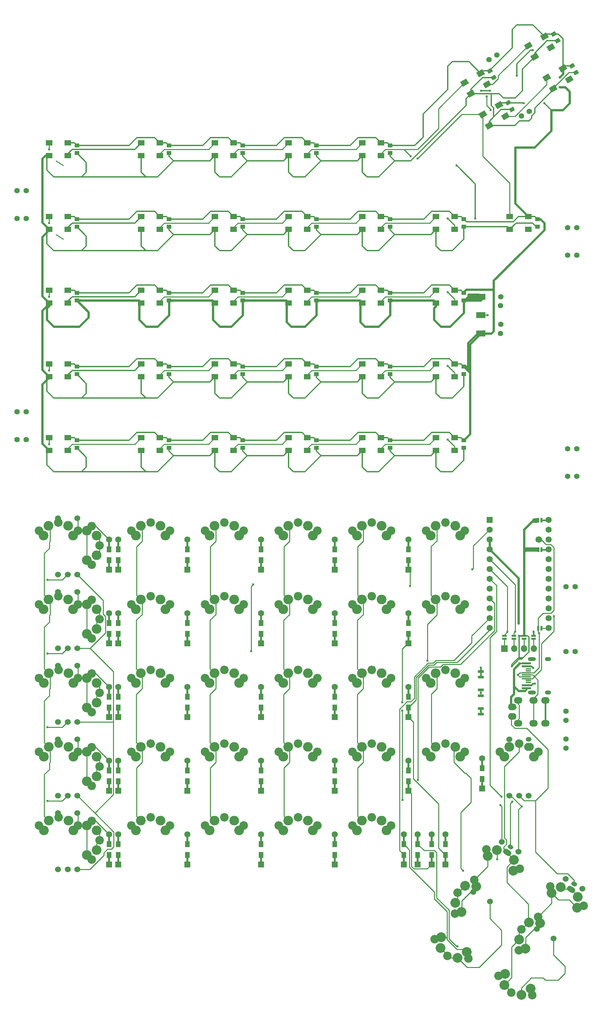
<source format=gbl>
G04 #@! TF.GenerationSoftware,KiCad,Pcbnew,(5.0.2)-1*
G04 #@! TF.CreationDate,2019-04-21T02:01:40-04:00*
G04 #@! TF.ProjectId,Zen2,5a656e32-2e6b-4696-9361-645f70636258,rev?*
G04 #@! TF.SameCoordinates,Original*
G04 #@! TF.FileFunction,Copper,L2,Bot*
G04 #@! TF.FilePolarity,Positive*
%FSLAX46Y46*%
G04 Gerber Fmt 4.6, Leading zero omitted, Abs format (unit mm)*
G04 Created by KiCad (PCBNEW (5.0.2)-1) date 4/21/2019 2:01:40 AM*
%MOMM*%
%LPD*%
G01*
G04 APERTURE LIST*
G04 #@! TA.AperFunction,SMDPad,CuDef*
%ADD10R,1.800000X1.400000*%
G04 #@! TD*
G04 #@! TA.AperFunction,ComponentPad*
%ADD11C,1.524000*%
G04 #@! TD*
G04 #@! TA.AperFunction,ComponentPad*
%ADD12O,1.525000X1.200000*%
G04 #@! TD*
G04 #@! TA.AperFunction,ComponentPad*
%ADD13O,2.200000X1.700000*%
G04 #@! TD*
G04 #@! TA.AperFunction,ComponentPad*
%ADD14O,2.200000X2.200000*%
G04 #@! TD*
G04 #@! TA.AperFunction,ComponentPad*
%ADD15O,2.500000X2.500000*%
G04 #@! TD*
G04 #@! TA.AperFunction,ComponentPad*
%ADD16R,1.600000X1.600000*%
G04 #@! TD*
G04 #@! TA.AperFunction,ComponentPad*
%ADD17C,1.600000*%
G04 #@! TD*
G04 #@! TA.AperFunction,Conductor*
%ADD18R,0.500000X2.900000*%
G04 #@! TD*
G04 #@! TA.AperFunction,SMDPad,CuDef*
%ADD19R,1.200000X1.600000*%
G04 #@! TD*
G04 #@! TA.AperFunction,SMDPad,CuDef*
%ADD20R,1.500000X0.750000*%
G04 #@! TD*
G04 #@! TA.AperFunction,ComponentPad*
%ADD21R,1.700000X1.700000*%
G04 #@! TD*
G04 #@! TA.AperFunction,ComponentPad*
%ADD22O,1.700000X1.700000*%
G04 #@! TD*
G04 #@! TA.AperFunction,ComponentPad*
%ADD23C,2.500000*%
G04 #@! TD*
G04 #@! TA.AperFunction,Conductor*
%ADD24C,2.500000*%
G04 #@! TD*
G04 #@! TA.AperFunction,ComponentPad*
%ADD25C,2.200000*%
G04 #@! TD*
G04 #@! TA.AperFunction,Conductor*
%ADD26C,2.200000*%
G04 #@! TD*
G04 #@! TA.AperFunction,ComponentPad*
%ADD27C,1.400000*%
G04 #@! TD*
G04 #@! TA.AperFunction,Conductor*
%ADD28C,1.400000*%
G04 #@! TD*
G04 #@! TA.AperFunction,SMDPad,CuDef*
%ADD29R,0.600000X1.200000*%
G04 #@! TD*
G04 #@! TA.AperFunction,SMDPad,CuDef*
%ADD30R,1.200000X0.600000*%
G04 #@! TD*
G04 #@! TA.AperFunction,WasherPad*
%ADD31O,1.600000X1.000000*%
G04 #@! TD*
G04 #@! TA.AperFunction,WasherPad*
%ADD32O,2.100000X1.000000*%
G04 #@! TD*
G04 #@! TA.AperFunction,SMDPad,CuDef*
%ADD33R,2.450000X0.300000*%
G04 #@! TD*
G04 #@! TA.AperFunction,SMDPad,CuDef*
%ADD34R,1.450000X0.300000*%
G04 #@! TD*
G04 #@! TA.AperFunction,SMDPad,CuDef*
%ADD35R,2.450000X0.600000*%
G04 #@! TD*
G04 #@! TA.AperFunction,SMDPad,CuDef*
%ADD36R,1.250000X1.000000*%
G04 #@! TD*
G04 #@! TA.AperFunction,SMDPad,CuDef*
%ADD37C,1.400000*%
G04 #@! TD*
G04 #@! TA.AperFunction,Conductor*
%ADD38C,0.100000*%
G04 #@! TD*
G04 #@! TA.AperFunction,SMDPad,CuDef*
%ADD39R,2.400000X1.500000*%
G04 #@! TD*
G04 #@! TA.AperFunction,SMDPad,CuDef*
%ADD40C,1.000000*%
G04 #@! TD*
G04 #@! TA.AperFunction,ComponentPad*
%ADD41O,2.500000X2.100000*%
G04 #@! TD*
G04 #@! TA.AperFunction,ComponentPad*
%ADD42C,1.700000*%
G04 #@! TD*
G04 #@! TA.AperFunction,ComponentPad*
%ADD43C,1.100000*%
G04 #@! TD*
G04 #@! TA.AperFunction,Conductor*
%ADD44C,1.100000*%
G04 #@! TD*
G04 #@! TA.AperFunction,ViaPad*
%ADD45C,0.600000*%
G04 #@! TD*
G04 #@! TA.AperFunction,Conductor*
%ADD46C,0.250000*%
G04 #@! TD*
G04 #@! TA.AperFunction,Conductor*
%ADD47C,0.600000*%
G04 #@! TD*
G04 #@! TA.AperFunction,Conductor*
%ADD48C,0.350000*%
G04 #@! TD*
G04 #@! TA.AperFunction,Conductor*
%ADD49C,0.450000*%
G04 #@! TD*
G04 APERTURE END LIST*
D10*
G04 #@! TO.P,LED15,1*
G04 #@! TO.N,+5V*
X190519540Y-57881500D03*
G04 #@! TO.P,LED15,2*
G04 #@! TO.N,Net-(LED15-Pad2)*
X190519540Y-61181500D03*
G04 #@! TO.P,LED15,3*
G04 #@! TO.N,GND*
X185719540Y-61181500D03*
G04 #@! TO.P,LED15,4*
G04 #@! TO.N,Net-(LED14-Pad2)*
X185719540Y-57881500D03*
G04 #@! TD*
G04 #@! TO.P,LED5,1*
G04 #@! TO.N,+5V*
X228619700Y-95981660D03*
G04 #@! TO.P,LED5,2*
G04 #@! TO.N,Net-(LED5-Pad2)*
X228619700Y-99281660D03*
G04 #@! TO.P,LED5,3*
G04 #@! TO.N,GND*
X223819700Y-99281660D03*
G04 #@! TO.P,LED5,4*
G04 #@! TO.N,Net-(LED4-Pad2)*
X223819700Y-95981660D03*
G04 #@! TD*
D11*
G04 #@! TO.P,E1,1*
G04 #@! TO.N,/rotaryA*
X261819860Y-188475760D03*
G04 #@! TO.P,E1,3*
G04 #@! TO.N,GND*
X264319860Y-188475760D03*
G04 #@! TO.P,E1,2*
G04 #@! TO.N,/rotaryB*
X266819860Y-188475760D03*
D12*
G04 #@! TO.P,E1,4*
G04 #@! TO.N,/k33*
X266819860Y-173975760D03*
D11*
G04 #@! TO.P,E1,5*
G04 #@! TO.N,/col6*
X261819860Y-173975760D03*
G04 #@! TD*
D13*
G04 #@! TO.P,J2,2*
G04 #@! TO.N,/RGB*
X264100000Y-163850000D03*
G04 #@! TO.P,J2,1*
G04 #@! TO.N,GND*
X262600000Y-168050000D03*
G04 #@! TO.P,J2,4*
G04 #@! TO.N,+5V*
X271100000Y-163850000D03*
G04 #@! TO.P,J2,3*
G04 #@! TO.N,/SERIAL*
X268100000Y-163850000D03*
G04 #@! TO.P,J2,4*
G04 #@! TO.N,+5V*
X271100000Y-169800000D03*
G04 #@! TO.P,J2,3*
G04 #@! TO.N,/SERIAL*
X268100000Y-169800000D03*
G04 #@! TO.P,J2,2*
G04 #@! TO.N,/RGB*
X264100000Y-169800000D03*
G04 #@! TO.P,J2,1*
G04 #@! TO.N,GND*
X262600000Y-165600000D03*
G04 #@! TD*
D14*
G04 #@! TO.P,K26,1*
G04 #@! TO.N,/k26*
X153819500Y-205026000D03*
X153819500Y-195026000D03*
D15*
X152559500Y-203836000D03*
X152559500Y-196216000D03*
G04 #@! TO.P,K26,2*
G04 #@! TO.N,/col0*
X155099500Y-202566000D03*
X155099500Y-197486000D03*
D14*
X155919500Y-200026000D03*
D15*
G04 #@! TO.P,K26,1*
G04 #@! TO.N,/k26*
X149067000Y-197486000D03*
D14*
X140257000Y-196226000D03*
D15*
G04 #@! TO.P,K26,2*
G04 #@! TO.N,/col0*
X142717000Y-194946000D03*
X147797000Y-194946000D03*
D14*
X145257000Y-194126000D03*
D15*
G04 #@! TO.P,K26,1*
G04 #@! TO.N,/k26*
X141447000Y-197486000D03*
D14*
X150257000Y-196226000D03*
G04 #@! TD*
D15*
G04 #@! TO.P,K27,1*
G04 #@! TO.N,Net-(D28-Pad2)*
X172879000Y-197486000D03*
D14*
X164069000Y-196226000D03*
D15*
G04 #@! TO.P,K27,2*
G04 #@! TO.N,/col1*
X166529000Y-194946000D03*
X171609000Y-194946000D03*
D14*
X169069000Y-194126000D03*
D15*
G04 #@! TO.P,K27,1*
G04 #@! TO.N,Net-(D28-Pad2)*
X165259000Y-197486000D03*
D14*
X174069000Y-196226000D03*
G04 #@! TD*
G04 #@! TO.P,K19,1*
G04 #@! TO.N,/k19*
X153819500Y-185976000D03*
X153819500Y-175976000D03*
D15*
X152559500Y-184786000D03*
X152559500Y-177166000D03*
G04 #@! TO.P,K19,2*
G04 #@! TO.N,/col0*
X155099500Y-183516000D03*
X155099500Y-178436000D03*
D14*
X155919500Y-180976000D03*
D15*
G04 #@! TO.P,K19,1*
G04 #@! TO.N,/k19*
X149067000Y-178436000D03*
D14*
X140257000Y-177176000D03*
D15*
G04 #@! TO.P,K19,2*
G04 #@! TO.N,/col0*
X142717000Y-175896000D03*
X147797000Y-175896000D03*
D14*
X145257000Y-175076000D03*
D15*
G04 #@! TO.P,K19,1*
G04 #@! TO.N,/k19*
X141447000Y-178436000D03*
D14*
X150257000Y-177176000D03*
G04 #@! TD*
G04 #@! TO.P,K0,1*
G04 #@! TO.N,/k0*
X153818500Y-128825000D03*
X153818500Y-118825000D03*
D15*
X152558500Y-127635000D03*
X152558500Y-120015000D03*
G04 #@! TO.P,K0,2*
G04 #@! TO.N,/col0*
X155098500Y-126365000D03*
X155098500Y-121285000D03*
D14*
X155918500Y-123825000D03*
D15*
G04 #@! TO.P,K0,1*
G04 #@! TO.N,/k0*
X149066000Y-121285000D03*
D14*
X140256000Y-120025000D03*
D15*
G04 #@! TO.P,K0,2*
G04 #@! TO.N,/col0*
X142716000Y-118745000D03*
X147796000Y-118745000D03*
D14*
X145256000Y-117925000D03*
D15*
G04 #@! TO.P,K0,1*
G04 #@! TO.N,/k0*
X141446000Y-121285000D03*
D14*
X150256000Y-120025000D03*
G04 #@! TD*
D16*
G04 #@! TO.P,U1,1*
G04 #@! TO.N,/SERIAL*
X256700000Y-117209000D03*
D17*
G04 #@! TO.P,U1,2*
G04 #@! TO.N,/rotaryB*
X256700000Y-119749000D03*
G04 #@! TO.P,U1,3*
G04 #@! TO.N,GND*
X256700000Y-122289000D03*
G04 #@! TO.P,U1,4*
X256700000Y-124829000D03*
G04 #@! TO.P,U1,5*
G04 #@! TO.N,/SCL*
X256700000Y-127369000D03*
G04 #@! TO.P,U1,6*
G04 #@! TO.N,/SDA*
X256700000Y-129909000D03*
G04 #@! TO.P,U1,7*
G04 #@! TO.N,/rotaryA*
X256700000Y-132449000D03*
G04 #@! TO.P,U1,8*
G04 #@! TO.N,/row0*
X256700000Y-134989000D03*
G04 #@! TO.P,U1,9*
G04 #@! TO.N,/row3*
X256700000Y-137529000D03*
G04 #@! TO.P,U1,10*
G04 #@! TO.N,/row1*
X256700000Y-140069000D03*
G04 #@! TO.P,U1,11*
G04 #@! TO.N,/row4*
X256700000Y-142609000D03*
G04 #@! TO.P,U1,12*
G04 #@! TO.N,/row2*
X256700000Y-145149000D03*
G04 #@! TO.P,U1,13*
G04 #@! TO.N,Net-(SJ11-Pad1)*
X271940000Y-145149000D03*
G04 #@! TO.P,U1,14*
G04 #@! TO.N,/col6*
X271940000Y-142609000D03*
G04 #@! TO.P,U1,15*
G04 #@! TO.N,/col4*
X271940000Y-140069000D03*
G04 #@! TO.P,U1,16*
G04 #@! TO.N,/col5*
X271940000Y-137529000D03*
G04 #@! TO.P,U1,17*
G04 #@! TO.N,/col3*
X271940000Y-134989000D03*
G04 #@! TO.P,U1,18*
G04 #@! TO.N,/col2*
X271940000Y-132449000D03*
G04 #@! TO.P,U1,19*
G04 #@! TO.N,/col1*
X271940000Y-129909000D03*
G04 #@! TO.P,U1,20*
G04 #@! TO.N,/col0*
X271940000Y-127369000D03*
G04 #@! TO.P,U1,21*
G04 #@! TO.N,Net-(SJ1-Pad1)*
X271940000Y-124829000D03*
G04 #@! TO.P,U1,22*
G04 #@! TO.N,/RST*
X271940000Y-122289000D03*
G04 #@! TO.P,U1,23*
G04 #@! TO.N,GND*
X271940000Y-119749000D03*
G04 #@! TO.P,U1,24*
G04 #@! TO.N,Net-(SJ13-Pad1)*
X271940000Y-117209000D03*
G04 #@! TD*
D18*
G04 #@! TO.N,/k0*
G04 #@! TO.C,D1*
X158354000Y-123707000D03*
D19*
G04 #@! TD*
G04 #@! TO.P,D1,2*
G04 #@! TO.N,/k0*
X158354000Y-124807000D03*
G04 #@! TO.P,D1,1*
G04 #@! TO.N,/row0*
X158354000Y-127607000D03*
D18*
G04 #@! TD*
G04 #@! TO.N,/row0*
G04 #@! TO.C,D1*
X158354000Y-128707000D03*
D17*
G04 #@! TO.P,D1,2*
G04 #@! TO.N,/k0*
X158354000Y-122307000D03*
D16*
G04 #@! TO.P,D1,1*
G04 #@! TO.N,/row0*
X158354000Y-130107000D03*
G04 #@! TD*
D18*
G04 #@! TO.N,Net-(D2-Pad2)*
G04 #@! TO.C,D2*
X160735000Y-123707000D03*
D19*
G04 #@! TD*
G04 #@! TO.P,D2,2*
G04 #@! TO.N,Net-(D2-Pad2)*
X160735000Y-124807000D03*
G04 #@! TO.P,D2,1*
G04 #@! TO.N,/row0*
X160735000Y-127607000D03*
D18*
G04 #@! TD*
G04 #@! TO.N,/row0*
G04 #@! TO.C,D2*
X160735000Y-128707000D03*
D17*
G04 #@! TO.P,D2,2*
G04 #@! TO.N,Net-(D2-Pad2)*
X160735000Y-122307000D03*
D16*
G04 #@! TO.P,D2,1*
G04 #@! TO.N,/row0*
X160735000Y-130107000D03*
G04 #@! TD*
D18*
G04 #@! TO.N,Net-(D3-Pad2)*
G04 #@! TO.C,D3*
X178594000Y-123707000D03*
D19*
G04 #@! TD*
G04 #@! TO.P,D3,2*
G04 #@! TO.N,Net-(D3-Pad2)*
X178594000Y-124807000D03*
G04 #@! TO.P,D3,1*
G04 #@! TO.N,/row0*
X178594000Y-127607000D03*
D18*
G04 #@! TD*
G04 #@! TO.N,/row0*
G04 #@! TO.C,D3*
X178594000Y-128707000D03*
D17*
G04 #@! TO.P,D3,2*
G04 #@! TO.N,Net-(D3-Pad2)*
X178594000Y-122307000D03*
D16*
G04 #@! TO.P,D3,1*
G04 #@! TO.N,/row0*
X178594000Y-130107000D03*
G04 #@! TD*
D18*
G04 #@! TO.N,Net-(D4-Pad2)*
G04 #@! TO.C,D4*
X197645000Y-123707000D03*
D19*
G04 #@! TD*
G04 #@! TO.P,D4,2*
G04 #@! TO.N,Net-(D4-Pad2)*
X197645000Y-124807000D03*
G04 #@! TO.P,D4,1*
G04 #@! TO.N,/row0*
X197645000Y-127607000D03*
D18*
G04 #@! TD*
G04 #@! TO.N,/row0*
G04 #@! TO.C,D4*
X197645000Y-128707000D03*
D17*
G04 #@! TO.P,D4,2*
G04 #@! TO.N,Net-(D4-Pad2)*
X197645000Y-122307000D03*
D16*
G04 #@! TO.P,D4,1*
G04 #@! TO.N,/row0*
X197645000Y-130107000D03*
G04 #@! TD*
D18*
G04 #@! TO.N,Net-(D5-Pad2)*
G04 #@! TO.C,D5*
X216695000Y-123707000D03*
D19*
G04 #@! TD*
G04 #@! TO.P,D5,2*
G04 #@! TO.N,Net-(D5-Pad2)*
X216695000Y-124807000D03*
G04 #@! TO.P,D5,1*
G04 #@! TO.N,/row0*
X216695000Y-127607000D03*
D18*
G04 #@! TD*
G04 #@! TO.N,/row0*
G04 #@! TO.C,D5*
X216695000Y-128707000D03*
D17*
G04 #@! TO.P,D5,2*
G04 #@! TO.N,Net-(D5-Pad2)*
X216695000Y-122307000D03*
D16*
G04 #@! TO.P,D5,1*
G04 #@! TO.N,/row0*
X216695000Y-130107000D03*
G04 #@! TD*
D18*
G04 #@! TO.N,Net-(D6-Pad2)*
G04 #@! TO.C,D6*
X235745000Y-123707000D03*
D19*
G04 #@! TD*
G04 #@! TO.P,D6,2*
G04 #@! TO.N,Net-(D6-Pad2)*
X235745000Y-124807000D03*
G04 #@! TO.P,D6,1*
G04 #@! TO.N,/row0*
X235745000Y-127607000D03*
D18*
G04 #@! TD*
G04 #@! TO.N,/row0*
G04 #@! TO.C,D6*
X235745000Y-128707000D03*
D17*
G04 #@! TO.P,D6,2*
G04 #@! TO.N,Net-(D6-Pad2)*
X235745000Y-122307000D03*
D16*
G04 #@! TO.P,D6,1*
G04 #@! TO.N,/row0*
X235745000Y-130107000D03*
G04 #@! TD*
D18*
G04 #@! TO.N,/k6*
G04 #@! TO.C,D7*
X158354000Y-142757000D03*
D19*
G04 #@! TD*
G04 #@! TO.P,D7,2*
G04 #@! TO.N,/k6*
X158354000Y-143857000D03*
G04 #@! TO.P,D7,1*
G04 #@! TO.N,/row1*
X158354000Y-146657000D03*
D18*
G04 #@! TD*
G04 #@! TO.N,/row1*
G04 #@! TO.C,D7*
X158354000Y-147757000D03*
D17*
G04 #@! TO.P,D7,2*
G04 #@! TO.N,/k6*
X158354000Y-141357000D03*
D16*
G04 #@! TO.P,D7,1*
G04 #@! TO.N,/row1*
X158354000Y-149157000D03*
G04 #@! TD*
D18*
G04 #@! TO.N,Net-(D8-Pad2)*
G04 #@! TO.C,D8*
X160735000Y-142757000D03*
D19*
G04 #@! TD*
G04 #@! TO.P,D8,2*
G04 #@! TO.N,Net-(D8-Pad2)*
X160735000Y-143857000D03*
G04 #@! TO.P,D8,1*
G04 #@! TO.N,/row1*
X160735000Y-146657000D03*
D18*
G04 #@! TD*
G04 #@! TO.N,/row1*
G04 #@! TO.C,D8*
X160735000Y-147757000D03*
D17*
G04 #@! TO.P,D8,2*
G04 #@! TO.N,Net-(D8-Pad2)*
X160735000Y-141357000D03*
D16*
G04 #@! TO.P,D8,1*
G04 #@! TO.N,/row1*
X160735000Y-149157000D03*
G04 #@! TD*
D18*
G04 #@! TO.N,Net-(D9-Pad2)*
G04 #@! TO.C,D9*
X178594000Y-142757000D03*
D19*
G04 #@! TD*
G04 #@! TO.P,D9,2*
G04 #@! TO.N,Net-(D9-Pad2)*
X178594000Y-143857000D03*
G04 #@! TO.P,D9,1*
G04 #@! TO.N,/row1*
X178594000Y-146657000D03*
D18*
G04 #@! TD*
G04 #@! TO.N,/row1*
G04 #@! TO.C,D9*
X178594000Y-147757000D03*
D17*
G04 #@! TO.P,D9,2*
G04 #@! TO.N,Net-(D9-Pad2)*
X178594000Y-141357000D03*
D16*
G04 #@! TO.P,D9,1*
G04 #@! TO.N,/row1*
X178594000Y-149157000D03*
G04 #@! TD*
D18*
G04 #@! TO.N,Net-(D10-Pad2)*
G04 #@! TO.C,D10*
X197645000Y-142757000D03*
D19*
G04 #@! TD*
G04 #@! TO.P,D10,2*
G04 #@! TO.N,Net-(D10-Pad2)*
X197645000Y-143857000D03*
G04 #@! TO.P,D10,1*
G04 #@! TO.N,/row1*
X197645000Y-146657000D03*
D18*
G04 #@! TD*
G04 #@! TO.N,/row1*
G04 #@! TO.C,D10*
X197645000Y-147757000D03*
D17*
G04 #@! TO.P,D10,2*
G04 #@! TO.N,Net-(D10-Pad2)*
X197645000Y-141357000D03*
D16*
G04 #@! TO.P,D10,1*
G04 #@! TO.N,/row1*
X197645000Y-149157000D03*
G04 #@! TD*
D18*
G04 #@! TO.N,Net-(D11-Pad2)*
G04 #@! TO.C,D11*
X216695000Y-142757000D03*
D19*
G04 #@! TD*
G04 #@! TO.P,D11,2*
G04 #@! TO.N,Net-(D11-Pad2)*
X216695000Y-143857000D03*
G04 #@! TO.P,D11,1*
G04 #@! TO.N,/row1*
X216695000Y-146657000D03*
D18*
G04 #@! TD*
G04 #@! TO.N,/row1*
G04 #@! TO.C,D11*
X216695000Y-147757000D03*
D17*
G04 #@! TO.P,D11,2*
G04 #@! TO.N,Net-(D11-Pad2)*
X216695000Y-141357000D03*
D16*
G04 #@! TO.P,D11,1*
G04 #@! TO.N,/row1*
X216695000Y-149157000D03*
G04 #@! TD*
D18*
G04 #@! TO.N,Net-(D12-Pad2)*
G04 #@! TO.C,D12*
X235745000Y-142757000D03*
D19*
G04 #@! TD*
G04 #@! TO.P,D12,2*
G04 #@! TO.N,Net-(D12-Pad2)*
X235745000Y-143857000D03*
G04 #@! TO.P,D12,1*
G04 #@! TO.N,/row1*
X235745000Y-146657000D03*
D18*
G04 #@! TD*
G04 #@! TO.N,/row1*
G04 #@! TO.C,D12*
X235745000Y-147757000D03*
D17*
G04 #@! TO.P,D12,2*
G04 #@! TO.N,Net-(D12-Pad2)*
X235745000Y-141357000D03*
D16*
G04 #@! TO.P,D12,1*
G04 #@! TO.N,/row1*
X235745000Y-149157000D03*
G04 #@! TD*
D18*
G04 #@! TO.N,/k12*
G04 #@! TO.C,D13*
X158354000Y-161807000D03*
D19*
G04 #@! TD*
G04 #@! TO.P,D13,2*
G04 #@! TO.N,/k12*
X158354000Y-162907000D03*
G04 #@! TO.P,D13,1*
G04 #@! TO.N,/row2*
X158354000Y-165707000D03*
D18*
G04 #@! TD*
G04 #@! TO.N,/row2*
G04 #@! TO.C,D13*
X158354000Y-166807000D03*
D17*
G04 #@! TO.P,D13,2*
G04 #@! TO.N,/k12*
X158354000Y-160407000D03*
D16*
G04 #@! TO.P,D13,1*
G04 #@! TO.N,/row2*
X158354000Y-168207000D03*
G04 #@! TD*
D18*
G04 #@! TO.N,Net-(D14-Pad2)*
G04 #@! TO.C,D14*
X160735000Y-161807000D03*
D19*
G04 #@! TD*
G04 #@! TO.P,D14,2*
G04 #@! TO.N,Net-(D14-Pad2)*
X160735000Y-162907000D03*
G04 #@! TO.P,D14,1*
G04 #@! TO.N,/row2*
X160735000Y-165707000D03*
D18*
G04 #@! TD*
G04 #@! TO.N,/row2*
G04 #@! TO.C,D14*
X160735000Y-166807000D03*
D17*
G04 #@! TO.P,D14,2*
G04 #@! TO.N,Net-(D14-Pad2)*
X160735000Y-160407000D03*
D16*
G04 #@! TO.P,D14,1*
G04 #@! TO.N,/row2*
X160735000Y-168207000D03*
G04 #@! TD*
D18*
G04 #@! TO.N,Net-(D15-Pad2)*
G04 #@! TO.C,D15*
X178594000Y-161807000D03*
D19*
G04 #@! TD*
G04 #@! TO.P,D15,2*
G04 #@! TO.N,Net-(D15-Pad2)*
X178594000Y-162907000D03*
G04 #@! TO.P,D15,1*
G04 #@! TO.N,/row2*
X178594000Y-165707000D03*
D18*
G04 #@! TD*
G04 #@! TO.N,/row2*
G04 #@! TO.C,D15*
X178594000Y-166807000D03*
D17*
G04 #@! TO.P,D15,2*
G04 #@! TO.N,Net-(D15-Pad2)*
X178594000Y-160407000D03*
D16*
G04 #@! TO.P,D15,1*
G04 #@! TO.N,/row2*
X178594000Y-168207000D03*
G04 #@! TD*
D18*
G04 #@! TO.N,Net-(D16-Pad2)*
G04 #@! TO.C,D16*
X197645000Y-161807000D03*
D19*
G04 #@! TD*
G04 #@! TO.P,D16,2*
G04 #@! TO.N,Net-(D16-Pad2)*
X197645000Y-162907000D03*
G04 #@! TO.P,D16,1*
G04 #@! TO.N,/row2*
X197645000Y-165707000D03*
D18*
G04 #@! TD*
G04 #@! TO.N,/row2*
G04 #@! TO.C,D16*
X197645000Y-166807000D03*
D17*
G04 #@! TO.P,D16,2*
G04 #@! TO.N,Net-(D16-Pad2)*
X197645000Y-160407000D03*
D16*
G04 #@! TO.P,D16,1*
G04 #@! TO.N,/row2*
X197645000Y-168207000D03*
G04 #@! TD*
D18*
G04 #@! TO.N,Net-(D17-Pad2)*
G04 #@! TO.C,D17*
X216695000Y-161807000D03*
D19*
G04 #@! TD*
G04 #@! TO.P,D17,2*
G04 #@! TO.N,Net-(D17-Pad2)*
X216695000Y-162907000D03*
G04 #@! TO.P,D17,1*
G04 #@! TO.N,/row2*
X216695000Y-165707000D03*
D18*
G04 #@! TD*
G04 #@! TO.N,/row2*
G04 #@! TO.C,D17*
X216695000Y-166807000D03*
D17*
G04 #@! TO.P,D17,2*
G04 #@! TO.N,Net-(D17-Pad2)*
X216695000Y-160407000D03*
D16*
G04 #@! TO.P,D17,1*
G04 #@! TO.N,/row2*
X216695000Y-168207000D03*
G04 #@! TD*
D18*
G04 #@! TO.N,Net-(D18-Pad2)*
G04 #@! TO.C,D18*
X235745000Y-161807000D03*
D19*
G04 #@! TD*
G04 #@! TO.P,D18,2*
G04 #@! TO.N,Net-(D18-Pad2)*
X235745000Y-162907000D03*
G04 #@! TO.P,D18,1*
G04 #@! TO.N,/row2*
X235745000Y-165707000D03*
D18*
G04 #@! TD*
G04 #@! TO.N,/row2*
G04 #@! TO.C,D18*
X235745000Y-166807000D03*
D17*
G04 #@! TO.P,D18,2*
G04 #@! TO.N,Net-(D18-Pad2)*
X235745000Y-160407000D03*
D16*
G04 #@! TO.P,D18,1*
G04 #@! TO.N,/row2*
X235745000Y-168207000D03*
G04 #@! TD*
D18*
G04 #@! TO.N,/k18*
G04 #@! TO.C,D19*
X245270000Y-199907000D03*
D19*
G04 #@! TD*
G04 #@! TO.P,D19,2*
G04 #@! TO.N,/k18*
X245270000Y-201007000D03*
G04 #@! TO.P,D19,1*
G04 #@! TO.N,/row2*
X245270000Y-203807000D03*
D18*
G04 #@! TD*
G04 #@! TO.N,/row2*
G04 #@! TO.C,D19*
X245270000Y-204907000D03*
D17*
G04 #@! TO.P,D19,2*
G04 #@! TO.N,/k18*
X245270000Y-198507000D03*
D16*
G04 #@! TO.P,D19,1*
G04 #@! TO.N,/row2*
X245270000Y-206307000D03*
G04 #@! TD*
D18*
G04 #@! TO.N,/k19*
G04 #@! TO.C,D20*
X158354000Y-180857000D03*
D19*
G04 #@! TD*
G04 #@! TO.P,D20,2*
G04 #@! TO.N,/k19*
X158354000Y-181957000D03*
G04 #@! TO.P,D20,1*
G04 #@! TO.N,/row3*
X158354000Y-184757000D03*
D18*
G04 #@! TD*
G04 #@! TO.N,/row3*
G04 #@! TO.C,D20*
X158354000Y-185857000D03*
D17*
G04 #@! TO.P,D20,2*
G04 #@! TO.N,/k19*
X158354000Y-179457000D03*
D16*
G04 #@! TO.P,D20,1*
G04 #@! TO.N,/row3*
X158354000Y-187257000D03*
G04 #@! TD*
D18*
G04 #@! TO.N,Net-(D21-Pad2)*
G04 #@! TO.C,D21*
X160735000Y-180857000D03*
D19*
G04 #@! TD*
G04 #@! TO.P,D21,2*
G04 #@! TO.N,Net-(D21-Pad2)*
X160735000Y-181957000D03*
G04 #@! TO.P,D21,1*
G04 #@! TO.N,/row3*
X160735000Y-184757000D03*
D18*
G04 #@! TD*
G04 #@! TO.N,/row3*
G04 #@! TO.C,D21*
X160735000Y-185857000D03*
D17*
G04 #@! TO.P,D21,2*
G04 #@! TO.N,Net-(D21-Pad2)*
X160735000Y-179457000D03*
D16*
G04 #@! TO.P,D21,1*
G04 #@! TO.N,/row3*
X160735000Y-187257000D03*
G04 #@! TD*
D18*
G04 #@! TO.N,Net-(D22-Pad2)*
G04 #@! TO.C,D22*
X178594000Y-180857000D03*
D19*
G04 #@! TD*
G04 #@! TO.P,D22,2*
G04 #@! TO.N,Net-(D22-Pad2)*
X178594000Y-181957000D03*
G04 #@! TO.P,D22,1*
G04 #@! TO.N,/row3*
X178594000Y-184757000D03*
D18*
G04 #@! TD*
G04 #@! TO.N,/row3*
G04 #@! TO.C,D22*
X178594000Y-185857000D03*
D17*
G04 #@! TO.P,D22,2*
G04 #@! TO.N,Net-(D22-Pad2)*
X178594000Y-179457000D03*
D16*
G04 #@! TO.P,D22,1*
G04 #@! TO.N,/row3*
X178594000Y-187257000D03*
G04 #@! TD*
D18*
G04 #@! TO.N,Net-(D23-Pad2)*
G04 #@! TO.C,D23*
X197645000Y-180857000D03*
D19*
G04 #@! TD*
G04 #@! TO.P,D23,2*
G04 #@! TO.N,Net-(D23-Pad2)*
X197645000Y-181957000D03*
G04 #@! TO.P,D23,1*
G04 #@! TO.N,/row3*
X197645000Y-184757000D03*
D18*
G04 #@! TD*
G04 #@! TO.N,/row3*
G04 #@! TO.C,D23*
X197645000Y-185857000D03*
D17*
G04 #@! TO.P,D23,2*
G04 #@! TO.N,Net-(D23-Pad2)*
X197645000Y-179457000D03*
D16*
G04 #@! TO.P,D23,1*
G04 #@! TO.N,/row3*
X197645000Y-187257000D03*
G04 #@! TD*
D18*
G04 #@! TO.N,Net-(D24-Pad2)*
G04 #@! TO.C,D24*
X216695000Y-180857000D03*
D19*
G04 #@! TD*
G04 #@! TO.P,D24,2*
G04 #@! TO.N,Net-(D24-Pad2)*
X216695000Y-181957000D03*
G04 #@! TO.P,D24,1*
G04 #@! TO.N,/row3*
X216695000Y-184757000D03*
D18*
G04 #@! TD*
G04 #@! TO.N,/row3*
G04 #@! TO.C,D24*
X216695000Y-185857000D03*
D17*
G04 #@! TO.P,D24,2*
G04 #@! TO.N,Net-(D24-Pad2)*
X216695000Y-179457000D03*
D16*
G04 #@! TO.P,D24,1*
G04 #@! TO.N,/row3*
X216695000Y-187257000D03*
G04 #@! TD*
D18*
G04 #@! TO.N,Net-(D25-Pad2)*
G04 #@! TO.C,D25*
X235745000Y-180857000D03*
D19*
G04 #@! TD*
G04 #@! TO.P,D25,2*
G04 #@! TO.N,Net-(D25-Pad2)*
X235745000Y-181957000D03*
G04 #@! TO.P,D25,1*
G04 #@! TO.N,/row3*
X235745000Y-184757000D03*
D18*
G04 #@! TD*
G04 #@! TO.N,/row3*
G04 #@! TO.C,D25*
X235745000Y-185857000D03*
D17*
G04 #@! TO.P,D25,2*
G04 #@! TO.N,Net-(D25-Pad2)*
X235745000Y-179457000D03*
D16*
G04 #@! TO.P,D25,1*
G04 #@! TO.N,/row3*
X235745000Y-187257000D03*
G04 #@! TD*
D18*
G04 #@! TO.N,/k25*
G04 #@! TO.C,D26*
X241698000Y-199907000D03*
D19*
G04 #@! TD*
G04 #@! TO.P,D26,2*
G04 #@! TO.N,/k25*
X241698000Y-201007000D03*
G04 #@! TO.P,D26,1*
G04 #@! TO.N,/row3*
X241698000Y-203807000D03*
D18*
G04 #@! TD*
G04 #@! TO.N,/row3*
G04 #@! TO.C,D26*
X241698000Y-204907000D03*
D17*
G04 #@! TO.P,D26,2*
G04 #@! TO.N,/k25*
X241698000Y-198507000D03*
D16*
G04 #@! TO.P,D26,1*
G04 #@! TO.N,/row3*
X241698000Y-206307000D03*
G04 #@! TD*
D18*
G04 #@! TO.N,/k26*
G04 #@! TO.C,D27*
X158354000Y-199907000D03*
D19*
G04 #@! TD*
G04 #@! TO.P,D27,2*
G04 #@! TO.N,/k26*
X158354000Y-201007000D03*
G04 #@! TO.P,D27,1*
G04 #@! TO.N,/row4*
X158354000Y-203807000D03*
D18*
G04 #@! TD*
G04 #@! TO.N,/row4*
G04 #@! TO.C,D27*
X158354000Y-204907000D03*
D17*
G04 #@! TO.P,D27,2*
G04 #@! TO.N,/k26*
X158354000Y-198507000D03*
D16*
G04 #@! TO.P,D27,1*
G04 #@! TO.N,/row4*
X158354000Y-206307000D03*
G04 #@! TD*
D18*
G04 #@! TO.N,Net-(D28-Pad2)*
G04 #@! TO.C,D28*
X160735000Y-199907000D03*
D19*
G04 #@! TD*
G04 #@! TO.P,D28,2*
G04 #@! TO.N,Net-(D28-Pad2)*
X160735000Y-201007000D03*
G04 #@! TO.P,D28,1*
G04 #@! TO.N,/row4*
X160735000Y-203807000D03*
D18*
G04 #@! TD*
G04 #@! TO.N,/row4*
G04 #@! TO.C,D28*
X160735000Y-204907000D03*
D17*
G04 #@! TO.P,D28,2*
G04 #@! TO.N,Net-(D28-Pad2)*
X160735000Y-198507000D03*
D16*
G04 #@! TO.P,D28,1*
G04 #@! TO.N,/row4*
X160735000Y-206307000D03*
G04 #@! TD*
D18*
G04 #@! TO.N,Net-(D29-Pad2)*
G04 #@! TO.C,D29*
X178594000Y-199907000D03*
D19*
G04 #@! TD*
G04 #@! TO.P,D29,2*
G04 #@! TO.N,Net-(D29-Pad2)*
X178594000Y-201007000D03*
G04 #@! TO.P,D29,1*
G04 #@! TO.N,/row4*
X178594000Y-203807000D03*
D18*
G04 #@! TD*
G04 #@! TO.N,/row4*
G04 #@! TO.C,D29*
X178594000Y-204907000D03*
D17*
G04 #@! TO.P,D29,2*
G04 #@! TO.N,Net-(D29-Pad2)*
X178594000Y-198507000D03*
D16*
G04 #@! TO.P,D29,1*
G04 #@! TO.N,/row4*
X178594000Y-206307000D03*
G04 #@! TD*
D18*
G04 #@! TO.N,Net-(D30-Pad2)*
G04 #@! TO.C,D30*
X197645000Y-199907000D03*
D19*
G04 #@! TD*
G04 #@! TO.P,D30,2*
G04 #@! TO.N,Net-(D30-Pad2)*
X197645000Y-201007000D03*
G04 #@! TO.P,D30,1*
G04 #@! TO.N,/row4*
X197645000Y-203807000D03*
D18*
G04 #@! TD*
G04 #@! TO.N,/row4*
G04 #@! TO.C,D30*
X197645000Y-204907000D03*
D17*
G04 #@! TO.P,D30,2*
G04 #@! TO.N,Net-(D30-Pad2)*
X197645000Y-198507000D03*
D16*
G04 #@! TO.P,D30,1*
G04 #@! TO.N,/row4*
X197645000Y-206307000D03*
G04 #@! TD*
D18*
G04 #@! TO.N,Net-(D31-Pad2)*
G04 #@! TO.C,D31*
X216695000Y-199907000D03*
D19*
G04 #@! TD*
G04 #@! TO.P,D31,2*
G04 #@! TO.N,Net-(D31-Pad2)*
X216695000Y-201007000D03*
G04 #@! TO.P,D31,1*
G04 #@! TO.N,/row4*
X216695000Y-203807000D03*
D18*
G04 #@! TD*
G04 #@! TO.N,/row4*
G04 #@! TO.C,D31*
X216695000Y-204907000D03*
D17*
G04 #@! TO.P,D31,2*
G04 #@! TO.N,Net-(D31-Pad2)*
X216695000Y-198507000D03*
D16*
G04 #@! TO.P,D31,1*
G04 #@! TO.N,/row4*
X216695000Y-206307000D03*
G04 #@! TD*
D18*
G04 #@! TO.N,Net-(D32-Pad2)*
G04 #@! TO.C,D32*
X234554000Y-199907000D03*
D19*
G04 #@! TD*
G04 #@! TO.P,D32,2*
G04 #@! TO.N,Net-(D32-Pad2)*
X234554000Y-201007000D03*
G04 #@! TO.P,D32,1*
G04 #@! TO.N,/row4*
X234554000Y-203807000D03*
D18*
G04 #@! TD*
G04 #@! TO.N,/row4*
G04 #@! TO.C,D32*
X234554000Y-204907000D03*
D17*
G04 #@! TO.P,D32,2*
G04 #@! TO.N,Net-(D32-Pad2)*
X234554000Y-198507000D03*
D16*
G04 #@! TO.P,D32,1*
G04 #@! TO.N,/row4*
X234554000Y-206307000D03*
G04 #@! TD*
D18*
G04 #@! TO.N,Net-(D33-Pad2)*
G04 #@! TO.C,D33*
X238126000Y-199907000D03*
D19*
G04 #@! TD*
G04 #@! TO.P,D33,2*
G04 #@! TO.N,Net-(D33-Pad2)*
X238126000Y-201007000D03*
G04 #@! TO.P,D33,1*
G04 #@! TO.N,/row4*
X238126000Y-203807000D03*
D18*
G04 #@! TD*
G04 #@! TO.N,/row4*
G04 #@! TO.C,D33*
X238126000Y-204907000D03*
D17*
G04 #@! TO.P,D33,2*
G04 #@! TO.N,Net-(D33-Pad2)*
X238126000Y-198507000D03*
D16*
G04 #@! TO.P,D33,1*
G04 #@! TO.N,/row4*
X238126000Y-206307000D03*
G04 #@! TD*
D20*
G04 #@! TO.P,F1,1*
G04 #@! TO.N,+5V*
X254454000Y-157888000D03*
X254454000Y-156438000D03*
G04 #@! TD*
G04 #@! TO.P,F2,1*
G04 #@! TO.N,/RGB*
X254454000Y-162651000D03*
X254454000Y-161201000D03*
G04 #@! TD*
G04 #@! TO.P,F6,1*
G04 #@! TO.N,/GND-2*
X254454000Y-167413000D03*
X254454000Y-165963000D03*
G04 #@! TD*
D21*
G04 #@! TO.P,J1,1*
G04 #@! TO.N,Net-(J1-Pad1)*
X260500000Y-150500000D03*
D22*
G04 #@! TO.P,J1,2*
G04 #@! TO.N,Net-(J1-Pad2)*
X263040000Y-150500000D03*
G04 #@! TO.P,J1,3*
G04 #@! TO.N,Net-(J1-Pad3)*
X265580000Y-150500000D03*
G04 #@! TO.P,J1,4*
G04 #@! TO.N,Net-(J1-Pad4)*
X268120000Y-150500000D03*
G04 #@! TD*
D15*
G04 #@! TO.P,K1,1*
G04 #@! TO.N,Net-(D2-Pad2)*
X172879000Y-121285000D03*
D14*
X164069000Y-120025000D03*
D15*
G04 #@! TO.P,K1,2*
G04 #@! TO.N,/col1*
X166529000Y-118745000D03*
X171609000Y-118745000D03*
D14*
X169069000Y-117925000D03*
D15*
G04 #@! TO.P,K1,1*
G04 #@! TO.N,Net-(D2-Pad2)*
X165259000Y-121285000D03*
D14*
X174069000Y-120025000D03*
G04 #@! TD*
D15*
G04 #@! TO.P,K2,1*
G04 #@! TO.N,Net-(D3-Pad2)*
X191929000Y-121285000D03*
D14*
X183119000Y-120025000D03*
D15*
G04 #@! TO.P,K2,2*
G04 #@! TO.N,/col2*
X185579000Y-118745000D03*
X190659000Y-118745000D03*
D14*
X188119000Y-117925000D03*
D15*
G04 #@! TO.P,K2,1*
G04 #@! TO.N,Net-(D3-Pad2)*
X184309000Y-121285000D03*
D14*
X193119000Y-120025000D03*
G04 #@! TD*
D15*
G04 #@! TO.P,K3,1*
G04 #@! TO.N,Net-(D4-Pad2)*
X210979000Y-121285000D03*
D14*
X202169000Y-120025000D03*
D15*
G04 #@! TO.P,K3,2*
G04 #@! TO.N,/col3*
X204629000Y-118745000D03*
X209709000Y-118745000D03*
D14*
X207169000Y-117925000D03*
D15*
G04 #@! TO.P,K3,1*
G04 #@! TO.N,Net-(D4-Pad2)*
X203359000Y-121285000D03*
D14*
X212169000Y-120025000D03*
G04 #@! TD*
D15*
G04 #@! TO.P,K4,1*
G04 #@! TO.N,Net-(D5-Pad2)*
X230029000Y-121285000D03*
D14*
X221219000Y-120025000D03*
D15*
G04 #@! TO.P,K4,2*
G04 #@! TO.N,/col4*
X223679000Y-118745000D03*
X228759000Y-118745000D03*
D14*
X226219000Y-117925000D03*
D15*
G04 #@! TO.P,K4,1*
G04 #@! TO.N,Net-(D5-Pad2)*
X222409000Y-121285000D03*
D14*
X231219000Y-120025000D03*
G04 #@! TD*
D15*
G04 #@! TO.P,K5,1*
G04 #@! TO.N,Net-(D6-Pad2)*
X249079000Y-121285000D03*
D14*
X240269000Y-120025000D03*
D15*
G04 #@! TO.P,K5,2*
G04 #@! TO.N,/col5*
X242729000Y-118745000D03*
X247809000Y-118745000D03*
D14*
X245269000Y-117925000D03*
D15*
G04 #@! TO.P,K5,1*
G04 #@! TO.N,Net-(D6-Pad2)*
X241459000Y-121285000D03*
D14*
X250269000Y-120025000D03*
G04 #@! TD*
G04 #@! TO.P,K6,1*
G04 #@! TO.N,/k6*
X153818500Y-147875000D03*
X153818500Y-137875000D03*
D15*
X152558500Y-146685000D03*
X152558500Y-139065000D03*
G04 #@! TO.P,K6,2*
G04 #@! TO.N,/col0*
X155098500Y-145415000D03*
X155098500Y-140335000D03*
D14*
X155918500Y-142875000D03*
D15*
G04 #@! TO.P,K6,1*
G04 #@! TO.N,/k6*
X149066000Y-140335000D03*
D14*
X140256000Y-139075000D03*
D15*
G04 #@! TO.P,K6,2*
G04 #@! TO.N,/col0*
X142716000Y-137795000D03*
X147796000Y-137795000D03*
D14*
X145256000Y-136975000D03*
D15*
G04 #@! TO.P,K6,1*
G04 #@! TO.N,/k6*
X141446000Y-140335000D03*
D14*
X150256000Y-139075000D03*
G04 #@! TD*
D15*
G04 #@! TO.P,K7,1*
G04 #@! TO.N,Net-(D8-Pad2)*
X172879000Y-140335000D03*
D14*
X164069000Y-139075000D03*
D15*
G04 #@! TO.P,K7,2*
G04 #@! TO.N,/col1*
X166529000Y-137795000D03*
X171609000Y-137795000D03*
D14*
X169069000Y-136975000D03*
D15*
G04 #@! TO.P,K7,1*
G04 #@! TO.N,Net-(D8-Pad2)*
X165259000Y-140335000D03*
D14*
X174069000Y-139075000D03*
G04 #@! TD*
D15*
G04 #@! TO.P,K8,1*
G04 #@! TO.N,Net-(D9-Pad2)*
X191929000Y-140335000D03*
D14*
X183119000Y-139075000D03*
D15*
G04 #@! TO.P,K8,2*
G04 #@! TO.N,/col2*
X185579000Y-137795000D03*
X190659000Y-137795000D03*
D14*
X188119000Y-136975000D03*
D15*
G04 #@! TO.P,K8,1*
G04 #@! TO.N,Net-(D9-Pad2)*
X184309000Y-140335000D03*
D14*
X193119000Y-139075000D03*
G04 #@! TD*
D15*
G04 #@! TO.P,K9,1*
G04 #@! TO.N,Net-(D10-Pad2)*
X210979000Y-140335000D03*
D14*
X202169000Y-139075000D03*
D15*
G04 #@! TO.P,K9,2*
G04 #@! TO.N,/col3*
X204629000Y-137795000D03*
X209709000Y-137795000D03*
D14*
X207169000Y-136975000D03*
D15*
G04 #@! TO.P,K9,1*
G04 #@! TO.N,Net-(D10-Pad2)*
X203359000Y-140335000D03*
D14*
X212169000Y-139075000D03*
G04 #@! TD*
D15*
G04 #@! TO.P,K10,1*
G04 #@! TO.N,Net-(D11-Pad2)*
X230029000Y-140335000D03*
D14*
X221219000Y-139075000D03*
D15*
G04 #@! TO.P,K10,2*
G04 #@! TO.N,/col4*
X223679000Y-137795000D03*
X228759000Y-137795000D03*
D14*
X226219000Y-136975000D03*
D15*
G04 #@! TO.P,K10,1*
G04 #@! TO.N,Net-(D11-Pad2)*
X222409000Y-140335000D03*
D14*
X231219000Y-139075000D03*
G04 #@! TD*
D15*
G04 #@! TO.P,K11,1*
G04 #@! TO.N,Net-(D12-Pad2)*
X249079000Y-140335000D03*
D14*
X240269000Y-139075000D03*
D15*
G04 #@! TO.P,K11,2*
G04 #@! TO.N,/col5*
X242729000Y-137795000D03*
X247809000Y-137795000D03*
D14*
X245269000Y-136975000D03*
D15*
G04 #@! TO.P,K11,1*
G04 #@! TO.N,Net-(D12-Pad2)*
X241459000Y-140335000D03*
D14*
X250269000Y-139075000D03*
G04 #@! TD*
G04 #@! TO.P,K12,1*
G04 #@! TO.N,/k12*
X153819500Y-166926000D03*
X153819500Y-156926000D03*
D15*
X152559500Y-165736000D03*
X152559500Y-158116000D03*
G04 #@! TO.P,K12,2*
G04 #@! TO.N,/col0*
X155099500Y-164466000D03*
X155099500Y-159386000D03*
D14*
X155919500Y-161926000D03*
D15*
G04 #@! TO.P,K12,1*
G04 #@! TO.N,/k12*
X149067000Y-159386000D03*
D14*
X140257000Y-158126000D03*
D15*
G04 #@! TO.P,K12,2*
G04 #@! TO.N,/col0*
X142717000Y-156846000D03*
X147797000Y-156846000D03*
D14*
X145257000Y-156026000D03*
D15*
G04 #@! TO.P,K12,1*
G04 #@! TO.N,/k12*
X141447000Y-159386000D03*
D14*
X150257000Y-158126000D03*
G04 #@! TD*
D15*
G04 #@! TO.P,K13,1*
G04 #@! TO.N,Net-(D14-Pad2)*
X172879000Y-159386000D03*
D14*
X164069000Y-158126000D03*
D15*
G04 #@! TO.P,K13,2*
G04 #@! TO.N,/col1*
X166529000Y-156846000D03*
X171609000Y-156846000D03*
D14*
X169069000Y-156026000D03*
D15*
G04 #@! TO.P,K13,1*
G04 #@! TO.N,Net-(D14-Pad2)*
X165259000Y-159386000D03*
D14*
X174069000Y-158126000D03*
G04 #@! TD*
D15*
G04 #@! TO.P,K14,1*
G04 #@! TO.N,Net-(D15-Pad2)*
X191930000Y-159386000D03*
D14*
X183120000Y-158126000D03*
D15*
G04 #@! TO.P,K14,2*
G04 #@! TO.N,/col2*
X185580000Y-156846000D03*
X190660000Y-156846000D03*
D14*
X188120000Y-156026000D03*
D15*
G04 #@! TO.P,K14,1*
G04 #@! TO.N,Net-(D15-Pad2)*
X184310000Y-159386000D03*
D14*
X193120000Y-158126000D03*
G04 #@! TD*
D15*
G04 #@! TO.P,K15,1*
G04 #@! TO.N,Net-(D16-Pad2)*
X210980000Y-159386000D03*
D14*
X202170000Y-158126000D03*
D15*
G04 #@! TO.P,K15,2*
G04 #@! TO.N,/col3*
X204630000Y-156846000D03*
X209710000Y-156846000D03*
D14*
X207170000Y-156026000D03*
D15*
G04 #@! TO.P,K15,1*
G04 #@! TO.N,Net-(D16-Pad2)*
X203360000Y-159386000D03*
D14*
X212170000Y-158126000D03*
G04 #@! TD*
D15*
G04 #@! TO.P,K16,1*
G04 #@! TO.N,Net-(D17-Pad2)*
X230030000Y-159386000D03*
D14*
X221220000Y-158126000D03*
D15*
G04 #@! TO.P,K16,2*
G04 #@! TO.N,/col4*
X223680000Y-156846000D03*
X228760000Y-156846000D03*
D14*
X226220000Y-156026000D03*
D15*
G04 #@! TO.P,K16,1*
G04 #@! TO.N,Net-(D17-Pad2)*
X222410000Y-159386000D03*
D14*
X231220000Y-158126000D03*
G04 #@! TD*
D15*
G04 #@! TO.P,K17,1*
G04 #@! TO.N,Net-(D18-Pad2)*
X249080000Y-159386000D03*
D14*
X240270000Y-158126000D03*
D15*
G04 #@! TO.P,K17,2*
G04 #@! TO.N,/col5*
X242730000Y-156846000D03*
X247810000Y-156846000D03*
D14*
X245270000Y-156026000D03*
D15*
G04 #@! TO.P,K17,1*
G04 #@! TO.N,Net-(D18-Pad2)*
X241460000Y-159386000D03*
D14*
X250270000Y-158126000D03*
G04 #@! TD*
D23*
G04 #@! TO.P,K18,1*
G04 #@! TO.N,/k18*
X279351557Y-217491295D03*
D24*
G04 #@! TD*
G04 #@! TO.N,/k18*
G04 #@! TO.C,K18*
X279351557Y-217491295D02*
X279351557Y-217491295D01*
D25*
G04 #@! TO.P,K18,1*
G04 #@! TO.N,/k18*
X272351873Y-211995103D03*
D26*
G04 #@! TD*
G04 #@! TO.N,/k18*
G04 #@! TO.C,K18*
X272351873Y-211995103D02*
X272351873Y-211995103D01*
D23*
G04 #@! TO.P,K18,2*
G04 #@! TO.N,/col6*
X275122295Y-212116591D03*
D24*
G04 #@! TD*
G04 #@! TO.N,/col6*
G04 #@! TO.C,K18*
X275122295Y-212116591D02*
X275122295Y-212116591D01*
D23*
G04 #@! TO.P,K18,2*
G04 #@! TO.N,/col6*
X279521705Y-214656591D03*
D24*
G04 #@! TD*
G04 #@! TO.N,/col6*
G04 #@! TO.C,K18*
X279521705Y-214656591D02*
X279521705Y-214656591D01*
D27*
G04 #@! TO.P,K18,2*
G04 #@! TO.N,/col6*
X277732000Y-212676450D03*
D28*
G04 #@! TD*
G04 #@! TO.N,/col6*
G04 #@! TO.C,K18*
X277385590Y-212476450D02*
X278078410Y-212876450D01*
D23*
G04 #@! TO.P,K18,1*
G04 #@! TO.N,/k18*
X272752443Y-213681295D03*
D24*
G04 #@! TD*
G04 #@! TO.N,/k18*
G04 #@! TO.C,K18*
X272752443Y-213681295D02*
X272752443Y-213681295D01*
D25*
G04 #@! TO.P,K18,1*
G04 #@! TO.N,/k18*
X281012127Y-216995103D03*
D26*
G04 #@! TD*
G04 #@! TO.N,/k18*
G04 #@! TO.C,K18*
X281012127Y-216995103D02*
X281012127Y-216995103D01*
D15*
G04 #@! TO.P,K20,1*
G04 #@! TO.N,Net-(D21-Pad2)*
X172879000Y-178436000D03*
D14*
X164069000Y-177176000D03*
D15*
G04 #@! TO.P,K20,2*
G04 #@! TO.N,/col1*
X166529000Y-175896000D03*
X171609000Y-175896000D03*
D14*
X169069000Y-175076000D03*
D15*
G04 #@! TO.P,K20,1*
G04 #@! TO.N,Net-(D21-Pad2)*
X165259000Y-178436000D03*
D14*
X174069000Y-177176000D03*
G04 #@! TD*
D15*
G04 #@! TO.P,K21,1*
G04 #@! TO.N,Net-(D22-Pad2)*
X191930000Y-178436000D03*
D14*
X183120000Y-177176000D03*
D15*
G04 #@! TO.P,K21,2*
G04 #@! TO.N,/col2*
X185580000Y-175896000D03*
X190660000Y-175896000D03*
D14*
X188120000Y-175076000D03*
D15*
G04 #@! TO.P,K21,1*
G04 #@! TO.N,Net-(D22-Pad2)*
X184310000Y-178436000D03*
D14*
X193120000Y-177176000D03*
G04 #@! TD*
D15*
G04 #@! TO.P,K22,1*
G04 #@! TO.N,Net-(D23-Pad2)*
X210980000Y-178436000D03*
D14*
X202170000Y-177176000D03*
D15*
G04 #@! TO.P,K22,2*
G04 #@! TO.N,/col3*
X204630000Y-175896000D03*
X209710000Y-175896000D03*
D14*
X207170000Y-175076000D03*
D15*
G04 #@! TO.P,K22,1*
G04 #@! TO.N,Net-(D23-Pad2)*
X203360000Y-178436000D03*
D14*
X212170000Y-177176000D03*
G04 #@! TD*
D15*
G04 #@! TO.P,K23,1*
G04 #@! TO.N,Net-(D24-Pad2)*
X230030000Y-178436000D03*
D14*
X221220000Y-177176000D03*
D15*
G04 #@! TO.P,K23,2*
G04 #@! TO.N,/col4*
X223680000Y-175896000D03*
X228760000Y-175896000D03*
D14*
X226220000Y-175076000D03*
D15*
G04 #@! TO.P,K23,1*
G04 #@! TO.N,Net-(D24-Pad2)*
X222410000Y-178436000D03*
D14*
X231220000Y-177176000D03*
G04 #@! TD*
D15*
G04 #@! TO.P,K24,1*
G04 #@! TO.N,Net-(D25-Pad2)*
X249080000Y-178436000D03*
D14*
X240270000Y-177176000D03*
D15*
G04 #@! TO.P,K24,2*
G04 #@! TO.N,/col5*
X242730000Y-175896000D03*
X247810000Y-175896000D03*
D14*
X245270000Y-175076000D03*
D15*
G04 #@! TO.P,K24,1*
G04 #@! TO.N,Net-(D25-Pad2)*
X241460000Y-178436000D03*
D14*
X250270000Y-177176000D03*
G04 #@! TD*
D23*
G04 #@! TO.P,K24-1,1*
G04 #@! TO.N,/k25*
X253224295Y-211955443D03*
D24*
G04 #@! TD*
G04 #@! TO.N,/k25*
G04 #@! TO.C,K24-1*
X253224295Y-211955443D02*
X253224295Y-211955443D01*
D25*
G04 #@! TO.P,K24-1,1*
G04 #@! TO.N,/k25*
X247728103Y-218955127D03*
D26*
G04 #@! TD*
G04 #@! TO.N,/k25*
G04 #@! TO.C,K24-1*
X247728103Y-218955127D02*
X247728103Y-218955127D01*
D23*
G04 #@! TO.P,K24-1,2*
G04 #@! TO.N,/col6*
X247849591Y-216184705D03*
D24*
G04 #@! TD*
G04 #@! TO.N,/col6*
G04 #@! TO.C,K24-1*
X247849591Y-216184705D02*
X247849591Y-216184705D01*
D23*
G04 #@! TO.P,K24-1,2*
G04 #@! TO.N,/col6*
X250389591Y-211785295D03*
D24*
G04 #@! TD*
G04 #@! TO.N,/col6*
G04 #@! TO.C,K24-1*
X250389591Y-211785295D02*
X250389591Y-211785295D01*
D25*
G04 #@! TO.P,K24-1,2*
G04 #@! TO.N,/col6*
X248409450Y-213575000D03*
D26*
G04 #@! TD*
G04 #@! TO.N,/col6*
G04 #@! TO.C,K24-1*
X248409450Y-213575000D02*
X248409450Y-213575000D01*
D23*
G04 #@! TO.P,K24-1,1*
G04 #@! TO.N,/k25*
X249414295Y-218554557D03*
D24*
G04 #@! TD*
G04 #@! TO.N,/k25*
G04 #@! TO.C,K24-1*
X249414295Y-218554557D02*
X249414295Y-218554557D01*
D25*
G04 #@! TO.P,K24-1,1*
G04 #@! TO.N,/k25*
X252728103Y-210294873D03*
D26*
G04 #@! TD*
G04 #@! TO.N,/k25*
G04 #@! TO.C,K24-1*
X252728103Y-210294873D02*
X252728103Y-210294873D01*
D23*
G04 #@! TO.P,K25,1*
G04 #@! TO.N,/k25*
X262851557Y-207931295D03*
D24*
G04 #@! TD*
G04 #@! TO.N,/k25*
G04 #@! TO.C,K25*
X262851557Y-207931295D02*
X262851557Y-207931295D01*
D25*
G04 #@! TO.P,K25,1*
G04 #@! TO.N,/k25*
X255851873Y-202435103D03*
D26*
G04 #@! TD*
G04 #@! TO.N,/k25*
G04 #@! TO.C,K25*
X255851873Y-202435103D02*
X255851873Y-202435103D01*
D23*
G04 #@! TO.P,K25,2*
G04 #@! TO.N,/col6*
X258622295Y-202556591D03*
D24*
G04 #@! TD*
G04 #@! TO.N,/col6*
G04 #@! TO.C,K25*
X258622295Y-202556591D02*
X258622295Y-202556591D01*
D23*
G04 #@! TO.P,K25,2*
G04 #@! TO.N,/col6*
X263021705Y-205096591D03*
D24*
G04 #@! TD*
G04 #@! TO.N,/col6*
G04 #@! TO.C,K25*
X263021705Y-205096591D02*
X263021705Y-205096591D01*
D27*
G04 #@! TO.P,K25,2*
G04 #@! TO.N,/col6*
X261232000Y-203116450D03*
D28*
G04 #@! TD*
G04 #@! TO.N,/col6*
G04 #@! TO.C,K25*
X260885590Y-202916450D02*
X261578410Y-203316450D01*
D23*
G04 #@! TO.P,K25,1*
G04 #@! TO.N,/k25*
X256252443Y-204121295D03*
D24*
G04 #@! TD*
G04 #@! TO.N,/k25*
G04 #@! TO.C,K25*
X256252443Y-204121295D02*
X256252443Y-204121295D01*
D25*
G04 #@! TO.P,K25,1*
G04 #@! TO.N,/k25*
X264512127Y-207435103D03*
D26*
G04 #@! TD*
G04 #@! TO.N,/k25*
G04 #@! TO.C,K25*
X264512127Y-207435103D02*
X264512127Y-207435103D01*
D23*
G04 #@! TO.P,K25-1,1*
G04 #@! TO.N,/k18*
X269724295Y-221475443D03*
D24*
G04 #@! TD*
G04 #@! TO.N,/k18*
G04 #@! TO.C,K25-1*
X269724295Y-221475443D02*
X269724295Y-221475443D01*
D25*
G04 #@! TO.P,K25-1,1*
G04 #@! TO.N,/k18*
X264228103Y-228475127D03*
D26*
G04 #@! TD*
G04 #@! TO.N,/k18*
G04 #@! TO.C,K25-1*
X264228103Y-228475127D02*
X264228103Y-228475127D01*
D23*
G04 #@! TO.P,K25-1,2*
G04 #@! TO.N,/col6*
X264349591Y-225704705D03*
D24*
G04 #@! TD*
G04 #@! TO.N,/col6*
G04 #@! TO.C,K25-1*
X264349591Y-225704705D02*
X264349591Y-225704705D01*
D23*
G04 #@! TO.P,K25-1,2*
G04 #@! TO.N,/col6*
X266889591Y-221305295D03*
D24*
G04 #@! TD*
G04 #@! TO.N,/col6*
G04 #@! TO.C,K25-1*
X266889591Y-221305295D02*
X266889591Y-221305295D01*
D25*
G04 #@! TO.P,K25-1,2*
G04 #@! TO.N,/col6*
X264909450Y-223095000D03*
D26*
G04 #@! TD*
G04 #@! TO.N,/col6*
G04 #@! TO.C,K25-1*
X264909450Y-223095000D02*
X264909450Y-223095000D01*
D23*
G04 #@! TO.P,K25-1,1*
G04 #@! TO.N,/k18*
X265914295Y-228074557D03*
D24*
G04 #@! TD*
G04 #@! TO.N,/k18*
G04 #@! TO.C,K25-1*
X265914295Y-228074557D02*
X265914295Y-228074557D01*
D25*
G04 #@! TO.P,K25-1,1*
G04 #@! TO.N,/k18*
X269228103Y-219814873D03*
D26*
G04 #@! TD*
G04 #@! TO.N,/k18*
G04 #@! TO.C,K25-1*
X269228103Y-219814873D02*
X269228103Y-219814873D01*
D15*
G04 #@! TO.P,K28,1*
G04 #@! TO.N,Net-(D29-Pad2)*
X191930000Y-197486000D03*
D14*
X183120000Y-196226000D03*
D15*
G04 #@! TO.P,K28,2*
G04 #@! TO.N,/col2*
X185580000Y-194946000D03*
X190660000Y-194946000D03*
D14*
X188120000Y-194126000D03*
D15*
G04 #@! TO.P,K28,1*
G04 #@! TO.N,Net-(D29-Pad2)*
X184310000Y-197486000D03*
D14*
X193120000Y-196226000D03*
G04 #@! TD*
D15*
G04 #@! TO.P,K29,1*
G04 #@! TO.N,Net-(D30-Pad2)*
X210980000Y-197486000D03*
D14*
X202170000Y-196226000D03*
D15*
G04 #@! TO.P,K29,2*
G04 #@! TO.N,/col3*
X204630000Y-194946000D03*
X209710000Y-194946000D03*
D14*
X207170000Y-194126000D03*
D15*
G04 #@! TO.P,K29,1*
G04 #@! TO.N,Net-(D30-Pad2)*
X203360000Y-197486000D03*
D14*
X212170000Y-196226000D03*
G04 #@! TD*
D15*
G04 #@! TO.P,K30,1*
G04 #@! TO.N,Net-(D31-Pad2)*
X230030000Y-197486000D03*
D14*
X221220000Y-196226000D03*
D15*
G04 #@! TO.P,K30,2*
G04 #@! TO.N,/col4*
X223680000Y-194946000D03*
X228760000Y-194946000D03*
D14*
X226220000Y-194126000D03*
D15*
G04 #@! TO.P,K30,1*
G04 #@! TO.N,Net-(D31-Pad2)*
X222410000Y-197486000D03*
D14*
X231220000Y-196226000D03*
G04 #@! TD*
D23*
G04 #@! TO.P,K31,1*
G04 #@! TO.N,Net-(D32-Pad2)*
X244186443Y-225078705D03*
D24*
G04 #@! TD*
G04 #@! TO.N,Net-(D32-Pad2)*
G04 #@! TO.C,K31*
X244186443Y-225078705D02*
X244186443Y-225078705D01*
D25*
G04 #@! TO.P,K31,1*
G04 #@! TO.N,Net-(D32-Pad2)*
X251186127Y-230574897D03*
D26*
G04 #@! TD*
G04 #@! TO.N,Net-(D32-Pad2)*
G04 #@! TO.C,K31*
X251186127Y-230574897D02*
X251186127Y-230574897D01*
D23*
G04 #@! TO.P,K31,2*
G04 #@! TO.N,/col5*
X248415705Y-230453409D03*
D24*
G04 #@! TD*
G04 #@! TO.N,/col5*
G04 #@! TO.C,K31*
X248415705Y-230453409D02*
X248415705Y-230453409D01*
D23*
G04 #@! TO.P,K31,2*
G04 #@! TO.N,/col5*
X244016295Y-227913409D03*
D24*
G04 #@! TD*
G04 #@! TO.N,/col5*
G04 #@! TO.C,K31*
X244016295Y-227913409D02*
X244016295Y-227913409D01*
D25*
G04 #@! TO.P,K31,2*
G04 #@! TO.N,/col5*
X245806000Y-229893550D03*
D26*
G04 #@! TD*
G04 #@! TO.N,/col5*
G04 #@! TO.C,K31*
X245806000Y-229893550D02*
X245806000Y-229893550D01*
D23*
G04 #@! TO.P,K31,1*
G04 #@! TO.N,Net-(D32-Pad2)*
X250785557Y-228888705D03*
D24*
G04 #@! TD*
G04 #@! TO.N,Net-(D32-Pad2)*
G04 #@! TO.C,K31*
X250785557Y-228888705D02*
X250785557Y-228888705D01*
D25*
G04 #@! TO.P,K31,1*
G04 #@! TO.N,Net-(D32-Pad2)*
X242525873Y-225574897D03*
D26*
G04 #@! TD*
G04 #@! TO.N,Net-(D32-Pad2)*
G04 #@! TO.C,K31*
X242525873Y-225574897D02*
X242525873Y-225574897D01*
D23*
G04 #@! TO.P,K32,1*
G04 #@! TO.N,Net-(D33-Pad2)*
X260686443Y-234598705D03*
D24*
G04 #@! TD*
G04 #@! TO.N,Net-(D33-Pad2)*
G04 #@! TO.C,K32*
X260686443Y-234598705D02*
X260686443Y-234598705D01*
D25*
G04 #@! TO.P,K32,1*
G04 #@! TO.N,Net-(D33-Pad2)*
X267686127Y-240094897D03*
D26*
G04 #@! TD*
G04 #@! TO.N,Net-(D33-Pad2)*
G04 #@! TO.C,K32*
X267686127Y-240094897D02*
X267686127Y-240094897D01*
D23*
G04 #@! TO.P,K32,2*
G04 #@! TO.N,/col6*
X264915705Y-239973409D03*
D24*
G04 #@! TD*
G04 #@! TO.N,/col6*
G04 #@! TO.C,K32*
X264915705Y-239973409D02*
X264915705Y-239973409D01*
D23*
G04 #@! TO.P,K32,2*
G04 #@! TO.N,/col6*
X260516295Y-237433409D03*
D24*
G04 #@! TD*
G04 #@! TO.N,/col6*
G04 #@! TO.C,K32*
X260516295Y-237433409D02*
X260516295Y-237433409D01*
D25*
G04 #@! TO.P,K32,2*
G04 #@! TO.N,/col6*
X262306000Y-239413550D03*
D26*
G04 #@! TD*
G04 #@! TO.N,/col6*
G04 #@! TO.C,K32*
X262306000Y-239413550D02*
X262306000Y-239413550D01*
D23*
G04 #@! TO.P,K32,1*
G04 #@! TO.N,Net-(D33-Pad2)*
X267285557Y-238408705D03*
D24*
G04 #@! TD*
G04 #@! TO.N,Net-(D33-Pad2)*
G04 #@! TO.C,K32*
X267285557Y-238408705D02*
X267285557Y-238408705D01*
D25*
G04 #@! TO.P,K32,1*
G04 #@! TO.N,Net-(D33-Pad2)*
X259025873Y-235094897D03*
D26*
G04 #@! TD*
G04 #@! TO.N,Net-(D33-Pad2)*
G04 #@! TO.C,K32*
X259025873Y-235094897D02*
X259025873Y-235094897D01*
D11*
G04 #@! TO.P,E2,1*
G04 #@! TO.N,/rotaryA*
X145138000Y-131326000D03*
G04 #@! TO.P,E2,3*
G04 #@! TO.N,GND*
X147638000Y-131326000D03*
G04 #@! TO.P,E2,2*
G04 #@! TO.N,/rotaryB*
X150138000Y-131326000D03*
G04 #@! TO.P,E2,4*
G04 #@! TO.N,/k0*
X150138000Y-116826000D03*
G04 #@! TO.P,E2,5*
G04 #@! TO.N,/col0*
X145138000Y-116826000D03*
G04 #@! TD*
G04 #@! TO.P,E3,1*
G04 #@! TO.N,/rotaryA*
X145138000Y-150376000D03*
G04 #@! TO.P,E3,3*
G04 #@! TO.N,GND*
X147638000Y-150376000D03*
G04 #@! TO.P,E3,2*
G04 #@! TO.N,/rotaryB*
X150138000Y-150376000D03*
G04 #@! TO.P,E3,4*
G04 #@! TO.N,/k6*
X150138000Y-135876000D03*
G04 #@! TO.P,E3,5*
G04 #@! TO.N,/col0*
X145138000Y-135876000D03*
G04 #@! TD*
G04 #@! TO.P,E4,1*
G04 #@! TO.N,/rotaryA*
X145138000Y-169426000D03*
G04 #@! TO.P,E4,3*
G04 #@! TO.N,GND*
X147638000Y-169426000D03*
G04 #@! TO.P,E4,2*
G04 #@! TO.N,/rotaryB*
X150138000Y-169426000D03*
G04 #@! TO.P,E4,4*
G04 #@! TO.N,/k12*
X150138000Y-154926000D03*
G04 #@! TO.P,E4,5*
G04 #@! TO.N,/col0*
X145138000Y-154926000D03*
G04 #@! TD*
G04 #@! TO.P,E5,1*
G04 #@! TO.N,/rotaryA*
X145138000Y-188476000D03*
G04 #@! TO.P,E5,3*
G04 #@! TO.N,GND*
X147638000Y-188476000D03*
G04 #@! TO.P,E5,2*
G04 #@! TO.N,/rotaryB*
X150138000Y-188476000D03*
G04 #@! TO.P,E5,4*
G04 #@! TO.N,/k19*
X150138000Y-173976000D03*
G04 #@! TO.P,E5,5*
G04 #@! TO.N,/col0*
X145138000Y-173976000D03*
G04 #@! TD*
G04 #@! TO.P,E6,1*
G04 #@! TO.N,/rotaryA*
X145138000Y-207526000D03*
G04 #@! TO.P,E6,3*
G04 #@! TO.N,GND*
X147638000Y-207526000D03*
G04 #@! TO.P,E6,2*
G04 #@! TO.N,/rotaryB*
X150138000Y-207526000D03*
G04 #@! TO.P,E6,4*
G04 #@! TO.N,/k26*
X150138000Y-193026000D03*
G04 #@! TO.P,E6,5*
G04 #@! TO.N,/col0*
X145138000Y-193026000D03*
G04 #@! TD*
D29*
G04 #@! TO.P,ELITE-C,2*
G04 #@! TO.N,+5V*
X269300000Y-124900000D03*
G04 #@! TO.P,ELITE-C,1*
G04 #@! TO.N,Net-(SJ1-Pad1)*
X270100000Y-124900000D03*
G04 #@! TD*
D30*
G04 #@! TO.P,SJ3,2*
G04 #@! TO.N,Net-(J1-Pad1)*
X260500000Y-148000000D03*
G04 #@! TO.P,SJ3,1*
G04 #@! TO.N,/SDA*
X260500000Y-147200000D03*
G04 #@! TD*
G04 #@! TO.P,SJ5,2*
G04 #@! TO.N,Net-(J1-Pad2)*
X263000000Y-148000000D03*
G04 #@! TO.P,SJ5,1*
G04 #@! TO.N,/SCL*
X263000000Y-147200000D03*
G04 #@! TD*
G04 #@! TO.P,SJ7,2*
G04 #@! TO.N,Net-(J1-Pad3)*
X265600000Y-148000000D03*
G04 #@! TO.P,SJ7,1*
G04 #@! TO.N,+5V*
X265600000Y-147200000D03*
G04 #@! TD*
G04 #@! TO.P,SJ9,2*
G04 #@! TO.N,Net-(J1-Pad4)*
X268100000Y-148000000D03*
G04 #@! TO.P,SJ9,1*
G04 #@! TO.N,GND*
X268100000Y-147200000D03*
G04 #@! TD*
D31*
G04 #@! TO.P,USB1,*
G04 #@! TO.N,*
X271800000Y-161820000D03*
X271800000Y-153180000D03*
D32*
X267620000Y-161820000D03*
X267620000Y-153180000D03*
D33*
G04 #@! TO.P,USB1,6*
G04 #@! TO.N,/SERIAL*
X266205000Y-157250000D03*
G04 #@! TO.P,USB1,7*
G04 #@! TO.N,/RGB*
X266205000Y-157750000D03*
G04 #@! TO.P,USB1,8*
G04 #@! TO.N,/SERIAL*
X266205000Y-158250000D03*
G04 #@! TO.P,USB1,5*
G04 #@! TO.N,/RGB*
X266205000Y-156750000D03*
D34*
G04 #@! TO.P,USB1,9*
G04 #@! TO.N,Net-(USB1-Pad9)*
X266705000Y-158750000D03*
G04 #@! TO.P,USB1,4*
G04 #@! TO.N,Net-(USB1-Pad4)*
X266705000Y-156250000D03*
G04 #@! TO.P,USB1,10*
G04 #@! TO.N,Net-(USB1-Pad10)*
X266705000Y-159250000D03*
G04 #@! TO.P,USB1,3*
G04 #@! TO.N,Net-(USB1-Pad3)*
X266705000Y-155750000D03*
D35*
G04 #@! TO.P,USB1,2*
G04 #@! TO.N,+5V*
X266205000Y-155050000D03*
G04 #@! TO.P,USB1,11*
X266205000Y-159950000D03*
G04 #@! TO.P,USB1,1*
G04 #@! TO.N,GND*
X266205000Y-154275000D03*
G04 #@! TO.P,USB1,12*
X266205000Y-160725000D03*
G04 #@! TD*
D31*
G04 #@! TO.P,USB2,*
G04 #@! TO.N,*
X271800000Y-153180000D03*
X271800000Y-161820000D03*
D32*
X267620000Y-153180000D03*
X267620000Y-161820000D03*
G04 #@! TD*
D36*
G04 #@! TO.P,C1,1*
G04 #@! TO.N,+5V*
X150019380Y-96631660D03*
G04 #@! TO.P,C1,2*
G04 #@! TO.N,GND*
X150019380Y-98631660D03*
G04 #@! TD*
G04 #@! TO.P,C2,1*
G04 #@! TO.N,+5V*
X173831980Y-96631660D03*
G04 #@! TO.P,C2,2*
G04 #@! TO.N,GND*
X173831980Y-98631660D03*
G04 #@! TD*
G04 #@! TO.P,C3,1*
G04 #@! TO.N,+5V*
X192882060Y-96631660D03*
G04 #@! TO.P,C3,2*
G04 #@! TO.N,GND*
X192882060Y-98631660D03*
G04 #@! TD*
G04 #@! TO.P,C4,1*
G04 #@! TO.N,+5V*
X211932140Y-96631660D03*
G04 #@! TO.P,C4,2*
G04 #@! TO.N,GND*
X211932140Y-98631660D03*
G04 #@! TD*
G04 #@! TO.P,C5,1*
G04 #@! TO.N,+5V*
X230982220Y-96631660D03*
G04 #@! TO.P,C5,2*
G04 #@! TO.N,GND*
X230982220Y-98631660D03*
G04 #@! TD*
G04 #@! TO.P,C6,1*
G04 #@! TO.N,+5V*
X250032300Y-96631660D03*
G04 #@! TO.P,C6,2*
G04 #@! TO.N,GND*
X250032300Y-98631660D03*
G04 #@! TD*
G04 #@! TO.P,C7,1*
G04 #@! TO.N,+5V*
X150019380Y-77581580D03*
G04 #@! TO.P,C7,2*
G04 #@! TO.N,GND*
X150019380Y-79581580D03*
G04 #@! TD*
G04 #@! TO.P,C8,1*
G04 #@! TO.N,+5V*
X173831980Y-77581580D03*
G04 #@! TO.P,C8,2*
G04 #@! TO.N,GND*
X173831980Y-79581580D03*
G04 #@! TD*
G04 #@! TO.P,C9,1*
G04 #@! TO.N,+5V*
X192882060Y-77581580D03*
G04 #@! TO.P,C9,2*
G04 #@! TO.N,GND*
X192882060Y-79581580D03*
G04 #@! TD*
G04 #@! TO.P,C10,1*
G04 #@! TO.N,+5V*
X211932140Y-77581580D03*
G04 #@! TO.P,C10,2*
G04 #@! TO.N,GND*
X211932140Y-79581580D03*
G04 #@! TD*
G04 #@! TO.P,C11,1*
G04 #@! TO.N,+5V*
X230982220Y-77581580D03*
G04 #@! TO.P,C11,2*
G04 #@! TO.N,GND*
X230982220Y-79581580D03*
G04 #@! TD*
G04 #@! TO.P,C12,1*
G04 #@! TO.N,+5V*
X250032300Y-77581580D03*
G04 #@! TO.P,C12,2*
G04 #@! TO.N,GND*
X250032300Y-79581580D03*
G04 #@! TD*
G04 #@! TO.P,C13,1*
G04 #@! TO.N,+5V*
X150019380Y-58531500D03*
G04 #@! TO.P,C13,2*
G04 #@! TO.N,GND*
X150019380Y-60531500D03*
G04 #@! TD*
G04 #@! TO.P,C14,1*
G04 #@! TO.N,+5V*
X173831980Y-58531500D03*
G04 #@! TO.P,C14,2*
G04 #@! TO.N,GND*
X173831980Y-60531500D03*
G04 #@! TD*
G04 #@! TO.P,C15,1*
G04 #@! TO.N,+5V*
X192882060Y-58531500D03*
G04 #@! TO.P,C15,2*
G04 #@! TO.N,GND*
X192882060Y-60531500D03*
G04 #@! TD*
G04 #@! TO.P,C16,1*
G04 #@! TO.N,+5V*
X211932140Y-58531500D03*
G04 #@! TO.P,C16,2*
G04 #@! TO.N,GND*
X211932140Y-60531500D03*
G04 #@! TD*
D10*
G04 #@! TO.P,LED1,1*
G04 #@! TO.N,+5V*
X147656860Y-95981660D03*
G04 #@! TO.P,LED1,2*
G04 #@! TO.N,Net-(LED1-Pad2)*
X147656860Y-99281660D03*
G04 #@! TO.P,LED1,3*
G04 #@! TO.N,GND*
X142856860Y-99281660D03*
G04 #@! TO.P,LED1,4*
G04 #@! TO.N,/RGB*
X142856860Y-95981660D03*
G04 #@! TD*
G04 #@! TO.P,LED2,1*
G04 #@! TO.N,+5V*
X171469460Y-95981660D03*
G04 #@! TO.P,LED2,2*
G04 #@! TO.N,Net-(LED2-Pad2)*
X171469460Y-99281660D03*
G04 #@! TO.P,LED2,3*
G04 #@! TO.N,GND*
X166669460Y-99281660D03*
G04 #@! TO.P,LED2,4*
G04 #@! TO.N,Net-(LED1-Pad2)*
X166669460Y-95981660D03*
G04 #@! TD*
G04 #@! TO.P,LED3,1*
G04 #@! TO.N,+5V*
X190519540Y-95981660D03*
G04 #@! TO.P,LED3,2*
G04 #@! TO.N,Net-(LED3-Pad2)*
X190519540Y-99281660D03*
G04 #@! TO.P,LED3,3*
G04 #@! TO.N,GND*
X185719540Y-99281660D03*
G04 #@! TO.P,LED3,4*
G04 #@! TO.N,Net-(LED2-Pad2)*
X185719540Y-95981660D03*
G04 #@! TD*
G04 #@! TO.P,LED4,1*
G04 #@! TO.N,+5V*
X209569620Y-95981660D03*
G04 #@! TO.P,LED4,2*
G04 #@! TO.N,Net-(LED4-Pad2)*
X209569620Y-99281660D03*
G04 #@! TO.P,LED4,3*
G04 #@! TO.N,GND*
X204769620Y-99281660D03*
G04 #@! TO.P,LED4,4*
G04 #@! TO.N,Net-(LED3-Pad2)*
X204769620Y-95981660D03*
G04 #@! TD*
G04 #@! TO.P,LED6,1*
G04 #@! TO.N,+5V*
X247669780Y-95981660D03*
G04 #@! TO.P,LED6,2*
G04 #@! TO.N,/RGBrow10*
X247669780Y-99281660D03*
G04 #@! TO.P,LED6,3*
G04 #@! TO.N,GND*
X242869780Y-99281660D03*
G04 #@! TO.P,LED6,4*
G04 #@! TO.N,Net-(LED5-Pad2)*
X242869780Y-95981660D03*
G04 #@! TD*
G04 #@! TO.P,LED7,1*
G04 #@! TO.N,+5V*
X147656860Y-76931580D03*
G04 #@! TO.P,LED7,2*
G04 #@! TO.N,Net-(LED7-Pad2)*
X147656860Y-80231580D03*
G04 #@! TO.P,LED7,3*
G04 #@! TO.N,GND*
X142856860Y-80231580D03*
G04 #@! TO.P,LED7,4*
G04 #@! TO.N,/RGBrow10*
X142856860Y-76931580D03*
G04 #@! TD*
G04 #@! TO.P,LED8,1*
G04 #@! TO.N,+5V*
X171469460Y-76931580D03*
G04 #@! TO.P,LED8,2*
G04 #@! TO.N,Net-(LED8-Pad2)*
X171469460Y-80231580D03*
G04 #@! TO.P,LED8,3*
G04 #@! TO.N,GND*
X166669460Y-80231580D03*
G04 #@! TO.P,LED8,4*
G04 #@! TO.N,Net-(LED7-Pad2)*
X166669460Y-76931580D03*
G04 #@! TD*
G04 #@! TO.P,LED9,1*
G04 #@! TO.N,+5V*
X190519540Y-76931580D03*
G04 #@! TO.P,LED9,2*
G04 #@! TO.N,Net-(LED10-Pad4)*
X190519540Y-80231580D03*
G04 #@! TO.P,LED9,3*
G04 #@! TO.N,GND*
X185719540Y-80231580D03*
G04 #@! TO.P,LED9,4*
G04 #@! TO.N,Net-(LED8-Pad2)*
X185719540Y-76931580D03*
G04 #@! TD*
G04 #@! TO.P,LED10,1*
G04 #@! TO.N,+5V*
X209569620Y-76931580D03*
G04 #@! TO.P,LED10,2*
G04 #@! TO.N,Net-(LED10-Pad2)*
X209569620Y-80231580D03*
G04 #@! TO.P,LED10,3*
G04 #@! TO.N,GND*
X204769620Y-80231580D03*
G04 #@! TO.P,LED10,4*
G04 #@! TO.N,Net-(LED10-Pad4)*
X204769620Y-76931580D03*
G04 #@! TD*
G04 #@! TO.P,LED11,1*
G04 #@! TO.N,+5V*
X228619700Y-76931580D03*
G04 #@! TO.P,LED11,2*
G04 #@! TO.N,Net-(LED11-Pad2)*
X228619700Y-80231580D03*
G04 #@! TO.P,LED11,3*
G04 #@! TO.N,GND*
X223819700Y-80231580D03*
G04 #@! TO.P,LED11,4*
G04 #@! TO.N,Net-(LED10-Pad2)*
X223819700Y-76931580D03*
G04 #@! TD*
G04 #@! TO.P,LED12,1*
G04 #@! TO.N,+5V*
X247669780Y-76931580D03*
G04 #@! TO.P,LED12,2*
G04 #@! TO.N,/RGBrow12*
X247669780Y-80231580D03*
G04 #@! TO.P,LED12,3*
G04 #@! TO.N,GND*
X242869780Y-80231580D03*
G04 #@! TO.P,LED12,4*
G04 #@! TO.N,Net-(LED11-Pad2)*
X242869780Y-76931580D03*
G04 #@! TD*
G04 #@! TO.P,LED13,1*
G04 #@! TO.N,+5V*
X147656860Y-57881500D03*
G04 #@! TO.P,LED13,2*
G04 #@! TO.N,Net-(LED13-Pad2)*
X147656860Y-61181500D03*
G04 #@! TO.P,LED13,3*
G04 #@! TO.N,GND*
X142856860Y-61181500D03*
G04 #@! TO.P,LED13,4*
G04 #@! TO.N,/RGBrow12*
X142856860Y-57881500D03*
G04 #@! TD*
G04 #@! TO.P,LED14,1*
G04 #@! TO.N,+5V*
X171469460Y-57881500D03*
G04 #@! TO.P,LED14,2*
G04 #@! TO.N,Net-(LED14-Pad2)*
X171469460Y-61181500D03*
G04 #@! TO.P,LED14,3*
G04 #@! TO.N,GND*
X166669460Y-61181500D03*
G04 #@! TO.P,LED14,4*
G04 #@! TO.N,Net-(LED13-Pad2)*
X166669460Y-57881500D03*
G04 #@! TD*
G04 #@! TO.P,LED16,1*
G04 #@! TO.N,+5V*
X209569620Y-57881500D03*
G04 #@! TO.P,LED16,2*
G04 #@! TO.N,Net-(LED16-Pad2)*
X209569620Y-61181500D03*
G04 #@! TO.P,LED16,3*
G04 #@! TO.N,GND*
X204769620Y-61181500D03*
G04 #@! TO.P,LED16,4*
G04 #@! TO.N,Net-(LED15-Pad2)*
X204769620Y-57881500D03*
G04 #@! TD*
G04 #@! TO.P,LED17,1*
G04 #@! TO.N,+5V*
X228619700Y-57881500D03*
G04 #@! TO.P,LED17,2*
G04 #@! TO.N,Net-(LED17-Pad2)*
X228619700Y-61181500D03*
G04 #@! TO.P,LED17,3*
G04 #@! TO.N,GND*
X223819700Y-61181500D03*
G04 #@! TO.P,LED17,4*
G04 #@! TO.N,Net-(LED16-Pad2)*
X223819700Y-57881500D03*
G04 #@! TD*
G04 #@! TO.P,LED18,1*
G04 #@! TO.N,+5V*
X247669780Y-57881500D03*
G04 #@! TO.P,LED18,2*
G04 #@! TO.N,/RGBrow23*
X247669780Y-61181500D03*
G04 #@! TO.P,LED18,3*
G04 #@! TO.N,GND*
X242869780Y-61181500D03*
G04 #@! TO.P,LED18,4*
G04 #@! TO.N,Net-(LED17-Pad2)*
X242869780Y-57881500D03*
G04 #@! TD*
G04 #@! TO.P,LED19,1*
G04 #@! TO.N,+5V*
X147656860Y-38831420D03*
G04 #@! TO.P,LED19,2*
G04 #@! TO.N,Net-(LED19-Pad2)*
X147656860Y-42131420D03*
G04 #@! TO.P,LED19,3*
G04 #@! TO.N,GND*
X142856860Y-42131420D03*
G04 #@! TO.P,LED19,4*
G04 #@! TO.N,/RGBrow23*
X142856860Y-38831420D03*
G04 #@! TD*
G04 #@! TO.P,LED20,1*
G04 #@! TO.N,+5V*
X171469460Y-38831420D03*
G04 #@! TO.P,LED20,2*
G04 #@! TO.N,Net-(LED20-Pad2)*
X171469460Y-42131420D03*
G04 #@! TO.P,LED20,3*
G04 #@! TO.N,GND*
X166669460Y-42131420D03*
G04 #@! TO.P,LED20,4*
G04 #@! TO.N,Net-(LED19-Pad2)*
X166669460Y-38831420D03*
G04 #@! TD*
G04 #@! TO.P,LED21,1*
G04 #@! TO.N,+5V*
X190519540Y-38831420D03*
G04 #@! TO.P,LED21,2*
G04 #@! TO.N,Net-(LED21-Pad2)*
X190519540Y-42131420D03*
G04 #@! TO.P,LED21,3*
G04 #@! TO.N,GND*
X185719540Y-42131420D03*
G04 #@! TO.P,LED21,4*
G04 #@! TO.N,Net-(LED20-Pad2)*
X185719540Y-38831420D03*
G04 #@! TD*
G04 #@! TO.P,LED22,1*
G04 #@! TO.N,+5V*
X209569620Y-38831420D03*
G04 #@! TO.P,LED22,2*
G04 #@! TO.N,Net-(LED22-Pad2)*
X209569620Y-42131420D03*
G04 #@! TO.P,LED22,3*
G04 #@! TO.N,GND*
X204769620Y-42131420D03*
G04 #@! TO.P,LED22,4*
G04 #@! TO.N,Net-(LED21-Pad2)*
X204769620Y-38831420D03*
G04 #@! TD*
G04 #@! TO.P,LED23,1*
G04 #@! TO.N,+5V*
X228619700Y-38831420D03*
G04 #@! TO.P,LED23,2*
G04 #@! TO.N,Net-(LED23-Pad2)*
X228619700Y-42131420D03*
G04 #@! TO.P,LED23,3*
G04 #@! TO.N,GND*
X223819700Y-42131420D03*
G04 #@! TO.P,LED23,4*
G04 #@! TO.N,Net-(LED22-Pad2)*
X223819700Y-38831420D03*
G04 #@! TD*
G04 #@! TO.P,LED24,1*
G04 #@! TO.N,+5V*
X247669780Y-38831420D03*
G04 #@! TO.P,LED24,2*
G04 #@! TO.N,/RGBrow34*
X247669780Y-42131420D03*
G04 #@! TO.P,LED24,3*
G04 #@! TO.N,GND*
X242869780Y-42131420D03*
G04 #@! TO.P,LED24,4*
G04 #@! TO.N,Net-(LED23-Pad2)*
X242869780Y-38831420D03*
G04 #@! TD*
G04 #@! TO.P,LED25,1*
G04 #@! TO.N,+5V*
X147656860Y-19781340D03*
G04 #@! TO.P,LED25,2*
G04 #@! TO.N,Net-(LED25-Pad2)*
X147656860Y-23081340D03*
G04 #@! TO.P,LED25,3*
G04 #@! TO.N,GND*
X142856860Y-23081340D03*
G04 #@! TO.P,LED25,4*
G04 #@! TO.N,/RGBrow34*
X142856860Y-19781340D03*
G04 #@! TD*
G04 #@! TO.P,LED26,1*
G04 #@! TO.N,+5V*
X171469460Y-19781340D03*
G04 #@! TO.P,LED26,2*
G04 #@! TO.N,Net-(LED26-Pad2)*
X171469460Y-23081340D03*
G04 #@! TO.P,LED26,3*
G04 #@! TO.N,GND*
X166669460Y-23081340D03*
G04 #@! TO.P,LED26,4*
G04 #@! TO.N,Net-(LED25-Pad2)*
X166669460Y-19781340D03*
G04 #@! TD*
G04 #@! TO.P,LED27,1*
G04 #@! TO.N,+5V*
X190519540Y-19781340D03*
G04 #@! TO.P,LED27,2*
G04 #@! TO.N,Net-(LED27-Pad2)*
X190519540Y-23081340D03*
G04 #@! TO.P,LED27,3*
G04 #@! TO.N,GND*
X185719540Y-23081340D03*
G04 #@! TO.P,LED27,4*
G04 #@! TO.N,Net-(LED26-Pad2)*
X185719540Y-19781340D03*
G04 #@! TD*
G04 #@! TO.P,LED28,1*
G04 #@! TO.N,+5V*
X209569620Y-19781340D03*
G04 #@! TO.P,LED28,2*
G04 #@! TO.N,Net-(LED28-Pad2)*
X209569620Y-23081340D03*
G04 #@! TO.P,LED28,3*
G04 #@! TO.N,GND*
X204769620Y-23081340D03*
G04 #@! TO.P,LED28,4*
G04 #@! TO.N,Net-(LED27-Pad2)*
X204769620Y-19781340D03*
G04 #@! TD*
G04 #@! TO.P,LED29,1*
G04 #@! TO.N,+5V*
X228619700Y-19781340D03*
G04 #@! TO.P,LED29,2*
G04 #@! TO.N,Net-(LED29-Pad2)*
X228619700Y-23081340D03*
G04 #@! TO.P,LED29,3*
G04 #@! TO.N,GND*
X223819700Y-23081340D03*
G04 #@! TO.P,LED29,4*
G04 #@! TO.N,Net-(LED28-Pad2)*
X223819700Y-19781340D03*
G04 #@! TD*
D37*
G04 #@! TO.P,LED30,1*
G04 #@! TO.N,+5V*
X259123461Y-10031058D03*
D38*
G04 #@! TD*
G04 #@! TO.N,+5V*
G04 #@! TO.C,LED30*
G36*
X260252884Y-10187276D02*
X258694038Y-11087276D01*
X257994038Y-9874840D01*
X259552884Y-8974840D01*
X260252884Y-10187276D01*
X260252884Y-10187276D01*
G37*
D37*
G04 #@! TO.P,LED30,2*
G04 #@! TO.N,Net-(LED30-Pad2)*
X260773461Y-12888942D03*
D38*
G04 #@! TD*
G04 #@! TO.N,Net-(LED30-Pad2)*
G04 #@! TO.C,LED30*
G36*
X261902884Y-13045160D02*
X260344038Y-13945160D01*
X259644038Y-12732724D01*
X261202884Y-11832724D01*
X261902884Y-13045160D01*
X261902884Y-13045160D01*
G37*
D37*
G04 #@! TO.P,LED30,3*
G04 #@! TO.N,GND*
X256616539Y-15288942D03*
D38*
G04 #@! TD*
G04 #@! TO.N,GND*
G04 #@! TO.C,LED30*
G36*
X257745962Y-15445160D02*
X256187116Y-16345160D01*
X255487116Y-15132724D01*
X257045962Y-14232724D01*
X257745962Y-15445160D01*
X257745962Y-15445160D01*
G37*
D37*
G04 #@! TO.P,LED30,4*
G04 #@! TO.N,Net-(LED29-Pad2)*
X254966539Y-12431058D03*
D38*
G04 #@! TD*
G04 #@! TO.N,Net-(LED29-Pad2)*
G04 #@! TO.C,LED30*
G36*
X256095962Y-12587276D02*
X254537116Y-13487276D01*
X253837116Y-12274840D01*
X255395962Y-11374840D01*
X256095962Y-12587276D01*
X256095962Y-12587276D01*
G37*
D37*
G04 #@! TO.P,LED31,1*
G04 #@! TO.N,+5V*
X275643461Y-501058D03*
D38*
G04 #@! TD*
G04 #@! TO.N,+5V*
G04 #@! TO.C,LED31*
G36*
X276772884Y-657276D02*
X275214038Y-1557276D01*
X274514038Y-344840D01*
X276072884Y555160D01*
X276772884Y-657276D01*
X276772884Y-657276D01*
G37*
D37*
G04 #@! TO.P,LED31,2*
G04 #@! TO.N,Net-(LED31-Pad2)*
X277293461Y-3358942D03*
D38*
G04 #@! TD*
G04 #@! TO.N,Net-(LED31-Pad2)*
G04 #@! TO.C,LED31*
G36*
X278422884Y-3515160D02*
X276864038Y-4415160D01*
X276164038Y-3202724D01*
X277722884Y-2302724D01*
X278422884Y-3515160D01*
X278422884Y-3515160D01*
G37*
D37*
G04 #@! TO.P,LED31,3*
G04 #@! TO.N,GND*
X273136539Y-5758942D03*
D38*
G04 #@! TD*
G04 #@! TO.N,GND*
G04 #@! TO.C,LED31*
G36*
X274265962Y-5915160D02*
X272707116Y-6815160D01*
X272007116Y-5602724D01*
X273565962Y-4702724D01*
X274265962Y-5915160D01*
X274265962Y-5915160D01*
G37*
D37*
G04 #@! TO.P,LED31,4*
G04 #@! TO.N,Net-(LED30-Pad2)*
X271486539Y-2901058D03*
D38*
G04 #@! TD*
G04 #@! TO.N,Net-(LED30-Pad2)*
G04 #@! TO.C,LED31*
G36*
X272615962Y-3057276D02*
X271057116Y-3957276D01*
X270357116Y-2744840D01*
X271915962Y-1844840D01*
X272615962Y-3057276D01*
X272615962Y-3057276D01*
G37*
D37*
G04 #@! TO.P,LED32,1*
G04 #@! TO.N,+5V*
X254383461Y-1801058D03*
D38*
G04 #@! TD*
G04 #@! TO.N,+5V*
G04 #@! TO.C,LED32*
G36*
X255512884Y-1957276D02*
X253954038Y-2857276D01*
X253254038Y-1644840D01*
X254812884Y-744840D01*
X255512884Y-1957276D01*
X255512884Y-1957276D01*
G37*
D37*
G04 #@! TO.P,LED32,2*
G04 #@! TO.N,Net-(LED32-Pad2)*
X256033461Y-4658942D03*
D38*
G04 #@! TD*
G04 #@! TO.N,Net-(LED32-Pad2)*
G04 #@! TO.C,LED32*
G36*
X257162884Y-4815160D02*
X255604038Y-5715160D01*
X254904038Y-4502724D01*
X256462884Y-3602724D01*
X257162884Y-4815160D01*
X257162884Y-4815160D01*
G37*
D37*
G04 #@! TO.P,LED32,3*
G04 #@! TO.N,GND*
X251876539Y-7058942D03*
D38*
G04 #@! TD*
G04 #@! TO.N,GND*
G04 #@! TO.C,LED32*
G36*
X253005962Y-7215160D02*
X251447116Y-8115160D01*
X250747116Y-6902724D01*
X252305962Y-6002724D01*
X253005962Y-7215160D01*
X253005962Y-7215160D01*
G37*
D37*
G04 #@! TO.P,LED32,4*
G04 #@! TO.N,Net-(LED29-Pad2)*
X250226539Y-4201058D03*
D38*
G04 #@! TD*
G04 #@! TO.N,Net-(LED29-Pad2)*
G04 #@! TO.C,LED32*
G36*
X251355962Y-4357276D02*
X249797116Y-5257276D01*
X249097116Y-4044840D01*
X250655962Y-3144840D01*
X251355962Y-4357276D01*
X251355962Y-4357276D01*
G37*
D37*
G04 #@! TO.P,LED33,1*
G04 #@! TO.N,+5V*
X270873461Y7728942D03*
D38*
G04 #@! TD*
G04 #@! TO.N,+5V*
G04 #@! TO.C,LED33*
G36*
X272002884Y7572724D02*
X270444038Y6672724D01*
X269744038Y7885160D01*
X271302884Y8785160D01*
X272002884Y7572724D01*
X272002884Y7572724D01*
G37*
D37*
G04 #@! TO.P,LED33,2*
G04 #@! TO.N,Net-(LED33-Pad2)*
X272523461Y4871058D03*
D38*
G04 #@! TD*
G04 #@! TO.N,Net-(LED33-Pad2)*
G04 #@! TO.C,LED33*
G36*
X273652884Y4714840D02*
X272094038Y3814840D01*
X271394038Y5027276D01*
X272952884Y5927276D01*
X273652884Y4714840D01*
X273652884Y4714840D01*
G37*
D37*
G04 #@! TO.P,LED33,3*
G04 #@! TO.N,GND*
X268366539Y2471058D03*
D38*
G04 #@! TD*
G04 #@! TO.N,GND*
G04 #@! TO.C,LED33*
G36*
X269495962Y2314840D02*
X267937116Y1414840D01*
X267237116Y2627276D01*
X268795962Y3527276D01*
X269495962Y2314840D01*
X269495962Y2314840D01*
G37*
D37*
G04 #@! TO.P,LED33,4*
G04 #@! TO.N,Net-(LED32-Pad2)*
X266716539Y5328942D03*
D38*
G04 #@! TD*
G04 #@! TO.N,Net-(LED32-Pad2)*
G04 #@! TO.C,LED33*
G36*
X267845962Y5172724D02*
X266287116Y4272724D01*
X265587116Y5485160D01*
X267145962Y6385160D01*
X267845962Y5172724D01*
X267845962Y5172724D01*
G37*
D27*
G04 #@! TO.P,m11,1*
G04 #@! TO.N,N/C*
X279220000Y-105970000D03*
G04 #@! TD*
G04 #@! TO.P,m13,1*
G04 #@! TO.N,N/C*
X276860000Y-41670000D03*
G04 #@! TD*
G04 #@! TO.P,m19,1*
G04 #@! TO.N,N/C*
X278825960Y-151277320D03*
G04 #@! TD*
D39*
G04 #@! TO.P,P1,1*
G04 #@! TO.N,+5V*
X254404190Y-69056540D03*
G04 #@! TD*
G04 #@! TO.P,P2,1*
G04 #@! TO.N,/RGB*
X254404190Y-64294020D03*
G04 #@! TD*
G04 #@! TO.P,P3,1*
G04 #@! TO.N,GND*
X254404190Y-59531500D03*
G04 #@! TD*
D36*
G04 #@! TO.P,C17,1*
G04 #@! TO.N,+5V*
X230982220Y-58531500D03*
G04 #@! TO.P,C17,2*
G04 #@! TO.N,GND*
X230982220Y-60531500D03*
G04 #@! TD*
G04 #@! TO.P,C18,1*
G04 #@! TO.N,+5V*
X250032300Y-58531500D03*
G04 #@! TO.P,C18,2*
G04 #@! TO.N,GND*
X250032300Y-60531500D03*
G04 #@! TD*
G04 #@! TO.P,C19,1*
G04 #@! TO.N,+5V*
X150019380Y-39481420D03*
G04 #@! TO.P,C19,2*
G04 #@! TO.N,GND*
X150019380Y-41481420D03*
G04 #@! TD*
G04 #@! TO.P,C20,1*
G04 #@! TO.N,+5V*
X173831980Y-39481420D03*
G04 #@! TO.P,C20,2*
G04 #@! TO.N,GND*
X173831980Y-41481420D03*
G04 #@! TD*
G04 #@! TO.P,C21,1*
G04 #@! TO.N,+5V*
X192882060Y-39481420D03*
G04 #@! TO.P,C21,2*
G04 #@! TO.N,GND*
X192882060Y-41481420D03*
G04 #@! TD*
G04 #@! TO.P,C22,1*
G04 #@! TO.N,+5V*
X211932140Y-39481420D03*
G04 #@! TO.P,C22,2*
G04 #@! TO.N,GND*
X211932140Y-41481420D03*
G04 #@! TD*
G04 #@! TO.P,C23,1*
G04 #@! TO.N,+5V*
X230982220Y-39481420D03*
G04 #@! TO.P,C23,2*
G04 #@! TO.N,GND*
X230982220Y-41481420D03*
G04 #@! TD*
G04 #@! TO.P,C24,1*
G04 #@! TO.N,+5V*
X250032300Y-39481420D03*
G04 #@! TO.P,C24,2*
G04 #@! TO.N,GND*
X250032300Y-41481420D03*
G04 #@! TD*
G04 #@! TO.P,C25,1*
G04 #@! TO.N,+5V*
X150019380Y-20431340D03*
G04 #@! TO.P,C25,2*
G04 #@! TO.N,GND*
X150019380Y-22431340D03*
G04 #@! TD*
G04 #@! TO.P,C26,1*
G04 #@! TO.N,+5V*
X173831980Y-20431340D03*
G04 #@! TO.P,C26,2*
G04 #@! TO.N,GND*
X173831980Y-22431340D03*
G04 #@! TD*
G04 #@! TO.P,C27,1*
G04 #@! TO.N,+5V*
X192882060Y-20431340D03*
G04 #@! TO.P,C27,2*
G04 #@! TO.N,GND*
X192882060Y-22431340D03*
G04 #@! TD*
G04 #@! TO.P,C28,1*
G04 #@! TO.N,+5V*
X211932140Y-20431340D03*
G04 #@! TO.P,C28,2*
G04 #@! TO.N,GND*
X211932140Y-22431340D03*
G04 #@! TD*
G04 #@! TO.P,C29,1*
G04 #@! TO.N,+5V*
X230982220Y-20431340D03*
G04 #@! TO.P,C29,2*
G04 #@! TO.N,GND*
X230982220Y-22431340D03*
G04 #@! TD*
D40*
G04 #@! TO.P,C30,1*
G04 #@! TO.N,+5V*
X261490000Y-9413975D03*
D38*
G04 #@! TD*
G04 #@! TO.N,+5V*
G04 #@! TO.C,C30*
G36*
X260698734Y-9293462D02*
X261781266Y-8668462D01*
X262281266Y-9534488D01*
X261198734Y-10159488D01*
X260698734Y-9293462D01*
X260698734Y-9293462D01*
G37*
D40*
G04 #@! TO.P,C30,2*
G04 #@! TO.N,GND*
X262490000Y-11146025D03*
D38*
G04 #@! TD*
G04 #@! TO.N,GND*
G04 #@! TO.C,C30*
G36*
X261698734Y-11025512D02*
X262781266Y-10400512D01*
X263281266Y-11266538D01*
X262198734Y-11891538D01*
X261698734Y-11025512D01*
X261698734Y-11025512D01*
G37*
D40*
G04 #@! TO.P,C31,1*
G04 #@! TO.N,+5V*
X256780000Y-1153975D03*
D38*
G04 #@! TD*
G04 #@! TO.N,+5V*
G04 #@! TO.C,C31*
G36*
X255988734Y-1033462D02*
X257071266Y-408462D01*
X257571266Y-1274488D01*
X256488734Y-1899488D01*
X255988734Y-1033462D01*
X255988734Y-1033462D01*
G37*
D40*
G04 #@! TO.P,C31,2*
G04 #@! TO.N,GND*
X257780000Y-2886025D03*
D38*
G04 #@! TD*
G04 #@! TO.N,GND*
G04 #@! TO.C,C31*
G36*
X256988734Y-2765512D02*
X258071266Y-2140512D01*
X258571266Y-3006538D01*
X257488734Y-3631538D01*
X256988734Y-2765512D01*
X256988734Y-2765512D01*
G37*
D40*
G04 #@! TO.P,C32,1*
G04 #@! TO.N,+5V*
X278010000Y126025D03*
D38*
G04 #@! TD*
G04 #@! TO.N,+5V*
G04 #@! TO.C,C32*
G36*
X277218734Y246538D02*
X278301266Y871538D01*
X278801266Y5512D01*
X277718734Y-619488D01*
X277218734Y246538D01*
X277218734Y246538D01*
G37*
D40*
G04 #@! TO.P,C32,2*
G04 #@! TO.N,GND*
X279010000Y-1606025D03*
D38*
G04 #@! TD*
G04 #@! TO.N,GND*
G04 #@! TO.C,C32*
G36*
X278218734Y-1485512D02*
X279301266Y-860512D01*
X279801266Y-1726538D01*
X278718734Y-2351538D01*
X278218734Y-1485512D01*
X278218734Y-1485512D01*
G37*
D40*
G04 #@! TO.P,C33,1*
G04 #@! TO.N,+5V*
X273260000Y8356025D03*
D38*
G04 #@! TD*
G04 #@! TO.N,+5V*
G04 #@! TO.C,C33*
G36*
X272468734Y8476538D02*
X273551266Y9101538D01*
X274051266Y8235512D01*
X272968734Y7610512D01*
X272468734Y8476538D01*
X272468734Y8476538D01*
G37*
D40*
G04 #@! TO.P,C33,2*
G04 #@! TO.N,GND*
X274260000Y6623975D03*
D38*
G04 #@! TD*
G04 #@! TO.N,GND*
G04 #@! TO.C,C33*
G36*
X273468734Y6744488D02*
X274551266Y7369488D01*
X275051266Y6503462D01*
X273968734Y5878462D01*
X273468734Y6744488D01*
X273468734Y6744488D01*
G37*
D36*
G04 #@! TO.P,C34,1*
G04 #@! TO.N,+5V*
X269082380Y-39481420D03*
G04 #@! TO.P,C34,2*
G04 #@! TO.N,GND*
X269082380Y-41481420D03*
G04 #@! TD*
D18*
G04 #@! TO.N,/k33*
G04 #@! TO.C,D34*
X254794820Y-180261705D03*
D19*
G04 #@! TD*
G04 #@! TO.P,D34,2*
G04 #@! TO.N,/k33*
X254794820Y-181361705D03*
G04 #@! TO.P,D34,1*
G04 #@! TO.N,/row1*
X254794820Y-184161705D03*
D18*
G04 #@! TD*
G04 #@! TO.N,/row1*
G04 #@! TO.C,D34*
X254794820Y-185261705D03*
D17*
G04 #@! TO.P,D34,2*
G04 #@! TO.N,/k33*
X254794820Y-178861705D03*
D16*
G04 #@! TO.P,D34,1*
G04 #@! TO.N,/row1*
X254794820Y-186661705D03*
G04 #@! TD*
D15*
G04 #@! TO.P,K33,1*
G04 #@! TO.N,/k33*
X268129860Y-178435760D03*
D14*
X259319860Y-177175760D03*
D15*
G04 #@! TO.P,K33,2*
G04 #@! TO.N,/col6*
X261779860Y-175895760D03*
D41*
X266859860Y-175895760D03*
D14*
X264319860Y-175075760D03*
D15*
G04 #@! TO.P,K33,1*
G04 #@! TO.N,/k33*
X260509860Y-178435760D03*
D14*
X269319860Y-177175760D03*
G04 #@! TD*
D10*
G04 #@! TO.P,LED67,1*
G04 #@! TO.N,+5V*
X266719860Y-38831420D03*
G04 #@! TO.P,LED67,2*
G04 #@! TO.N,Net-(LED67-Pad2)*
X266719860Y-42131420D03*
G04 #@! TO.P,LED67,3*
G04 #@! TO.N,GND*
X261919860Y-42131420D03*
G04 #@! TO.P,LED67,4*
G04 #@! TO.N,Net-(LED29-Pad2)*
X261919860Y-38831420D03*
G04 #@! TD*
D42*
G04 #@! TO.P,RGB,1*
G04 #@! TO.N,/RGB*
X269400000Y-122289000D03*
G04 #@! TD*
D29*
G04 #@! TO.P,RGB,2*
G04 #@! TO.N,/RGB*
X269277695Y-145256860D03*
G04 #@! TO.P,RGB,1*
G04 #@! TO.N,Net-(SJ11-Pad1)*
X270077695Y-145256860D03*
G04 #@! TD*
D11*
G04 #@! TO.P,E7,1*
G04 #@! TO.N,/rotaryA*
X280697064Y-212540809D03*
D43*
G04 #@! TO.P,E7,3*
G04 #@! TO.N,GND*
X278532000Y-211290809D03*
D44*
G04 #@! TD*
G04 #@! TO.N,GND*
G04 #@! TO.C,E7*
X278348403Y-211184809D02*
X278715597Y-211396809D01*
D11*
G04 #@! TO.P,E7,2*
G04 #@! TO.N,/rotaryB*
X276366936Y-210040809D03*
G04 #@! TO.P,E7,4*
G04 #@! TO.N,/k18*
X268916936Y-222944588D03*
G04 #@! TO.P,E7,5*
G04 #@! TO.N,/col6*
X273247064Y-225444588D03*
G04 #@! TD*
G04 #@! TO.P,E8,1*
G04 #@! TO.N,/rotaryA*
X264197064Y-202980809D03*
D43*
G04 #@! TO.P,E8,3*
G04 #@! TO.N,GND*
X262032000Y-201730809D03*
D44*
G04 #@! TD*
G04 #@! TO.N,GND*
G04 #@! TO.C,E8*
X261848403Y-201624809D02*
X262215597Y-201836809D01*
D11*
G04 #@! TO.P,E8,2*
G04 #@! TO.N,/rotaryB*
X259866936Y-200480809D03*
G04 #@! TO.P,E8,4*
G04 #@! TO.N,/k25*
X252445525Y-213371071D03*
G04 #@! TO.P,E8,5*
G04 #@! TO.N,/col5*
X256775652Y-215871071D03*
G04 #@! TD*
D29*
G04 #@! TO.P,PM & Proton,2*
G04 #@! TO.N,+5V*
X269277695Y-117277055D03*
G04 #@! TO.P,PM & Proton,1*
G04 #@! TO.N,Net-(SJ13-Pad1)*
X270077695Y-117277055D03*
G04 #@! TD*
D27*
G04 #@! TO.P,m1,1*
G04 #@! TO.N,N/C*
X259557340Y-59531500D03*
G04 #@! TD*
G04 #@! TO.P,m2,1*
G04 #@! TO.N,N/C*
X259547960Y-61894000D03*
G04 #@! TD*
G04 #@! TO.P,m3,1*
G04 #@! TO.N,N/C*
X259557340Y-66694040D03*
G04 #@! TD*
G04 #@! TO.P,m4,1*
G04 #@! TO.N,N/C*
X259547960Y-69056540D03*
G04 #@! TD*
G04 #@! TO.P,m5,1*
G04 #@! TO.N,N/C*
X279221250Y-98820000D03*
G04 #@! TD*
G04 #@! TO.P,m6,1*
G04 #@! TO.N,N/C*
X276860000Y-98820000D03*
G04 #@! TD*
G04 #@! TO.P,m7,1*
G04 #@! TO.N,N/C*
X256530000Y1750000D03*
G04 #@! TD*
G04 #@! TO.P,m8,1*
G04 #@! TO.N,N/C*
X258580000Y2930000D03*
G04 #@! TD*
G04 #@! TO.P,m9,1*
G04 #@! TO.N,N/C*
X264930000Y-12800000D03*
G04 #@! TD*
G04 #@! TO.P,m10,1*
G04 #@! TO.N,N/C*
X266970000Y-11620000D03*
G04 #@! TD*
G04 #@! TO.P,m12,1*
G04 #@! TO.N,N/C*
X276860000Y-105970000D03*
G04 #@! TD*
G04 #@! TO.P,m14,1*
G04 #@! TO.N,N/C*
X279230000Y-41670000D03*
G04 #@! TD*
G04 #@! TO.P,m15,1*
G04 #@! TO.N,N/C*
X279230000Y-48820000D03*
G04 #@! TD*
G04 #@! TO.P,m16,1*
G04 #@! TO.N,N/C*
X276860000Y-48820000D03*
G04 #@! TD*
G04 #@! TO.P,m17,1*
G04 #@! TO.N,N/C*
X276466300Y-134475220D03*
G04 #@! TD*
G04 #@! TO.P,m18,1*
G04 #@! TO.N,N/C*
X276443440Y-173852540D03*
G04 #@! TD*
G04 #@! TO.P,m20,1*
G04 #@! TO.N,N/C*
X276463760Y-151277320D03*
G04 #@! TD*
G04 #@! TO.P,m21,1*
G04 #@! TO.N,N/C*
X278825960Y-134477760D03*
G04 #@! TD*
G04 #@! TO.P,m22,1*
G04 #@! TO.N,N/C*
X136913070Y-89297250D03*
G04 #@! TD*
G04 #@! TO.P,m23,1*
G04 #@! TO.N,N/C*
X136913070Y-96441030D03*
G04 #@! TD*
G04 #@! TO.P,m24,1*
G04 #@! TO.N,N/C*
X134550570Y-89297250D03*
G04 #@! TD*
G04 #@! TO.P,m25,1*
G04 #@! TO.N,N/C*
X134550570Y-32147010D03*
G04 #@! TD*
G04 #@! TO.P,m26,1*
G04 #@! TO.N,N/C*
X134550570Y-96441030D03*
G04 #@! TD*
G04 #@! TO.P,m27,1*
G04 #@! TO.N,N/C*
X136913070Y-39290790D03*
G04 #@! TD*
G04 #@! TO.P,m28,1*
G04 #@! TO.N,N/C*
X134550570Y-39290790D03*
G04 #@! TD*
G04 #@! TO.P,m29,1*
G04 #@! TO.N,N/C*
X136913070Y-32147010D03*
G04 #@! TD*
G04 #@! TO.P,m30,1*
G04 #@! TO.N,N/C*
X276443440Y-176215040D03*
G04 #@! TD*
G04 #@! TO.P,m31,1*
G04 #@! TO.N,N/C*
X276443440Y-166684960D03*
G04 #@! TD*
G04 #@! TO.P,m32,1*
G04 #@! TO.N,N/C*
X276443440Y-169047460D03*
G04 #@! TD*
D45*
G04 #@! TO.N,+5V*
X265510490Y-9525040D03*
X270868325Y-9525040D03*
X274800000Y-2800000D03*
X274800000Y-5400000D03*
X265600000Y-142100000D03*
X264300000Y-147200000D03*
X262500000Y-155050000D03*
X254450000Y-155450000D03*
X267950000Y-155500000D03*
X268400000Y-159600000D03*
X268022945Y-117277055D03*
X267891750Y-124900000D03*
G04 #@! TO.N,GND*
X268100000Y-146100000D03*
X264200000Y-144000000D03*
X262600000Y-190000000D03*
X264450000Y-154300000D03*
X265900000Y-161400000D03*
X142400000Y-151800000D03*
X142400000Y-132750000D03*
X142400000Y-170850000D03*
X142400000Y-189900000D03*
X254450000Y-166700000D03*
G04 #@! TO.N,/5V-2*
X267891750Y4167205D03*
X263724545Y-2381260D03*
X253008875Y-39290790D03*
X248166660Y-25578026D03*
G04 #@! TO.N,/GND-2*
X256800000Y-6300000D03*
X254500000Y-6300000D03*
G04 #@! TO.N,/row0*
X236129000Y-134295000D03*
G04 #@! TO.N,/row1*
X234100000Y-164400000D03*
X234100000Y-166500000D03*
X234200000Y-189600000D03*
G04 #@! TO.N,/row3*
X238211000Y-184451000D03*
G04 #@! TO.N,Net-(D33-Pad2)*
X248440000Y-227485000D03*
G04 #@! TO.N,/rotaryA*
X265000000Y-191300000D03*
X259800000Y-188800000D03*
X195100000Y-151200000D03*
X195600000Y-133900000D03*
G04 #@! TO.N,/rotaryB*
X259500000Y-191000000D03*
X252250000Y-130000000D03*
G04 #@! TO.N,/RGB*
X256200000Y-64300000D03*
X142875600Y-97631660D03*
X254454000Y-161900000D03*
X269500000Y-146500000D03*
X264000000Y-157300000D03*
G04 #@! TO.N,/SDA*
X261300000Y-146200000D03*
G04 #@! TO.N,/SCL*
X263300000Y-146100000D03*
G04 #@! TO.N,/SERIAL*
X273300000Y-142100000D03*
X268300000Y-157700000D03*
G04 #@! TO.N,/col6*
X258693750Y-204946875D03*
G04 #@! TO.N,/col5*
X240664000Y-153635000D03*
X249834375Y-207900000D03*
G04 #@! TO.N,Net-(LED29-Pad2)*
X236340055Y-23217285D03*
X238126000Y-23812600D03*
G04 #@! TO.N,Net-(LED62-Pad2)*
X257000000Y-11300000D03*
X255985450Y-7739095D03*
G04 #@! TO.N,/RGBrow10*
X142875600Y-78581580D03*
X245865095Y-96441030D03*
G04 #@! TO.N,/RGBrow12*
X142875600Y-59531500D03*
X245865095Y-77391030D03*
G04 #@! TO.N,/RGBrow23*
X142875600Y-40481420D03*
X245865095Y-58341030D03*
G04 #@! TO.N,/RGBrow34*
X142875600Y-21431340D03*
X245865095Y-39291030D03*
G04 #@! TD*
D46*
G04 #@! TO.N,*
X144661545Y-43457915D02*
X144661585Y-43457955D01*
X144661585Y-43457955D02*
X146447490Y-44648545D01*
X146447490Y-25598545D02*
X144661545Y-24407915D01*
D47*
G04 #@! TO.N,+5V*
X250032300Y-58531500D02*
X250032300Y-58340870D01*
X250032300Y-58340870D02*
X250627615Y-57745555D01*
X250627615Y-57745555D02*
X257771395Y-57745555D01*
X257771395Y-68461225D02*
X257176080Y-69056540D01*
X257771395Y-55364295D02*
X257771395Y-57745555D01*
X257771395Y-57745555D02*
X257771395Y-68461225D01*
X264915175Y-48220515D02*
X257771395Y-55364295D01*
X257176080Y-69056540D02*
X254404190Y-69056540D01*
D48*
X262533915Y4762520D02*
X262533915Y9525040D01*
X256780000Y-991395D02*
X262533915Y4762520D01*
X267886733Y10715670D02*
X270873461Y7728942D01*
X263724545Y10715670D02*
X267886733Y10715670D01*
X262533915Y9525040D02*
X263724545Y10715670D01*
X263686025Y-9413975D02*
X265399425Y-9413975D01*
X265399425Y-9413975D02*
X265510490Y-9525040D01*
X270868325Y-9525040D02*
X272654270Y-11310985D01*
X272654270Y-11310985D02*
X272654270Y-11326990D01*
X261490000Y-9413975D02*
X263686025Y-9413975D01*
D47*
X272654270Y-11326990D02*
X275614840Y-11326990D01*
X275643461Y-1956539D02*
X274800000Y-2800000D01*
X275643461Y-1956539D02*
X275643461Y-501058D01*
X276268325Y-5400000D02*
X274800000Y-5400000D01*
X277416790Y-6548465D02*
X276268325Y-5400000D01*
X277416790Y-9525040D02*
X277416790Y-6548465D01*
X275614840Y-11326990D02*
X277416790Y-9525040D01*
D48*
X245865095Y-5953150D02*
X245865095Y0D01*
X239500000Y-18300000D02*
X237368660Y-20431340D01*
X230982220Y-20431340D02*
X237368660Y-20431340D01*
X239500000Y-12318245D02*
X245865095Y-5953150D01*
X239500000Y-12318245D02*
X239500000Y-18300000D01*
X251391773Y1190630D02*
X254383461Y-1801058D01*
X247055725Y1190630D02*
X251391773Y1190630D01*
X245865095Y0D02*
X247055725Y1190630D01*
D47*
X265600000Y-142100000D02*
X265600000Y-125600000D01*
D48*
X264300000Y-147200000D02*
X264300000Y-152900000D01*
D49*
X265600000Y-147200000D02*
X264300000Y-147200000D01*
D48*
X265600000Y-147200000D02*
X266550000Y-147200000D01*
X266850000Y-151350000D02*
X265250000Y-152950000D01*
X266850000Y-147500000D02*
X266850000Y-151350000D01*
X266550000Y-147200000D02*
X266850000Y-147500000D01*
X264300000Y-152900000D02*
X265300000Y-152900000D01*
X265250000Y-152950000D02*
X265000000Y-153200000D01*
X265000000Y-153200000D02*
X264300000Y-153200000D01*
X265300000Y-152900000D02*
X265250000Y-152850000D01*
X265250000Y-152850000D02*
X265250000Y-152950000D01*
X264300000Y-152900000D02*
X264200000Y-152900000D01*
X264300000Y-153250000D02*
X262500000Y-155050000D01*
X264300000Y-153200000D02*
X264300000Y-153250000D01*
X264300000Y-152900000D02*
X264300000Y-153200000D01*
X264200000Y-152900000D02*
X262500000Y-154600000D01*
X262500000Y-154600000D02*
X262500000Y-155050000D01*
D47*
X265600000Y-146800000D02*
X265600000Y-142100000D01*
D49*
X265600000Y-125200000D02*
X269000000Y-125200000D01*
X269000000Y-125200000D02*
X269300000Y-124900000D01*
X265600000Y-124500000D02*
X268900000Y-124500000D01*
X268900000Y-124500000D02*
X269300000Y-124900000D01*
X269300000Y-124900000D02*
X269300000Y-124800000D01*
X269300000Y-124800000D02*
X269000000Y-124500000D01*
X269000000Y-124500000D02*
X269300000Y-124900000D01*
X268022945Y-117277055D02*
X268022945Y-117177055D01*
X268200000Y-117000000D02*
X269000640Y-117000000D01*
X268022945Y-117177055D02*
X268200000Y-117000000D01*
X269000640Y-117000000D02*
X269277695Y-117277055D01*
X269277695Y-117277055D02*
X269277695Y-117322305D01*
X269277695Y-117322305D02*
X268900000Y-117700000D01*
X268900000Y-117700000D02*
X267600000Y-117700000D01*
X269277695Y-117277055D02*
X268022945Y-117277055D01*
D47*
X265600000Y-119700000D02*
X267600000Y-117700000D01*
X267600000Y-117700000D02*
X268000000Y-117300000D01*
X265600000Y-123549000D02*
X265600000Y-124500000D01*
X265600000Y-123549000D02*
X265600000Y-119700000D01*
D49*
X268022945Y-117277055D02*
X268000000Y-117300000D01*
X265600000Y-124900000D02*
X265500000Y-124900000D01*
X265500000Y-124900000D02*
X265600000Y-124900000D01*
X266300000Y-124900000D02*
X265600000Y-125600000D01*
D47*
X250032300Y-77581580D02*
X250436985Y-77581580D01*
X250032300Y-77581580D02*
X251127615Y-77581580D01*
X251222930Y-77390950D02*
X251127615Y-77390950D01*
X251222930Y-77486265D02*
X251222930Y-77390950D01*
X251127615Y-77581580D02*
X251222930Y-77486265D01*
X250032300Y-77581580D02*
X250222930Y-77581580D01*
X250222930Y-77581580D02*
X250627615Y-77986265D01*
X250627615Y-77986265D02*
X250032300Y-77581580D01*
X251127615Y-78676895D02*
X251127615Y-77390950D01*
X251127615Y-77390950D02*
X251127615Y-71533115D01*
X251127615Y-71533115D02*
X253604190Y-69056540D01*
X253604190Y-69056540D02*
X254404190Y-69056540D01*
X251627615Y-79176895D02*
X251627615Y-71833115D01*
X251627615Y-71833115D02*
X254404190Y-69056540D01*
X251627615Y-79176895D02*
X251627615Y-95036345D01*
X250032300Y-77581580D02*
X251127615Y-78676895D01*
X251127615Y-78676895D02*
X251627615Y-79176895D01*
X251627615Y-95036345D02*
X250032300Y-96631660D01*
X254999505Y-68461225D02*
X254404190Y-69056540D01*
X269082380Y-39481420D02*
X269868325Y-39481420D01*
X270868325Y-42267365D02*
X264915175Y-48220515D01*
X270868325Y-40481420D02*
X270868325Y-42267365D01*
X269868325Y-39481420D02*
X270868325Y-40481420D01*
D48*
X266719860Y-38831420D02*
X264168580Y-38831420D01*
X264168580Y-38831420D02*
X262800000Y-40200000D01*
X262800000Y-40200000D02*
X250750880Y-40200000D01*
X250750880Y-40200000D02*
X250032300Y-39481420D01*
X266719860Y-38831420D02*
X268432380Y-38831420D01*
X268432380Y-38831420D02*
X269082380Y-39481420D01*
X273260000Y8356025D02*
X274418600Y8356025D01*
X274418600Y8356025D02*
X275643461Y7131164D01*
X275643461Y7131164D02*
X275643461Y-501058D01*
X261490000Y-9413975D02*
X261490000Y-9378325D01*
X256780000Y-1153975D02*
X256780000Y-991395D01*
X278010000Y126025D02*
X276270544Y126025D01*
X276270544Y126025D02*
X275643461Y-501058D01*
X273260000Y8356025D02*
X271500544Y8356025D01*
X271500544Y8356025D02*
X270873461Y7728942D01*
X261490000Y-9413975D02*
X259740544Y-9413975D01*
X259740544Y-9413975D02*
X259123461Y-10031058D01*
X256780000Y-1153975D02*
X255030544Y-1153975D01*
X255030544Y-1153975D02*
X254383461Y-1801058D01*
X230982220Y-20431340D02*
X231386905Y-20431340D01*
D49*
X265600000Y-147200000D02*
X265600000Y-146800000D01*
D47*
X265600000Y-125600000D02*
X265600000Y-125200000D01*
X265600000Y-125200000D02*
X265600000Y-124900000D01*
X265600000Y-124900000D02*
X265600000Y-124500000D01*
D48*
X269291000Y-124891000D02*
X269300000Y-124900000D01*
D49*
X254454000Y-155454000D02*
X254454000Y-156438000D01*
X254450000Y-155450000D02*
X254454000Y-155454000D01*
X254454000Y-157888000D02*
X254454000Y-156438000D01*
X267500000Y-155050000D02*
X266205000Y-155050000D01*
X267950000Y-155500000D02*
X267500000Y-155050000D01*
X266205000Y-159950000D02*
X267500000Y-159950000D01*
X267500000Y-159950000D02*
X267850000Y-159600000D01*
X267850000Y-159600000D02*
X268400000Y-159600000D01*
X271100000Y-163850000D02*
X271100000Y-169800000D01*
D46*
X269300000Y-124900000D02*
X269300000Y-125224000D01*
D48*
X150019380Y-20431660D02*
X163520995Y-20431660D01*
X150019380Y-39481660D02*
X163520995Y-39481660D01*
X150019380Y-58531660D02*
X163520995Y-58531660D01*
X150019380Y-77581660D02*
X163520995Y-77581660D01*
X163520995Y-20431660D02*
X165497570Y-18455085D01*
X163520995Y-39481660D02*
X165497570Y-37505085D01*
X163520995Y-58531660D02*
X165497570Y-56555085D01*
X163520995Y-77581660D02*
X165497570Y-75605085D01*
X165497570Y-18455085D02*
X170142885Y-18455085D01*
X165497570Y-37505085D02*
X170142885Y-37505085D01*
X165497570Y-56555085D02*
X170142885Y-56555085D01*
X165497570Y-75605085D02*
X170142885Y-75605085D01*
X170142885Y-18455085D02*
X171469460Y-19781660D01*
X170142885Y-37505085D02*
X171469460Y-38831660D01*
X170142885Y-56555085D02*
X171469460Y-57881660D01*
X170142885Y-75605085D02*
X171469460Y-76931660D01*
X150019380Y-96631660D02*
X163520995Y-96631660D01*
X170142885Y-94655085D02*
X171469460Y-95981660D01*
X165497570Y-94655085D02*
X170142885Y-94655085D01*
X163520995Y-96631660D02*
X165497570Y-94655085D01*
X227292965Y-18455085D02*
X228619540Y-19781660D01*
X208242965Y-18455085D02*
X209569540Y-19781660D01*
X189192965Y-18455085D02*
X190519540Y-19781660D01*
X246342965Y-37505085D02*
X247669540Y-38831660D01*
X227292965Y-37505085D02*
X228619540Y-38831660D01*
X208242965Y-37505085D02*
X209569540Y-38831660D01*
X189192965Y-37505085D02*
X190519540Y-38831660D01*
X246342965Y-56555085D02*
X247669540Y-57881660D01*
X227292965Y-56555085D02*
X228619540Y-57881660D01*
X208242965Y-56555085D02*
X209569540Y-57881660D01*
X189192965Y-56555085D02*
X190519540Y-57881660D01*
X246342965Y-75605085D02*
X247669540Y-76931660D01*
X227292965Y-75605085D02*
X228619540Y-76931660D01*
X208242965Y-75605085D02*
X209569540Y-76931660D01*
X189192965Y-75605085D02*
X190519540Y-76931660D01*
X246342965Y-94655085D02*
X247669540Y-95981660D01*
X227292965Y-94655085D02*
X228619540Y-95981660D01*
X208242965Y-94655085D02*
X209569540Y-95981660D01*
X222647650Y-18455085D02*
X227292965Y-18455085D01*
X203597650Y-18455085D02*
X208242965Y-18455085D01*
X184547650Y-18455085D02*
X189192965Y-18455085D01*
X241697650Y-37505085D02*
X246342965Y-37505085D01*
X222647650Y-37505085D02*
X227292965Y-37505085D01*
X203597650Y-37505085D02*
X208242965Y-37505085D01*
X184547650Y-37505085D02*
X189192965Y-37505085D01*
X241697650Y-56555085D02*
X246342965Y-56555085D01*
X222647650Y-56555085D02*
X227292965Y-56555085D01*
X203597650Y-56555085D02*
X208242965Y-56555085D01*
X184547650Y-56555085D02*
X189192965Y-56555085D01*
X241697650Y-75605085D02*
X246342965Y-75605085D01*
X222647650Y-75605085D02*
X227292965Y-75605085D01*
X203597650Y-75605085D02*
X208242965Y-75605085D01*
X184547650Y-75605085D02*
X189192965Y-75605085D01*
X241697650Y-94655085D02*
X246342965Y-94655085D01*
X222647650Y-94655085D02*
X227292965Y-94655085D01*
X203597650Y-94655085D02*
X208242965Y-94655085D01*
X220671075Y-20431660D02*
X222647650Y-18455085D01*
X201621075Y-20431660D02*
X203597650Y-18455085D01*
X182571075Y-20431660D02*
X184547650Y-18455085D01*
X239721075Y-39481660D02*
X241697650Y-37505085D01*
X220671075Y-39481660D02*
X222647650Y-37505085D01*
X201621075Y-39481660D02*
X203597650Y-37505085D01*
X182571075Y-39481660D02*
X184547650Y-37505085D01*
X239721075Y-58531660D02*
X241697650Y-56555085D01*
X220671075Y-58531660D02*
X222647650Y-56555085D01*
X201621075Y-58531660D02*
X203597650Y-56555085D01*
X182571075Y-58531660D02*
X184547650Y-56555085D01*
X239721075Y-77581660D02*
X241697650Y-75605085D01*
X220671075Y-77581660D02*
X222647650Y-75605085D01*
X201621075Y-77581660D02*
X203597650Y-75605085D01*
X182571075Y-77581660D02*
X184547650Y-75605085D01*
X239721075Y-96631660D02*
X241697650Y-94655085D01*
X220671075Y-96631660D02*
X222647650Y-94655085D01*
X201621075Y-96631660D02*
X203597650Y-94655085D01*
X211931980Y-20431660D02*
X220671075Y-20431660D01*
X192881980Y-20431660D02*
X201621075Y-20431660D01*
X173831980Y-20431660D02*
X182571075Y-20431660D01*
X230981980Y-39481660D02*
X239721075Y-39481660D01*
X211931980Y-39481660D02*
X220671075Y-39481660D01*
X192881980Y-39481660D02*
X201621075Y-39481660D01*
X173831980Y-39481660D02*
X182571075Y-39481660D01*
X230981980Y-58531660D02*
X239721075Y-58531660D01*
X211931980Y-58531660D02*
X220671075Y-58531660D01*
X192881980Y-58531660D02*
X201621075Y-58531660D01*
X173831980Y-58531660D02*
X182571075Y-58531660D01*
X230981980Y-77581660D02*
X239721075Y-77581660D01*
X211931980Y-77581660D02*
X220671075Y-77581660D01*
X192881980Y-77581660D02*
X201621075Y-77581660D01*
X173831980Y-77581660D02*
X182571075Y-77581660D01*
X230981980Y-96631660D02*
X239721075Y-96631660D01*
X211931980Y-96631660D02*
X220671075Y-96631660D01*
X192881980Y-96631660D02*
X201621075Y-96631660D01*
X230331980Y-19781660D02*
X230981980Y-20431660D01*
X211281980Y-19781660D02*
X211931980Y-20431660D01*
X192231980Y-19781660D02*
X192881980Y-20431660D01*
X173181980Y-19781660D02*
X173831980Y-20431660D01*
X249381980Y-38831660D02*
X250031980Y-39481660D01*
X230331980Y-38831660D02*
X230981980Y-39481660D01*
X211281980Y-38831660D02*
X211931980Y-39481660D01*
X192231980Y-38831660D02*
X192881980Y-39481660D01*
X173181980Y-38831660D02*
X173831980Y-39481660D01*
X249381980Y-57881660D02*
X250031980Y-58531660D01*
X230331980Y-57881660D02*
X230981980Y-58531660D01*
X211281980Y-57881660D02*
X211931980Y-58531660D01*
X192231980Y-57881660D02*
X192881980Y-58531660D01*
X173181980Y-57881660D02*
X173831980Y-58531660D01*
X249381980Y-76931660D02*
X250031980Y-77581660D01*
X230331980Y-76931660D02*
X230981980Y-77581660D01*
X211281980Y-76931660D02*
X211931980Y-77581660D01*
X192231980Y-76931660D02*
X192881980Y-77581660D01*
X173181980Y-76931660D02*
X173831980Y-77581660D01*
X249381980Y-95981660D02*
X250031980Y-96631660D01*
X230331980Y-95981660D02*
X230981980Y-96631660D01*
X211281980Y-95981660D02*
X211931980Y-96631660D01*
X192231980Y-95981660D02*
X192881980Y-96631660D01*
X228619460Y-19781660D02*
X230331980Y-19781660D01*
X209569460Y-19781660D02*
X211281980Y-19781660D01*
X190519460Y-19781660D02*
X192231980Y-19781660D01*
X171469460Y-19781660D02*
X173181980Y-19781660D01*
X247669460Y-38831660D02*
X249381980Y-38831660D01*
X228619460Y-38831660D02*
X230331980Y-38831660D01*
X209569460Y-38831660D02*
X211281980Y-38831660D01*
X190519460Y-38831660D02*
X192231980Y-38831660D01*
X171469460Y-38831660D02*
X173181980Y-38831660D01*
X247669460Y-57881660D02*
X249381980Y-57881660D01*
X228619460Y-57881660D02*
X230331980Y-57881660D01*
X209569460Y-57881660D02*
X211281980Y-57881660D01*
X190519460Y-57881660D02*
X192231980Y-57881660D01*
X171469460Y-57881660D02*
X173181980Y-57881660D01*
X247669460Y-76931660D02*
X249381980Y-76931660D01*
X228619460Y-76931660D02*
X230331980Y-76931660D01*
X209569460Y-76931660D02*
X211281980Y-76931660D01*
X190519460Y-76931660D02*
X192231980Y-76931660D01*
X171469460Y-76931660D02*
X173181980Y-76931660D01*
X247669460Y-95981660D02*
X249381980Y-95981660D01*
X228619460Y-95981660D02*
X230331980Y-95981660D01*
X209569460Y-95981660D02*
X211281980Y-95981660D01*
X190519460Y-95981660D02*
X192231980Y-95981660D01*
X149369380Y-19781660D02*
X150019380Y-20431660D01*
X149369380Y-38831660D02*
X150019380Y-39481660D01*
X149369380Y-57881660D02*
X150019380Y-58531660D01*
X149369380Y-76931660D02*
X150019380Y-77581660D01*
X147656860Y-19781660D02*
X149369380Y-19781660D01*
X147656860Y-38831660D02*
X149369380Y-38831660D01*
X147656860Y-57881660D02*
X149369380Y-57881660D01*
X147656860Y-76931660D02*
X149369380Y-76931660D01*
X173831980Y-96631660D02*
X182571075Y-96631660D01*
X182571075Y-96631660D02*
X184547650Y-94655085D01*
X184547650Y-94655085D02*
X189192965Y-94655085D01*
X189192965Y-94655085D02*
X190519540Y-95981660D01*
X192231980Y-95981660D02*
X192881980Y-96631660D01*
X190519460Y-95981660D02*
X192231980Y-95981660D01*
X171469460Y-95981660D02*
X173181980Y-95981660D01*
X173181980Y-95981660D02*
X173831980Y-96631660D01*
X147656860Y-95981660D02*
X149369380Y-95981660D01*
X149369380Y-95981660D02*
X150019380Y-96631660D01*
D49*
X269300000Y-124900000D02*
X266300000Y-124900000D01*
X269300000Y-124900000D02*
X267891750Y-124900000D01*
X267891750Y-124900000D02*
X265600000Y-124900000D01*
D47*
X272654270Y-16668820D02*
X272654270Y-11326990D01*
X268323090Y-21000000D02*
X272654270Y-16668820D01*
X263300000Y-21000000D02*
X268323090Y-21000000D01*
X266719860Y-38831420D02*
X263300000Y-35411560D01*
X263300000Y-35411560D02*
X263300000Y-21000000D01*
G04 #@! TO.N,GND*
X230982220Y-60531500D02*
X230982220Y-64294020D01*
X223243125Y-66079965D02*
X223243125Y-61758075D01*
X224433755Y-67270595D02*
X223243125Y-66079965D01*
X228005645Y-67270595D02*
X224433755Y-67270595D01*
X230982220Y-64294020D02*
X228005645Y-67270595D01*
X223243125Y-61758075D02*
X223819700Y-61181500D01*
X211932140Y-60531500D02*
X211932140Y-64294020D01*
X204193045Y-66079965D02*
X204193045Y-61758075D01*
X205383675Y-67270595D02*
X204193045Y-66079965D01*
X208955565Y-67270595D02*
X205383675Y-67270595D01*
X211932140Y-64294020D02*
X208955565Y-67270595D01*
X204193045Y-61758075D02*
X204769620Y-61181500D01*
X192882060Y-60531500D02*
X192882060Y-64294020D01*
X185142965Y-65484650D02*
X185142965Y-61758075D01*
X186928910Y-67270595D02*
X185142965Y-65484650D01*
X189905485Y-67270595D02*
X186928910Y-67270595D01*
X192882060Y-64294020D02*
X189905485Y-67270595D01*
X185142965Y-61758075D02*
X185719540Y-61181500D01*
X173831980Y-60531500D02*
X173831980Y-64294020D01*
X166092885Y-65484650D02*
X166092885Y-61758075D01*
X167878830Y-67270595D02*
X166092885Y-65484650D01*
X170855405Y-67270595D02*
X167878830Y-67270595D01*
X173831980Y-64294020D02*
X170855405Y-67270595D01*
X166092885Y-61758075D02*
X166669460Y-61181500D01*
X142856860Y-61181500D02*
X142856860Y-61931500D01*
X152995955Y-63508075D02*
X150019380Y-60531500D01*
X152995955Y-64889335D02*
X152995955Y-63508075D01*
X150614695Y-67270595D02*
X152995955Y-64889335D01*
X144066230Y-67270595D02*
X150614695Y-67270595D01*
X142280285Y-65484650D02*
X144066230Y-67270595D01*
X142280285Y-62508075D02*
X142280285Y-65484650D01*
X142856860Y-61931500D02*
X142280285Y-62508075D01*
X242869780Y-61181500D02*
X242869780Y-61931500D01*
X250032300Y-63698705D02*
X250032300Y-60531500D01*
X246460410Y-67270595D02*
X250032300Y-63698705D01*
X244079150Y-67270595D02*
X246460410Y-67270595D01*
X242293205Y-65484650D02*
X244079150Y-67270595D01*
X242293205Y-62508075D02*
X242293205Y-65484650D01*
X242869780Y-61931500D02*
X242293205Y-62508075D01*
X230982220Y-60531500D02*
X242219780Y-60531500D01*
X242219780Y-60531500D02*
X242869780Y-61181500D01*
X211932140Y-60531500D02*
X223169700Y-60531500D01*
X223169700Y-60531500D02*
X223819700Y-61181500D01*
X192882060Y-60531500D02*
X204119620Y-60531500D01*
X204119620Y-60531500D02*
X204769620Y-61181500D01*
X173831980Y-60531500D02*
X185069540Y-60531500D01*
X185069540Y-60531500D02*
X185719540Y-61181500D01*
X150019380Y-60531500D02*
X166019460Y-60531500D01*
X166019460Y-60531500D02*
X166669460Y-61181500D01*
D48*
X151210010Y-28575440D02*
X167878830Y-28575440D01*
X151210010Y-47625440D02*
X167878830Y-47625440D01*
X151210010Y-104775440D02*
X167878830Y-104775440D01*
X151210010Y-85725440D02*
X167878830Y-85725440D01*
X142856860Y-23236345D02*
X142280285Y-23812920D01*
X142856860Y-42286345D02*
X142280285Y-42862920D01*
X142856860Y-80386345D02*
X142280285Y-80962920D01*
X142280285Y-23812920D02*
X142280285Y-26789495D01*
X142280285Y-42862920D02*
X142280285Y-45839495D01*
X142280285Y-80962920D02*
X142280285Y-83939495D01*
X142280285Y-26789495D02*
X144066230Y-28575440D01*
X142280285Y-45839495D02*
X144066230Y-47625440D01*
X142280285Y-83939495D02*
X144066230Y-85725440D01*
X144066230Y-28575440D02*
X151210010Y-28575440D01*
X144066230Y-47625440D02*
X151210010Y-47625440D01*
X144066230Y-85725440D02*
X151210010Y-85725440D01*
X151210010Y-28575440D02*
X152400640Y-27384810D01*
X151210010Y-47625440D02*
X152400640Y-46434810D01*
X151210010Y-85725440D02*
X152400640Y-84534810D01*
X152400640Y-27384810D02*
X152400640Y-24812920D01*
X152400640Y-46434810D02*
X152400640Y-43862920D01*
X152400640Y-84534810D02*
X152400640Y-81962920D01*
X152400640Y-24812920D02*
X150019380Y-22431660D01*
X152400640Y-43862920D02*
X150019380Y-41481660D01*
X152400640Y-81962920D02*
X150019380Y-79581660D01*
X142856860Y-99281660D02*
X142856860Y-99436345D01*
X142856860Y-99436345D02*
X142280285Y-100012920D01*
X152400640Y-101012920D02*
X150019380Y-98631660D01*
X152400640Y-103584810D02*
X152400640Y-101012920D01*
X151210010Y-104775440D02*
X152400640Y-103584810D01*
X144066230Y-104775440D02*
X151210010Y-104775440D01*
X142280285Y-102989495D02*
X144066230Y-104775440D01*
X142280285Y-100012920D02*
X142280285Y-102989495D01*
X250032300Y-41481420D02*
X250032300Y-44648545D01*
X242869460Y-46416070D02*
X244078830Y-47625440D01*
X244078830Y-47625440D02*
X247055405Y-47625440D01*
X242869460Y-46416070D02*
X242869460Y-42131660D01*
X250032300Y-44648545D02*
X247055405Y-47625440D01*
X250032300Y-79581580D02*
X250032300Y-82748545D01*
X242869460Y-84516070D02*
X242869460Y-80231660D01*
X244078830Y-85725440D02*
X247055405Y-85725440D01*
X242869460Y-84516070D02*
X244078830Y-85725440D01*
X250032300Y-82748545D02*
X247055405Y-85725440D01*
X250032300Y-98631660D02*
X250032300Y-101798545D01*
X242869460Y-103566070D02*
X242869460Y-99281660D01*
X244078830Y-104775440D02*
X247055405Y-104775440D01*
X242869460Y-103566070D02*
X244078830Y-104775440D01*
X250032300Y-101798545D02*
X247055405Y-104775440D01*
X228005405Y-28575440D02*
X232172610Y-24408235D01*
X208955405Y-28575440D02*
X213122610Y-24408235D01*
X189905405Y-28575440D02*
X194072610Y-24408235D01*
X170855405Y-28575440D02*
X175022610Y-24408235D01*
X167878830Y-28575440D02*
X170855405Y-28575440D01*
X228005405Y-47625440D02*
X232172610Y-43458235D01*
X208955405Y-47625440D02*
X213122610Y-43458235D01*
X189905405Y-47625440D02*
X194072610Y-43458235D01*
X170855405Y-47625440D02*
X175022610Y-43458235D01*
X167878830Y-47625440D02*
X170855405Y-47625440D01*
X228005405Y-85725440D02*
X232172610Y-81558235D01*
X208955405Y-85725440D02*
X213122610Y-81558235D01*
X189905405Y-85725440D02*
X194072610Y-81558235D01*
X170855405Y-85725440D02*
X175022610Y-81558235D01*
X167878830Y-85725440D02*
X170855405Y-85725440D01*
X228005405Y-104775440D02*
X232172610Y-100608235D01*
X208955405Y-104775440D02*
X213122610Y-100608235D01*
X189905405Y-104775440D02*
X194072610Y-100608235D01*
X223819460Y-27366070D02*
X225028830Y-28575440D01*
X204769460Y-27366070D02*
X205978830Y-28575440D01*
X185719460Y-27366070D02*
X186928830Y-28575440D01*
X166669460Y-27366070D02*
X167878830Y-28575440D01*
X166669460Y-23081660D02*
X166669460Y-27366070D01*
X223819460Y-46416070D02*
X225028830Y-47625440D01*
X204769460Y-46416070D02*
X205978830Y-47625440D01*
X185719460Y-46416070D02*
X186928830Y-47625440D01*
X166669460Y-46416070D02*
X167878830Y-47625440D01*
X166669460Y-42131660D02*
X166669460Y-46416070D01*
X223819460Y-84516070D02*
X225028830Y-85725440D01*
X204769460Y-84516070D02*
X205978830Y-85725440D01*
X185719460Y-84516070D02*
X186928830Y-85725440D01*
X166669460Y-84516070D02*
X167878830Y-85725440D01*
X166669460Y-80231660D02*
X166669460Y-84516070D01*
X223819460Y-103566070D02*
X225028830Y-104775440D01*
X204769460Y-103566070D02*
X205978830Y-104775440D01*
X185719460Y-103566070D02*
X186928830Y-104775440D01*
X225028830Y-28575440D02*
X228005405Y-28575440D01*
X205978830Y-28575440D02*
X208955405Y-28575440D01*
X186928830Y-28575440D02*
X189905405Y-28575440D01*
X225028830Y-47625440D02*
X228005405Y-47625440D01*
X205978830Y-47625440D02*
X208955405Y-47625440D01*
X186928830Y-47625440D02*
X189905405Y-47625440D01*
X225028830Y-85725440D02*
X228005405Y-85725440D01*
X205978830Y-85725440D02*
X208955405Y-85725440D01*
X186928830Y-85725440D02*
X189905405Y-85725440D01*
X225028830Y-104775440D02*
X228005405Y-104775440D01*
X205978830Y-104775440D02*
X208955405Y-104775440D01*
X186928830Y-104775440D02*
X189905405Y-104775440D01*
X223819460Y-23081660D02*
X223819460Y-27366070D01*
X204769460Y-23081660D02*
X204769460Y-27366070D01*
X185719460Y-23081660D02*
X185719460Y-27366070D01*
X223819460Y-42131660D02*
X223819460Y-46416070D01*
X204769460Y-42131660D02*
X204769460Y-46416070D01*
X185719460Y-42131660D02*
X185719460Y-46416070D01*
X223819460Y-80231660D02*
X223819460Y-84516070D01*
X204769460Y-80231660D02*
X204769460Y-84516070D01*
X185719460Y-80231660D02*
X185719460Y-84516070D01*
X223819460Y-99281660D02*
X223819460Y-103566070D01*
X204769460Y-99281660D02*
X204769460Y-103566070D01*
X185719460Y-99281660D02*
X185719460Y-103566070D01*
X166669460Y-99281660D02*
X166669460Y-103566070D01*
X166669460Y-103566070D02*
X167878830Y-104775440D01*
X170855405Y-104775440D02*
X175022610Y-100608235D01*
X167878830Y-104775440D02*
X170855405Y-104775440D01*
X250627615Y-10120355D02*
X250627615Y-8307866D01*
X236339495Y-24408475D02*
X250627615Y-10120355D01*
X232172850Y-24408475D02*
X236339495Y-24408475D01*
X250627615Y-8307866D02*
X251876539Y-7058942D01*
X173831980Y-98631660D02*
X173831980Y-99417605D01*
X175022610Y-100608235D02*
X184392965Y-100608235D01*
X184392965Y-100608235D02*
X185719540Y-99281660D01*
X173831980Y-99417605D02*
X175022610Y-100608235D01*
D49*
X268100000Y-146100000D02*
X268100000Y-147200000D01*
D47*
X256729000Y-124829000D02*
X264200000Y-132300000D01*
X264200000Y-132300000D02*
X264200000Y-144000000D01*
D46*
X273136539Y-5758942D02*
X273136539Y-5663461D01*
X273136539Y-5663461D02*
X277193975Y-1606025D01*
X277193975Y-1606025D02*
X279010000Y-1606025D01*
D48*
X250032300Y-41481420D02*
X261269860Y-41481420D01*
X261269860Y-41481420D02*
X261919860Y-42131420D01*
D47*
X142856860Y-23081340D02*
X141820915Y-23081340D01*
X141820915Y-23081340D02*
X141089655Y-23812600D01*
X141089655Y-23812600D02*
X141089655Y-40364215D01*
X141089655Y-40364215D02*
X142856860Y-42131420D01*
X250032300Y-60531500D02*
X254390135Y-60531500D01*
X254390135Y-60531500D02*
X254794820Y-60126815D01*
X254794820Y-60126815D02*
X254404190Y-59531500D01*
X254404190Y-59531500D02*
X254404190Y-59922130D01*
X254404190Y-59922130D02*
X254199505Y-60126815D01*
X254199505Y-60126815D02*
X250627615Y-60126815D01*
X250627615Y-60126815D02*
X250032300Y-60531500D01*
X251222930Y-59531500D02*
X254404190Y-59531500D01*
X251222930Y-58936185D02*
X253808875Y-58936185D01*
X253808875Y-58936185D02*
X254404190Y-59531500D01*
X250032300Y-60531500D02*
X250222930Y-60531500D01*
X250222930Y-60531500D02*
X251222930Y-59531500D01*
X251222930Y-59531500D02*
X251222930Y-58936185D01*
X250032300Y-79581580D02*
X250222930Y-79581580D01*
X250032300Y-98631660D02*
X250222930Y-98631660D01*
X142856860Y-80231580D02*
X142856860Y-80386265D01*
X142856860Y-80386265D02*
X141089655Y-82153470D01*
X141089655Y-97514455D02*
X142856860Y-99281660D01*
X141089655Y-82153470D02*
X141089655Y-97514455D01*
X142856860Y-61181500D02*
X142856860Y-61336185D01*
X142856860Y-61336185D02*
X142280285Y-61912760D01*
X142280285Y-61912760D02*
X141089655Y-63103390D01*
X141089655Y-78464375D02*
X142856860Y-80231580D01*
X141089655Y-63103390D02*
X141089655Y-78464375D01*
X142856860Y-42131420D02*
X142856860Y-42286105D01*
X142856860Y-42286105D02*
X141089655Y-44053310D01*
X141089655Y-59414295D02*
X142856860Y-61181500D01*
X141089655Y-44053310D02*
X141089655Y-59414295D01*
D48*
X269082380Y-41481420D02*
X268781420Y-41481420D01*
X268781420Y-41481420D02*
X267800000Y-40500000D01*
X267800000Y-40500000D02*
X263551280Y-40500000D01*
X263551280Y-40500000D02*
X261919860Y-42131420D01*
X265200000Y-695481D02*
X265200000Y-6300000D01*
X268366539Y2471058D02*
X265200000Y-695481D01*
X259158942Y-7058942D02*
X260300000Y-8200000D01*
X260300000Y-8200000D02*
X263300000Y-8200000D01*
X263300000Y-8200000D02*
X264600000Y-6900000D01*
X258836539Y-7058942D02*
X259100000Y-7058942D01*
X258836539Y-7058942D02*
X257176080Y-7058942D01*
X259100000Y-7058942D02*
X259158942Y-7058942D01*
X265200000Y-6300000D02*
X264600000Y-6900000D01*
X257176080Y-7058942D02*
X257176080Y-10120355D01*
X257771395Y-10715670D02*
X257771395Y-13096930D01*
X257176080Y-10120355D02*
X257771395Y-10715670D01*
X273136539Y-5758942D02*
X273136539Y-6066196D01*
X273136539Y-6066196D02*
X268401368Y-10801367D01*
X268401368Y-10801367D02*
X268400000Y-10802735D01*
X251876539Y-7058942D02*
X257176080Y-7058942D01*
X274260000Y6623975D02*
X271539150Y6623975D01*
X271539150Y6623975D02*
X268366539Y3451364D01*
X268366539Y3451364D02*
X268366539Y2471058D01*
X257780000Y-2886025D02*
X254885370Y-2886025D01*
X254885370Y-2886025D02*
X251876539Y-5894856D01*
X251876539Y-5894856D02*
X251876539Y-7058942D01*
X262490000Y-11146025D02*
X259722300Y-11146025D01*
X259722300Y-11146025D02*
X257771395Y-13096930D01*
X256616539Y-14251786D02*
X256616539Y-15288942D01*
X257771395Y-13096930D02*
X256616539Y-14251786D01*
D46*
X268600000Y-200400000D02*
X268600000Y-203100000D01*
X268600000Y-189800000D02*
X268600000Y-200400000D01*
X278532000Y-210332000D02*
X278532000Y-211290809D01*
X276900000Y-208700000D02*
X278532000Y-210332000D01*
X274200000Y-208700000D02*
X276900000Y-208700000D01*
X268600000Y-203100000D02*
X274200000Y-208700000D01*
X262032000Y-201730809D02*
X262032000Y-190568000D01*
X262032000Y-190568000D02*
X262600000Y-190000000D01*
X264319860Y-188475760D02*
X264319860Y-188519860D01*
X264319860Y-188519860D02*
X265600000Y-189800000D01*
X265600000Y-189800000D02*
X268600000Y-189800000D01*
X268600000Y-189800000D02*
X271800000Y-186600000D01*
X271800000Y-186600000D02*
X271800000Y-176600000D01*
X271800000Y-176600000D02*
X266300000Y-171100000D01*
X266300000Y-171100000D02*
X263200000Y-171100000D01*
X263200000Y-171100000D02*
X262300000Y-170200000D01*
X262300000Y-170200000D02*
X262300000Y-168350000D01*
X262300000Y-168350000D02*
X262600000Y-168050000D01*
D47*
X263000000Y-160250000D02*
X263000000Y-162200000D01*
X262200000Y-163000000D02*
X262200000Y-165200000D01*
X263000000Y-162200000D02*
X262200000Y-163000000D01*
X262200000Y-165200000D02*
X262600000Y-165600000D01*
X263200000Y-155550000D02*
X263200000Y-155600000D01*
X263200000Y-160450000D02*
X264150000Y-161400000D01*
X265900000Y-161400000D02*
X264150000Y-161400000D01*
X263200000Y-155550000D02*
X264450000Y-154300000D01*
X263000000Y-160250000D02*
X263200000Y-160450000D01*
X263000000Y-155800000D02*
X263000000Y-160250000D01*
X263200000Y-155600000D02*
X263000000Y-155800000D01*
D49*
X256700000Y-124829000D02*
X256729000Y-124829000D01*
X266205000Y-154275000D02*
X264475000Y-154275000D01*
X264475000Y-154275000D02*
X264450000Y-154300000D01*
X266205000Y-160725000D02*
X266205000Y-161095000D01*
X266205000Y-161095000D02*
X265900000Y-161400000D01*
D47*
X256700000Y-124829000D02*
X256700000Y-122289000D01*
D48*
X230981980Y-22431660D02*
X230981980Y-23217605D01*
X211931980Y-22431660D02*
X211931980Y-23217605D01*
X192881980Y-22431660D02*
X192881980Y-23217605D01*
X173831980Y-22431660D02*
X173831980Y-23217605D01*
X230981980Y-41481660D02*
X230981980Y-42267605D01*
X211931980Y-41481660D02*
X211931980Y-42267605D01*
X192881980Y-41481660D02*
X192881980Y-42267605D01*
X173831980Y-41481660D02*
X173831980Y-42267605D01*
X230981980Y-79581660D02*
X230981980Y-80367605D01*
X211931980Y-79581660D02*
X211931980Y-80367605D01*
X192881980Y-79581660D02*
X192881980Y-80367605D01*
X173831980Y-79581660D02*
X173831980Y-80367605D01*
X230981980Y-98631660D02*
X230981980Y-99417605D01*
X211931980Y-98631660D02*
X211931980Y-99417605D01*
X192881980Y-98631660D02*
X192881980Y-99417605D01*
X230981980Y-23217605D02*
X232172850Y-24408475D01*
X211931980Y-23217605D02*
X213122610Y-24408235D01*
X192881980Y-23217605D02*
X194072610Y-24408235D01*
X173831980Y-23217605D02*
X175022610Y-24408235D01*
X230981980Y-42267605D02*
X232172610Y-43458235D01*
X211931980Y-42267605D02*
X213122610Y-43458235D01*
X192881980Y-42267605D02*
X194072610Y-43458235D01*
X173831980Y-42267605D02*
X175022610Y-43458235D01*
X230981980Y-80367605D02*
X232172610Y-81558235D01*
X211931980Y-80367605D02*
X213122610Y-81558235D01*
X192881980Y-80367605D02*
X194072610Y-81558235D01*
X173831980Y-80367605D02*
X175022610Y-81558235D01*
X230981980Y-99417605D02*
X232172610Y-100608235D01*
X211931980Y-99417605D02*
X213122610Y-100608235D01*
X192881980Y-99417605D02*
X194072610Y-100608235D01*
X222492965Y-24408235D02*
X223819540Y-23081660D01*
X203442965Y-24408235D02*
X204769540Y-23081660D01*
X184392965Y-24408235D02*
X185719540Y-23081660D01*
X261343045Y-41517045D02*
X261919540Y-42131660D01*
X241542965Y-43458235D02*
X242869540Y-42131660D01*
X222492965Y-43458235D02*
X223819540Y-42131660D01*
X203442965Y-43458235D02*
X204769540Y-42131660D01*
X184392965Y-43458235D02*
X185719540Y-42131660D01*
X241542965Y-81558235D02*
X242869540Y-80231660D01*
X222492965Y-81558235D02*
X223819540Y-80231660D01*
X203442965Y-81558235D02*
X204769540Y-80231660D01*
X184392965Y-81558235D02*
X185719540Y-80231660D01*
X241542965Y-100608235D02*
X242869540Y-99281660D01*
X222492965Y-100608235D02*
X223819540Y-99281660D01*
X203442965Y-100608235D02*
X204769540Y-99281660D01*
X213122610Y-24408235D02*
X222492965Y-24408235D01*
X194072610Y-24408235D02*
X203442965Y-24408235D01*
X175022610Y-24408235D02*
X184392965Y-24408235D01*
X232172610Y-43458235D02*
X241542965Y-43458235D01*
X213122610Y-43458235D02*
X222492965Y-43458235D01*
X194072610Y-43458235D02*
X203442965Y-43458235D01*
X175022610Y-43458235D02*
X184392965Y-43458235D01*
X232172610Y-81558235D02*
X241542965Y-81558235D01*
X213122610Y-81558235D02*
X222492965Y-81558235D01*
X194072610Y-81558235D02*
X203442965Y-81558235D01*
X175022610Y-81558235D02*
X184392965Y-81558235D01*
X232172610Y-100608235D02*
X241542965Y-100608235D01*
X213122610Y-100608235D02*
X222492965Y-100608235D01*
X194072610Y-100608235D02*
X203442965Y-100608235D01*
D46*
X146200000Y-151800000D02*
X142400000Y-151800000D01*
X146200000Y-151800000D02*
X147624000Y-150376000D01*
X142400000Y-132750000D02*
X146200000Y-132750000D01*
X147624000Y-131326000D02*
X146200000Y-132750000D01*
X142400000Y-170850000D02*
X146200000Y-170850000D01*
X147624000Y-169426000D02*
X146200000Y-170850000D01*
X142400000Y-189900000D02*
X146200000Y-189900000D01*
X146200000Y-189900000D02*
X147624000Y-188476000D01*
X147624000Y-188476000D02*
X147638000Y-188476000D01*
X263555000Y-165616000D02*
X263555000Y-165668500D01*
X263555000Y-165668500D02*
X263555000Y-165721000D01*
X263554900Y-165668400D02*
X263554900Y-165615800D01*
X263555000Y-165668500D02*
X263554900Y-165668400D01*
D49*
X254454000Y-166704000D02*
X254450000Y-166700000D01*
D48*
X263218835Y-15288942D02*
X256616539Y-15288942D01*
X264385666Y-14122111D02*
X263218835Y-15288942D01*
X267539812Y-12844590D02*
X267539812Y-13448868D01*
X268401368Y-11983034D02*
X267539812Y-12844590D01*
X267539812Y-13448868D02*
X266777638Y-14211041D01*
X268401368Y-10801367D02*
X268401368Y-11983034D01*
X266777638Y-14211041D02*
X266688708Y-14122111D01*
X266688708Y-14122111D02*
X264385666Y-14122111D01*
G04 #@! TO.N,/5V-2*
X267296435Y4167205D02*
X267891750Y4167205D01*
X263724545Y595315D02*
X267296435Y4167205D01*
X263724545Y-2381260D02*
X263724545Y595315D01*
X248466659Y-25878025D02*
X248166660Y-25578026D01*
X253008875Y-30420241D02*
X248466659Y-25878025D01*
X253008875Y-39290790D02*
X253008875Y-30420241D01*
G04 #@! TO.N,/GND-2*
X254500000Y-6300000D02*
X256800000Y-6300000D01*
D49*
X254454000Y-167413000D02*
X254454000Y-166704000D01*
X254454000Y-165963000D02*
X254454000Y-167413000D01*
D46*
G04 #@! TO.N,/row0*
X236129000Y-130491000D02*
X236129000Y-134295000D01*
X158354000Y-128707000D02*
X158354000Y-127607000D01*
X158354000Y-130107000D02*
X158354000Y-128707000D01*
X160735000Y-128707000D02*
X160735000Y-127607000D01*
X178594000Y-128707000D02*
X178594000Y-127607000D01*
X178594000Y-130107000D02*
X178594000Y-128707000D01*
X197645000Y-128707000D02*
X197645000Y-127607000D01*
X197645000Y-130107000D02*
X197645000Y-128707000D01*
X216695000Y-128707000D02*
X216695000Y-127607000D01*
X216695000Y-130107000D02*
X216695000Y-128707000D01*
X235745000Y-128707000D02*
X235745000Y-127607000D01*
X235745000Y-130107000D02*
X235745000Y-128707000D01*
X235745000Y-130107000D02*
X236129000Y-130491000D01*
X160735000Y-128707000D02*
X160735000Y-130107000D01*
G04 #@! TO.N,Net-(D2-Pad2)*
X160735000Y-123707000D02*
X160735000Y-124807000D01*
X160735000Y-122307000D02*
X160735000Y-123707000D01*
X174069000Y-120095000D02*
X172879000Y-121285000D01*
X174069000Y-120025000D02*
X174069000Y-120095000D01*
X164069000Y-120095000D02*
X164069000Y-120025000D01*
X165259000Y-121285000D02*
X164069000Y-120095000D01*
G04 #@! TO.N,Net-(D3-Pad2)*
X178594000Y-123707000D02*
X178594000Y-124807000D01*
X178594000Y-122307000D02*
X178594000Y-123707000D01*
X193119000Y-120095000D02*
X191929000Y-121285000D01*
X193119000Y-120025000D02*
X193119000Y-120095000D01*
X183119000Y-120095000D02*
X183119000Y-120025000D01*
X184309000Y-121285000D02*
X183119000Y-120095000D01*
G04 #@! TO.N,Net-(D4-Pad2)*
X197645000Y-123707000D02*
X197645000Y-124807000D01*
X197645000Y-122307000D02*
X197645000Y-123707000D01*
X212169000Y-120095000D02*
X210979000Y-121285000D01*
X212169000Y-120025000D02*
X212169000Y-120095000D01*
X202169000Y-120095000D02*
X202169000Y-120025000D01*
X203359000Y-121285000D02*
X202169000Y-120095000D01*
G04 #@! TO.N,Net-(D5-Pad2)*
X216695000Y-123707000D02*
X216695000Y-124807000D01*
X216695000Y-122307000D02*
X216695000Y-123707000D01*
X231219000Y-120095000D02*
X230029000Y-121285000D01*
X231219000Y-120025000D02*
X231219000Y-120095000D01*
X221219000Y-120095000D02*
X221219000Y-120025000D01*
X222409000Y-121285000D02*
X221219000Y-120095000D01*
G04 #@! TO.N,Net-(D6-Pad2)*
X235745000Y-123707000D02*
X235745000Y-124807000D01*
X235745000Y-122307000D02*
X235745000Y-123707000D01*
X249079000Y-121215000D02*
X249079000Y-121285000D01*
X250269000Y-120025000D02*
X249079000Y-121215000D01*
X240269000Y-120095000D02*
X240269000Y-120025000D01*
X241459000Y-121285000D02*
X240269000Y-120095000D01*
G04 #@! TO.N,/row1*
X234100000Y-150600000D02*
X235745000Y-148955000D01*
X234100000Y-164400000D02*
X234100000Y-150600000D01*
X234100000Y-189500000D02*
X234100000Y-166500000D01*
X234200000Y-189600000D02*
X234100000Y-189500000D01*
X235745000Y-148955000D02*
X235745000Y-147757000D01*
X158354000Y-147757000D02*
X158354000Y-146657000D01*
X158354000Y-149157000D02*
X158354000Y-147757000D01*
X160735000Y-147757000D02*
X160735000Y-146657000D01*
X160735000Y-149157000D02*
X160735000Y-147757000D01*
X178594000Y-147757000D02*
X178594000Y-146657000D01*
X178594000Y-149157000D02*
X178594000Y-147757000D01*
X197645000Y-147757000D02*
X197645000Y-146657000D01*
X197645000Y-149157000D02*
X197645000Y-147757000D01*
X216695000Y-147757000D02*
X216695000Y-146657000D01*
X216695000Y-149157000D02*
X216695000Y-147757000D01*
X235745000Y-147757000D02*
X235745000Y-146657000D01*
X235745000Y-149157000D02*
X235745000Y-147757000D01*
G04 #@! TO.N,Net-(D8-Pad2)*
X160735000Y-142757000D02*
X160735000Y-143857000D01*
X160735000Y-141357000D02*
X160735000Y-142757000D01*
X174069000Y-139145000D02*
X172879000Y-140335000D01*
X174069000Y-139075000D02*
X174069000Y-139145000D01*
X164069000Y-139145000D02*
X164069000Y-139075000D01*
X165259000Y-140335000D02*
X164069000Y-139145000D01*
G04 #@! TO.N,Net-(D9-Pad2)*
X178594000Y-142757000D02*
X178594000Y-143857000D01*
X178594000Y-141357000D02*
X178594000Y-142757000D01*
X193119000Y-139145000D02*
X191929000Y-140335000D01*
X193119000Y-139075000D02*
X193119000Y-139145000D01*
X183119000Y-139145000D02*
X183119000Y-139075000D01*
X184309000Y-140335000D02*
X183119000Y-139145000D01*
G04 #@! TO.N,Net-(D10-Pad2)*
X197645000Y-142757000D02*
X197645000Y-143857000D01*
X197645000Y-141357000D02*
X197645000Y-142757000D01*
X212169000Y-139145000D02*
X210979000Y-140335000D01*
X212169000Y-139075000D02*
X212169000Y-139145000D01*
X202169000Y-139145000D02*
X202169000Y-139075000D01*
X203359000Y-140335000D02*
X202169000Y-139145000D01*
G04 #@! TO.N,Net-(D11-Pad2)*
X216695000Y-142757000D02*
X216695000Y-143857000D01*
X216695000Y-141357000D02*
X216695000Y-142757000D01*
X231219000Y-139145000D02*
X230029000Y-140335000D01*
X231219000Y-139075000D02*
X231219000Y-139145000D01*
X221219000Y-139145000D02*
X221219000Y-139075000D01*
X222409000Y-140335000D02*
X221219000Y-139145000D01*
G04 #@! TO.N,Net-(D12-Pad2)*
X235745000Y-142757000D02*
X235745000Y-143857000D01*
X235745000Y-141357000D02*
X235745000Y-142757000D01*
X250269000Y-139145000D02*
X249079000Y-140335000D01*
X250269000Y-139075000D02*
X250269000Y-139145000D01*
X240269000Y-139145000D02*
X240269000Y-139075000D01*
X241459000Y-140335000D02*
X240269000Y-139145000D01*
G04 #@! TO.N,/row2*
X247600000Y-154050000D02*
X248350000Y-154050000D01*
X235745000Y-165707000D02*
X237667000Y-163785000D01*
X247600000Y-154050000D02*
X243029000Y-154050000D01*
X243029000Y-154050000D02*
X242369000Y-154711000D01*
X242369000Y-154711000D02*
X240998000Y-154711000D01*
X240998000Y-154711000D02*
X237667000Y-158042000D01*
X237667000Y-158042000D02*
X237667000Y-163785000D01*
X248350000Y-154050000D02*
X256700000Y-145700000D01*
X256700000Y-145700000D02*
X256700000Y-145149000D01*
X158354000Y-166807000D02*
X158354000Y-165707000D01*
X158354000Y-168207000D02*
X158354000Y-166807000D01*
X160735000Y-166807000D02*
X160735000Y-165707000D01*
X160735000Y-168207000D02*
X160735000Y-166807000D01*
X178594000Y-166807000D02*
X178594000Y-165707000D01*
X178594000Y-168207000D02*
X178594000Y-166807000D01*
X197645000Y-166807000D02*
X197645000Y-165707000D01*
X197645000Y-168207000D02*
X197645000Y-166807000D01*
X216695000Y-166807000D02*
X216695000Y-165707000D01*
X216695000Y-168207000D02*
X216695000Y-166807000D01*
X235745000Y-166807000D02*
X235745000Y-165707000D01*
X235745000Y-168207000D02*
X235745000Y-166807000D01*
X245270000Y-206307000D02*
X245270000Y-204907000D01*
X245270000Y-204907000D02*
X245270000Y-203807000D01*
X243484000Y-202021000D02*
X245270000Y-203807000D01*
X243484000Y-190625000D02*
X243484000Y-202021000D01*
X236972000Y-184113000D02*
X243484000Y-190625000D01*
X236972000Y-169434000D02*
X236972000Y-184113000D01*
X235745000Y-168207000D02*
X236972000Y-169434000D01*
G04 #@! TO.N,Net-(D14-Pad2)*
X160735000Y-161807000D02*
X160735000Y-162907000D01*
X160735000Y-160407000D02*
X160735000Y-161807000D01*
X174069000Y-158196000D02*
X172879000Y-159386000D01*
X174069000Y-158126000D02*
X174069000Y-158196000D01*
X164069000Y-158196000D02*
X164069000Y-158126000D01*
X165259000Y-159386000D02*
X164069000Y-158196000D01*
G04 #@! TO.N,Net-(D15-Pad2)*
X178594000Y-161807000D02*
X178594000Y-162907000D01*
X178594000Y-160407000D02*
X178594000Y-161807000D01*
X193120000Y-158196000D02*
X191930000Y-159386000D01*
X193120000Y-158126000D02*
X193120000Y-158196000D01*
X183120000Y-158196000D02*
X183120000Y-158126000D01*
X184310000Y-159386000D02*
X183120000Y-158196000D01*
G04 #@! TO.N,Net-(D16-Pad2)*
X197645000Y-161807000D02*
X197645000Y-162907000D01*
X197645000Y-160407000D02*
X197645000Y-161807000D01*
X212170000Y-158196000D02*
X210980000Y-159386000D01*
X212170000Y-158126000D02*
X212170000Y-158196000D01*
X202170000Y-158196000D02*
X202170000Y-158126000D01*
X203360000Y-159386000D02*
X202170000Y-158196000D01*
G04 #@! TO.N,Net-(D17-Pad2)*
X216695000Y-161807000D02*
X216695000Y-162907000D01*
X216695000Y-160407000D02*
X216695000Y-161807000D01*
X231220000Y-158196000D02*
X230030000Y-159386000D01*
X231220000Y-158126000D02*
X231220000Y-158196000D01*
X221220000Y-158196000D02*
X221220000Y-158126000D01*
X222410000Y-159386000D02*
X221220000Y-158196000D01*
G04 #@! TO.N,Net-(D18-Pad2)*
X235745000Y-161807000D02*
X235745000Y-162907000D01*
X235745000Y-160407000D02*
X235745000Y-161807000D01*
X249080000Y-159316000D02*
X249080000Y-159386000D01*
X250270000Y-158126000D02*
X249080000Y-159316000D01*
X240270000Y-158196000D02*
X240270000Y-158126000D01*
X241460000Y-159386000D02*
X240270000Y-158196000D01*
G04 #@! TO.N,/row3*
X248100000Y-154600000D02*
X249200000Y-154600000D01*
X258000000Y-138829000D02*
X256700000Y-137529000D01*
X258000000Y-145800000D02*
X258000000Y-138829000D01*
X249200000Y-154600000D02*
X258000000Y-145800000D01*
X158354000Y-185857000D02*
X158354000Y-184757000D01*
X158354000Y-187257000D02*
X158354000Y-185857000D01*
X160735000Y-185857000D02*
X160735000Y-184757000D01*
X160735000Y-187257000D02*
X160735000Y-185857000D01*
X178594000Y-185857000D02*
X178594000Y-184757000D01*
X178594000Y-187257000D02*
X178594000Y-185857000D01*
X197645000Y-185857000D02*
X197645000Y-184757000D01*
X197645000Y-187257000D02*
X197645000Y-185857000D01*
X216695000Y-185857000D02*
X216695000Y-184757000D01*
X216695000Y-187257000D02*
X216695000Y-185857000D01*
X235745000Y-185857000D02*
X235745000Y-184757000D01*
X235745000Y-187257000D02*
X235745000Y-185857000D01*
X241698000Y-204907000D02*
X241698000Y-203807000D01*
X241698000Y-206307000D02*
X241698000Y-204907000D01*
X236485000Y-187997000D02*
X235745000Y-187257000D01*
X236485000Y-206790000D02*
X236485000Y-187997000D01*
X237127000Y-207432000D02*
X236485000Y-206790000D01*
X240573000Y-207432000D02*
X237127000Y-207432000D01*
X241698000Y-206307000D02*
X240573000Y-207432000D01*
X238211000Y-158135000D02*
X238211000Y-184451000D01*
X241075000Y-155271000D02*
X238211000Y-158135000D01*
X244002000Y-155271000D02*
X241075000Y-155271000D01*
X244672000Y-154600000D02*
X244002000Y-155271000D01*
X248113000Y-154600000D02*
X248100000Y-154600000D01*
X248100000Y-154600000D02*
X244672000Y-154600000D01*
G04 #@! TO.N,Net-(D21-Pad2)*
X160735000Y-180857000D02*
X160735000Y-181957000D01*
X160735000Y-179457000D02*
X160735000Y-180857000D01*
X174069000Y-177246000D02*
X172879000Y-178436000D01*
X174069000Y-177176000D02*
X174069000Y-177246000D01*
X164069000Y-177246000D02*
X164069000Y-177176000D01*
X165259000Y-178436000D02*
X164069000Y-177246000D01*
G04 #@! TO.N,Net-(D22-Pad2)*
X178594000Y-180857000D02*
X178594000Y-181957000D01*
X178594000Y-179457000D02*
X178594000Y-180857000D01*
X193120000Y-177246000D02*
X191930000Y-178436000D01*
X193120000Y-177176000D02*
X193120000Y-177246000D01*
X183120000Y-177246000D02*
X183120000Y-177176000D01*
X184310000Y-178436000D02*
X183120000Y-177246000D01*
G04 #@! TO.N,Net-(D23-Pad2)*
X197645000Y-180857000D02*
X197645000Y-181957000D01*
X197645000Y-179457000D02*
X197645000Y-180857000D01*
X212170000Y-177246000D02*
X210980000Y-178436000D01*
X212170000Y-177176000D02*
X212170000Y-177246000D01*
X202170000Y-177246000D02*
X202170000Y-177176000D01*
X203360000Y-178436000D02*
X202170000Y-177246000D01*
G04 #@! TO.N,Net-(D24-Pad2)*
X216695000Y-180857000D02*
X216695000Y-181957000D01*
X216695000Y-179457000D02*
X216695000Y-180857000D01*
X231220000Y-177246000D02*
X230030000Y-178436000D01*
X231220000Y-177176000D02*
X231220000Y-177246000D01*
X221220000Y-177246000D02*
X221220000Y-177176000D01*
X222410000Y-178436000D02*
X221220000Y-177246000D01*
G04 #@! TO.N,/k25*
X256252443Y-204121295D02*
X256252443Y-206770533D01*
X256252443Y-206770533D02*
X252728103Y-210294873D01*
X249414000Y-218555000D02*
X249465000Y-218503500D01*
X249414300Y-218554200D02*
X249414300Y-218554600D01*
X249465000Y-218503500D02*
X249414300Y-218554200D01*
X252728000Y-210294900D02*
X252728000Y-210295000D01*
X252728100Y-210294900D02*
X252728000Y-210294900D01*
X253224000Y-211955000D02*
X253224000Y-211373000D01*
X249516000Y-215663000D02*
X253224000Y-211955000D01*
X249516000Y-218452000D02*
X249516000Y-215663000D01*
X249465000Y-218503500D02*
X249516000Y-218452000D01*
X253224000Y-210791000D02*
X252728000Y-210295000D01*
X253224000Y-211373000D02*
X253224000Y-210791000D01*
X253224300Y-211373300D02*
X253224300Y-211955400D01*
X253224000Y-211373000D02*
X253224300Y-211373300D01*
X241698000Y-199907000D02*
X241698000Y-201007000D01*
X241698000Y-198507000D02*
X241698000Y-199907000D01*
X255852000Y-203078000D02*
X255852000Y-202435000D01*
X255851900Y-203077900D02*
X255851900Y-202435100D01*
X255852000Y-203078000D02*
X255851900Y-203077900D01*
X264512200Y-207435000D02*
X264512000Y-207435000D01*
X264512200Y-207435000D02*
X264512100Y-207435100D01*
X256252000Y-204121000D02*
X256052000Y-203921000D01*
X255852000Y-203721000D02*
X255852000Y-203078000D01*
X256052000Y-203921000D02*
X255852000Y-203721000D01*
X256052100Y-203921000D02*
X256252400Y-204121300D01*
X256052000Y-203921000D02*
X256052100Y-203921000D01*
G04 #@! TO.N,/row4*
X247400000Y-153588000D02*
X247512000Y-153588000D01*
X234554000Y-203807000D02*
X233408000Y-202661000D01*
X233408000Y-166166000D02*
X233408000Y-202661000D01*
X235341000Y-164232000D02*
X233408000Y-166166000D01*
X236332000Y-164232000D02*
X235341000Y-164232000D01*
X237217000Y-163348000D02*
X236332000Y-164232000D01*
X237217000Y-157855000D02*
X237217000Y-163348000D01*
X240812000Y-154260000D02*
X237217000Y-157855000D01*
X242182000Y-154260000D02*
X240812000Y-154260000D01*
X242854000Y-153588000D02*
X242182000Y-154260000D01*
X247400000Y-153588000D02*
X242854000Y-153588000D01*
X252100000Y-147209000D02*
X256700000Y-142609000D01*
X252100000Y-149000000D02*
X252100000Y-147209000D01*
X247512000Y-153588000D02*
X252100000Y-149000000D01*
X158354000Y-204907000D02*
X158354000Y-203807000D01*
X158354000Y-206307000D02*
X158354000Y-204907000D01*
X160735000Y-204907000D02*
X160735000Y-203807000D01*
X160735000Y-206307000D02*
X160735000Y-204907000D01*
X178594000Y-204907000D02*
X178594000Y-203807000D01*
X178594000Y-206307000D02*
X178594000Y-204907000D01*
X197645000Y-204907000D02*
X197645000Y-203807000D01*
X197645000Y-206307000D02*
X197645000Y-204907000D01*
X216695000Y-204907000D02*
X216695000Y-203807000D01*
X216695000Y-206307000D02*
X216695000Y-204907000D01*
X234554000Y-206307000D02*
X234554000Y-204907000D01*
X238126000Y-206307000D02*
X238126000Y-204907000D01*
X238126000Y-204907000D02*
X238126000Y-203807000D01*
X234554000Y-204907000D02*
X234554000Y-203807000D01*
G04 #@! TO.N,Net-(D28-Pad2)*
X174069000Y-196296000D02*
X172879000Y-197486000D01*
X174069000Y-196226000D02*
X174069000Y-196296000D01*
X164069000Y-196296000D02*
X164069000Y-196226000D01*
X165259000Y-197486000D02*
X164069000Y-196296000D01*
X160735000Y-199907000D02*
X160735000Y-201007000D01*
X160735000Y-198507000D02*
X160735000Y-199907000D01*
G04 #@! TO.N,Net-(D29-Pad2)*
X178594000Y-199907000D02*
X178594000Y-201007000D01*
X178594000Y-198507000D02*
X178594000Y-199907000D01*
X193120000Y-196296000D02*
X191930000Y-197486000D01*
X193120000Y-196226000D02*
X193120000Y-196296000D01*
X183120000Y-196296000D02*
X183120000Y-196226000D01*
X184310000Y-197486000D02*
X183120000Y-196296000D01*
G04 #@! TO.N,Net-(D30-Pad2)*
X197645000Y-199907000D02*
X197645000Y-201007000D01*
X197645000Y-198507000D02*
X197645000Y-199907000D01*
X212170000Y-196296000D02*
X210980000Y-197486000D01*
X212170000Y-196226000D02*
X212170000Y-196296000D01*
X202170000Y-196296000D02*
X202170000Y-196226000D01*
X203360000Y-197486000D02*
X202170000Y-196296000D01*
G04 #@! TO.N,Net-(D31-Pad2)*
X216695000Y-199907000D02*
X216695000Y-201007000D01*
X216695000Y-198507000D02*
X216695000Y-199907000D01*
X231220000Y-196296000D02*
X230030000Y-197486000D01*
X231220000Y-196226000D02*
X231220000Y-196296000D01*
X221220000Y-196296000D02*
X221220000Y-196226000D01*
X222410000Y-197486000D02*
X221220000Y-196296000D01*
G04 #@! TO.N,Net-(D32-Pad2)*
X235679000Y-202132000D02*
X235679000Y-202279000D01*
X234554000Y-201007000D02*
X235679000Y-202132000D01*
X245695000Y-220578000D02*
X245695000Y-225395000D01*
X245695000Y-218495000D02*
X245695000Y-220578000D01*
X242400000Y-215200000D02*
X245695000Y-218495000D01*
X242400000Y-213400000D02*
X242400000Y-215200000D01*
X236000000Y-207000000D02*
X242400000Y-213400000D01*
X236000000Y-202600000D02*
X236000000Y-207000000D01*
X235679000Y-202279000D02*
X236000000Y-202600000D01*
X245379000Y-225079000D02*
X245695000Y-225395000D01*
X244186000Y-225079000D02*
X245379000Y-225079000D01*
X234554000Y-198507000D02*
X234554000Y-199907000D01*
X234554000Y-199907000D02*
X234554000Y-201007000D01*
X250119000Y-228222000D02*
X250785600Y-228888600D01*
X248264000Y-228222000D02*
X250119000Y-228222000D01*
X245695000Y-225395000D02*
X245695000Y-225653000D01*
X245695000Y-225653000D02*
X248264000Y-228222000D01*
X250785600Y-228888600D02*
X250785600Y-228888700D01*
X251186000Y-229289000D02*
X251186000Y-229932000D01*
X250785600Y-228888600D02*
X251186000Y-229289000D01*
X251186000Y-229932000D02*
X251186000Y-230575000D01*
X251186100Y-229932100D02*
X251186100Y-230574900D01*
X251186000Y-229932000D02*
X251186100Y-229932100D01*
G04 #@! TO.N,Net-(D33-Pad2)*
X238126000Y-198507000D02*
X238126000Y-199907000D01*
X238126000Y-199907000D02*
X238126000Y-201007000D01*
X239801000Y-202682000D02*
X238126000Y-201007000D01*
X242440000Y-202682000D02*
X239801000Y-202682000D01*
X243034000Y-203276000D02*
X242440000Y-202682000D01*
X243034000Y-214906000D02*
X243034000Y-203276000D01*
X246222000Y-218095000D02*
X243034000Y-214906000D01*
X246222000Y-225544000D02*
X246222000Y-218095000D01*
X248164000Y-227485000D02*
X246222000Y-225544000D01*
X248440000Y-227485000D02*
X248164000Y-227485000D01*
X267686000Y-239452000D02*
X267686000Y-240095000D01*
X267686100Y-239452100D02*
X267686100Y-240094900D01*
X267686000Y-239452000D02*
X267686100Y-239452100D01*
X267286000Y-238409000D02*
X267486000Y-238609000D01*
X267686000Y-238809000D02*
X267686000Y-239452000D01*
X267486000Y-238609000D02*
X267686000Y-238809000D01*
X267485900Y-238609000D02*
X267285600Y-238408700D01*
X267486000Y-238609000D02*
X267485900Y-238609000D01*
G04 #@! TO.N,/rotaryA*
X264197064Y-202980809D02*
X264197064Y-192102936D01*
X264197064Y-192102936D02*
X265000000Y-191300000D01*
X265000000Y-191300000D02*
X262175760Y-188475760D01*
X262175760Y-188475760D02*
X261819860Y-188475760D01*
X256800000Y-171000000D02*
X256800000Y-185800000D01*
X256800000Y-185800000D02*
X259800000Y-188800000D01*
X258500000Y-134200000D02*
X256749000Y-132449000D01*
X258500000Y-134200000D02*
X258500000Y-146000000D01*
X258500000Y-146000000D02*
X256800000Y-147700000D01*
X256800000Y-147700000D02*
X256800000Y-158100000D01*
X256800000Y-171100000D02*
X256800000Y-171000000D01*
X256800000Y-171000000D02*
X256800000Y-160200000D01*
X256800000Y-158100000D02*
X256800000Y-160200000D01*
X256700000Y-132449000D02*
X256749000Y-132449000D01*
X195100000Y-134400000D02*
X195100000Y-151200000D01*
X195600000Y-133900000D02*
X195100000Y-134400000D01*
G04 #@! TO.N,/rotaryB*
X259866936Y-200480809D02*
X259866936Y-191366936D01*
X259866936Y-191366936D02*
X259500000Y-191000000D01*
X252500000Y-123949000D02*
X256700000Y-119749000D01*
X252500000Y-129750000D02*
X252500000Y-123949000D01*
X252250000Y-130000000D02*
X252500000Y-129750000D01*
X150138000Y-169426000D02*
X159479400Y-169426000D01*
X159479400Y-156436000D02*
X159479400Y-169426000D01*
X153419400Y-150376000D02*
X159479400Y-156436000D01*
X157399100Y-146396300D02*
X153419400Y-150376000D01*
X157399100Y-142166700D02*
X157399100Y-146396300D01*
X156823800Y-141591400D02*
X157399100Y-142166700D01*
X156823800Y-138011800D02*
X156823800Y-141591400D01*
X150138000Y-131326000D02*
X156823800Y-138011800D01*
X153419400Y-150376000D02*
X150138000Y-150376000D01*
X159479400Y-188203100D02*
X154672300Y-193010200D01*
X159479400Y-169426000D02*
X159479400Y-188203100D01*
X159544500Y-197882500D02*
X154672300Y-193010200D01*
X159544500Y-201745900D02*
X159544500Y-197882500D01*
X158948500Y-202341900D02*
X159544500Y-201745900D01*
X157955000Y-202341900D02*
X158948500Y-202341900D01*
X156949500Y-203347400D02*
X157955000Y-202341900D01*
X156949500Y-203911800D02*
X156949500Y-203347400D01*
X153335300Y-207526000D02*
X156949500Y-203911800D01*
X150138000Y-207526000D02*
X153335300Y-207526000D01*
X154672300Y-193010200D02*
X150138000Y-188476000D01*
G04 #@! TO.N,/col0*
X145257000Y-193145000D02*
X145257000Y-194126000D01*
X145138000Y-193026000D02*
X145257000Y-193145000D01*
X145257000Y-174095000D02*
X145257000Y-175076000D01*
X145138000Y-173976000D02*
X145257000Y-174095000D01*
X145257000Y-155045000D02*
X145257000Y-156026000D01*
X145138000Y-154926000D02*
X145257000Y-155045000D01*
X145256000Y-135994000D02*
X145256000Y-136975000D01*
X145138000Y-135876000D02*
X145256000Y-135994000D01*
X145256000Y-116944000D02*
X145256000Y-117925000D01*
X145138000Y-116826000D02*
X145256000Y-116944000D01*
X143068000Y-176247000D02*
X142717000Y-175896000D01*
X143068000Y-179885000D02*
X143068000Y-176247000D01*
X142888000Y-180064000D02*
X143068000Y-179885000D01*
X142888000Y-181710000D02*
X142888000Y-180064000D01*
X141614000Y-182985000D02*
X142888000Y-181710000D01*
X141614000Y-193843000D02*
X141614000Y-182985000D01*
X142717000Y-194946000D02*
X141614000Y-193843000D01*
X143068000Y-157197000D02*
X142717000Y-156846000D01*
X143068000Y-160835000D02*
X143068000Y-157197000D01*
X142888000Y-161014000D02*
X143068000Y-160835000D01*
X142888000Y-162660000D02*
X142888000Y-161014000D01*
X141614000Y-163935000D02*
X142888000Y-162660000D01*
X141614000Y-174793000D02*
X141614000Y-163935000D01*
X142717000Y-175896000D02*
X141614000Y-174793000D01*
X143067000Y-138146000D02*
X142716000Y-137795000D01*
X143067000Y-141784000D02*
X143067000Y-138146000D01*
X142888000Y-141964000D02*
X143067000Y-141784000D01*
X142888000Y-143611000D02*
X142888000Y-141964000D01*
X141614000Y-144885000D02*
X142888000Y-143611000D01*
X141614000Y-155743000D02*
X141614000Y-144885000D01*
X142717000Y-156846000D02*
X141614000Y-155743000D01*
X143067000Y-119096000D02*
X142716000Y-118745000D01*
X143067000Y-122734000D02*
X143067000Y-119096000D01*
X142888000Y-122914000D02*
X143067000Y-122734000D01*
X142888000Y-124561000D02*
X142888000Y-122914000D01*
X141614000Y-125835000D02*
X142888000Y-124561000D01*
X141614000Y-136693000D02*
X141614000Y-125835000D01*
X142716000Y-137795000D02*
X141614000Y-136693000D01*
X155098000Y-140335000D02*
X155508000Y-140745000D01*
X155098500Y-140335500D02*
X155098500Y-140335000D01*
X155508000Y-140745000D02*
X155098500Y-140335500D01*
X155100000Y-162746000D02*
X155100000Y-164466000D01*
X155919500Y-161926500D02*
X155100000Y-162746000D01*
X155919500Y-161926500D02*
X155919500Y-161926000D01*
X155098000Y-121285000D02*
X155098500Y-121285500D01*
X155098500Y-121285500D02*
X155098500Y-121285000D01*
X155100000Y-181796000D02*
X155100000Y-183516000D01*
X155919500Y-180976500D02*
X155100000Y-181796000D01*
X155919500Y-180976500D02*
X155919500Y-180976000D01*
X155919500Y-200026500D02*
X155919500Y-200026000D01*
X155100000Y-159386000D02*
X155510000Y-159796000D01*
X155920000Y-161926000D02*
X155919500Y-161926500D01*
X155920000Y-160206000D02*
X155920000Y-161926000D01*
X155510000Y-159796000D02*
X155920000Y-160206000D01*
X155509500Y-159796000D02*
X155099500Y-159386000D01*
X155510000Y-159796000D02*
X155509500Y-159796000D01*
X155099500Y-164466000D02*
X155100000Y-164466000D01*
X155918500Y-142875000D02*
X155918000Y-142875000D01*
X155918000Y-141155000D02*
X155918000Y-142875000D01*
X155508000Y-140745000D02*
X155918000Y-141155000D01*
X155098000Y-143695000D02*
X155098000Y-144745500D01*
X155918000Y-142875000D02*
X155098000Y-143695000D01*
X155098000Y-144745500D02*
X155098000Y-145415000D01*
X155098500Y-144746000D02*
X155098500Y-145415000D01*
X155098000Y-144745500D02*
X155098500Y-144746000D01*
X155918500Y-123825000D02*
X155918000Y-123825000D01*
X155918000Y-122105000D02*
X155918000Y-123825000D01*
X155098500Y-121285500D02*
X155918000Y-122105000D01*
X155098500Y-126364500D02*
X155098000Y-126365000D01*
X155918000Y-125545000D02*
X155098500Y-126364500D01*
X155918000Y-123825000D02*
X155918000Y-125545000D01*
X155098500Y-126364500D02*
X155098500Y-126365000D01*
X155100000Y-178436000D02*
X155510000Y-178846000D01*
X155920000Y-180976000D02*
X155919500Y-180976500D01*
X155920000Y-179256000D02*
X155920000Y-180976000D01*
X155510000Y-178846000D02*
X155920000Y-179256000D01*
X155509500Y-178846000D02*
X155099500Y-178436000D01*
X155510000Y-178846000D02*
X155509500Y-178846000D01*
X155099500Y-183516000D02*
X155100000Y-183516000D01*
X155100000Y-197486000D02*
X155510000Y-197896000D01*
X155920000Y-200026000D02*
X155919500Y-200026500D01*
X155920000Y-198306000D02*
X155920000Y-200026000D01*
X155510000Y-197896000D02*
X155920000Y-198306000D01*
X155509500Y-197896000D02*
X155099500Y-197486000D01*
X155510000Y-197896000D02*
X155509500Y-197896000D01*
X155100000Y-200846000D02*
X155100000Y-201896000D01*
X155919500Y-200026500D02*
X155100000Y-200846000D01*
X155100000Y-201896000D02*
X155100000Y-202566000D01*
X155099500Y-201896500D02*
X155099500Y-202566000D01*
X155100000Y-201896000D02*
X155099500Y-201896500D01*
G04 #@! TO.N,/RGB*
X269400000Y-122289000D02*
X270039000Y-122289000D01*
X270039000Y-122289000D02*
X271300000Y-123550000D01*
X271300000Y-123550000D02*
X272500000Y-123550000D01*
X272500000Y-123550000D02*
X273300000Y-124350000D01*
X273300000Y-124350000D02*
X273300000Y-140600000D01*
X273300000Y-140600000D02*
X272550000Y-141350000D01*
X272550000Y-141350000D02*
X270550000Y-141350000D01*
X270550000Y-141350000D02*
X269277695Y-142622305D01*
X269277695Y-142622305D02*
X269277695Y-145256860D01*
X254404190Y-64294020D02*
X256194020Y-64294020D01*
X256194020Y-64294020D02*
X256200000Y-64300000D01*
X142856860Y-95981660D02*
X142856860Y-97612920D01*
X142856860Y-97612920D02*
X142875600Y-97631660D01*
X269400000Y-145134555D02*
X269277695Y-145256860D01*
X269500000Y-146500000D02*
X269500000Y-155400000D01*
X268150000Y-156750000D02*
X266205000Y-156750000D01*
X269500000Y-155400000D02*
X268150000Y-156750000D01*
X269277695Y-145256860D02*
X269277695Y-146277695D01*
X269277695Y-146277695D02*
X269500000Y-146500000D01*
X266205000Y-157750000D02*
X264450000Y-157750000D01*
X264550000Y-156750000D02*
X264000000Y-157300000D01*
X264550000Y-156750000D02*
X266205000Y-156750000D01*
X264450000Y-157750000D02*
X264000000Y-157300000D01*
X264100000Y-163850000D02*
X264100000Y-164900000D01*
X264100000Y-164900000D02*
X264300000Y-165100000D01*
X264300000Y-165100000D02*
X264300000Y-168600000D01*
X264300000Y-168600000D02*
X264100000Y-168800000D01*
X264100000Y-168800000D02*
X264100000Y-169800000D01*
X254454000Y-161201000D02*
X254454000Y-161900000D01*
X254454000Y-161900000D02*
X254454000Y-162651000D01*
D49*
G04 #@! TO.N,Net-(SJ1-Pad1)*
X270100000Y-124900000D02*
X271869000Y-124900000D01*
X271869000Y-124900000D02*
X271940000Y-124829000D01*
D46*
G04 #@! TO.N,Net-(J1-Pad1)*
X260500000Y-148000000D02*
X260500000Y-150500000D01*
G04 #@! TO.N,/SDA*
X261300000Y-146200000D02*
X261300000Y-134509000D01*
X260500000Y-147000000D02*
X261300000Y-146200000D01*
X261200000Y-134409000D02*
X256700000Y-129909000D01*
X261300000Y-134509000D02*
X261200000Y-134409000D01*
X260500000Y-147200000D02*
X260500000Y-147000000D01*
G04 #@! TO.N,Net-(J1-Pad4)*
X268100000Y-148000000D02*
X268100000Y-150480000D01*
X268100000Y-150480000D02*
X268120000Y-150500000D01*
G04 #@! TO.N,Net-(J1-Pad2)*
X263000000Y-148000000D02*
X263000000Y-150460000D01*
X263000000Y-150460000D02*
X263040000Y-150500000D01*
G04 #@! TO.N,/SCL*
X263300000Y-146100000D02*
X263300000Y-133969000D01*
X263000000Y-146400000D02*
X263300000Y-146100000D01*
X263000000Y-147200000D02*
X263000000Y-146400000D01*
X263300000Y-133969000D02*
X256700000Y-127369000D01*
G04 #@! TO.N,Net-(J1-Pad3)*
X265600000Y-148000000D02*
X265600000Y-150480000D01*
X265600000Y-150480000D02*
X265580000Y-150500000D01*
G04 #@! TO.N,/SERIAL*
X268300000Y-157700000D02*
X270100000Y-155900000D01*
X270100000Y-155900000D02*
X270100000Y-149200000D01*
X270100000Y-149200000D02*
X273300000Y-146000000D01*
X273300000Y-146000000D02*
X273300000Y-142100000D01*
X268100000Y-163850000D02*
X268100000Y-163400000D01*
X268100000Y-163400000D02*
X269200000Y-162300000D01*
X269200000Y-158600000D02*
X268300000Y-157700000D01*
X269200000Y-162300000D02*
X269200000Y-158600000D01*
X266205000Y-158250000D02*
X267750000Y-158250000D01*
X267850000Y-157250000D02*
X268300000Y-157700000D01*
X267850000Y-157250000D02*
X266205000Y-157250000D01*
X267750000Y-158250000D02*
X268300000Y-157700000D01*
X268100000Y-163850000D02*
X268100000Y-169800000D01*
G04 #@! TO.N,/col6*
X260400000Y-202300000D02*
X260415550Y-202300000D01*
X260500000Y-199400000D02*
X261000000Y-199900000D01*
X261000000Y-199900000D02*
X261000000Y-201100000D01*
X261000000Y-201100000D02*
X260400000Y-201700000D01*
X260400000Y-201700000D02*
X260400000Y-202300000D01*
X264319860Y-175075760D02*
X264319860Y-177180140D01*
X260500000Y-181000000D02*
X260500000Y-199100000D01*
X264319860Y-177180140D02*
X260500000Y-181000000D01*
X260500000Y-199100000D02*
X260500000Y-199400000D01*
X260415550Y-202300000D02*
X261232000Y-203116450D01*
X273247064Y-225444588D02*
X273247064Y-229647064D01*
X264915705Y-238184295D02*
X264915705Y-239973409D01*
X267500000Y-235600000D02*
X264915705Y-238184295D01*
X270500000Y-235600000D02*
X267500000Y-235600000D01*
X271100000Y-236200000D02*
X270500000Y-235600000D01*
X274400000Y-236200000D02*
X271100000Y-236200000D01*
X276200000Y-234400000D02*
X274400000Y-236200000D01*
X276200000Y-232600000D02*
X276200000Y-234400000D01*
X273247064Y-229647064D02*
X276200000Y-232600000D01*
X266699000Y-216502000D02*
X266699000Y-221305000D01*
X260500000Y-202384450D02*
X261232000Y-203116450D01*
X261232000Y-203116450D02*
X261232000Y-203113700D01*
X261232000Y-203116000D02*
X261232000Y-203116500D01*
X262306000Y-239413500D02*
X262306000Y-239414000D01*
X261232000Y-203307000D02*
X262127000Y-204202000D01*
X261232000Y-203116500D02*
X261232000Y-203307000D01*
X261170000Y-210972000D02*
X266699000Y-216502000D01*
X261170000Y-206949000D02*
X261170000Y-210972000D01*
X263022000Y-205097000D02*
X261170000Y-206949000D01*
X262127000Y-204202000D02*
X263022000Y-205097000D01*
X262127100Y-204202000D02*
X263021700Y-205096600D01*
X262127000Y-204202000D02*
X262127100Y-204202000D01*
X279522000Y-214657000D02*
X279522000Y-214561500D01*
X275682000Y-212676000D02*
X275122000Y-212117000D01*
X277732000Y-212676000D02*
X275682000Y-212676000D01*
X279522000Y-214466000D02*
X277732000Y-212676000D01*
X279522000Y-214561500D02*
X279522000Y-214466000D01*
X279521700Y-214561800D02*
X279521700Y-214656600D01*
X279522000Y-214561500D02*
X279521700Y-214561800D01*
X260516000Y-237433100D02*
X260516000Y-237433000D01*
X260516300Y-237433400D02*
X260516000Y-237433100D01*
X262306000Y-239223000D02*
X262306000Y-239413500D01*
X260516000Y-237433000D02*
X262306000Y-239223000D01*
X264909600Y-223095000D02*
X264909800Y-223095200D01*
X264909500Y-223095000D02*
X264909600Y-223095000D01*
X264910000Y-223095000D02*
X264909800Y-223095200D01*
X266699000Y-221305000D02*
X264910000Y-223095000D01*
X264349600Y-225704700D02*
X264350000Y-225704700D01*
X264350000Y-223655000D02*
X264350000Y-225704700D01*
X264909800Y-223095200D02*
X264350000Y-223655000D01*
X262406000Y-235543000D02*
X260516000Y-237433000D01*
X262406000Y-227648000D02*
X262406000Y-235543000D01*
X264350000Y-225705000D02*
X262406000Y-227648000D01*
X264350000Y-225704700D02*
X264350000Y-225705000D01*
X266890000Y-221305000D02*
X266889300Y-221305000D01*
X266889300Y-221305000D02*
X266699000Y-221305000D01*
X266889300Y-221305000D02*
X266889600Y-221305300D01*
X258622200Y-202556600D02*
X258621900Y-202556900D01*
X258622300Y-202556600D02*
X258622200Y-202556600D01*
X258621900Y-202556900D02*
X258622000Y-202557000D01*
X249569000Y-211156000D02*
X250199000Y-211785000D01*
X250390000Y-211785000D02*
X250389300Y-211785000D01*
X250389300Y-211785000D02*
X250199000Y-211785000D01*
X250389300Y-211785000D02*
X250389600Y-211785300D01*
X248409600Y-213575000D02*
X248409800Y-213575200D01*
X248409500Y-213575000D02*
X248409600Y-213575000D01*
X248410000Y-213575000D02*
X248409800Y-213575200D01*
X248409800Y-213575200D02*
X247850000Y-214135000D01*
X247850000Y-215160000D02*
X247850000Y-216185000D01*
X247849600Y-215160400D02*
X247849600Y-216184700D01*
X247850000Y-215160000D02*
X247849600Y-215160400D01*
X258693750Y-202628046D02*
X258622295Y-202556591D01*
X258693750Y-204946875D02*
X258693750Y-202628046D01*
X248949156Y-213035294D02*
X248409450Y-213575000D01*
X249139592Y-213035294D02*
X248949156Y-213035294D01*
X250389591Y-211785295D02*
X249139592Y-213035294D01*
X248409450Y-215624846D02*
X247849591Y-216184705D01*
X248409450Y-213575000D02*
X248409450Y-215624846D01*
G04 #@! TO.N,/col5*
X256775652Y-215871071D02*
X256775652Y-220275652D01*
X250862296Y-232900000D02*
X248415705Y-230453409D01*
X254000000Y-232900000D02*
X250862296Y-232900000D01*
X259800000Y-227100000D02*
X254000000Y-232900000D01*
X259800000Y-223300000D02*
X259800000Y-227100000D01*
X256775652Y-220275652D02*
X259800000Y-223300000D01*
X251900000Y-190190000D02*
X249569000Y-192520000D01*
X251900000Y-184003000D02*
X251900000Y-190190000D01*
X250547000Y-182651000D02*
X251900000Y-184003000D01*
X250290000Y-182651000D02*
X250547000Y-182651000D01*
X247477000Y-179838000D02*
X250290000Y-182651000D01*
X247477000Y-176229000D02*
X247477000Y-179838000D01*
X247810000Y-175896000D02*
X247477000Y-176229000D01*
X243063000Y-157179000D02*
X242730000Y-156846000D01*
X243063000Y-160853000D02*
X243063000Y-157179000D01*
X241622000Y-162294000D02*
X243063000Y-160853000D01*
X241622000Y-174788000D02*
X241622000Y-162294000D01*
X242730000Y-175896000D02*
X241622000Y-174788000D01*
X241591000Y-136657000D02*
X242729000Y-137795000D01*
X241591000Y-124087000D02*
X241591000Y-136657000D01*
X243056000Y-122621000D02*
X241591000Y-124087000D01*
X243056000Y-119072000D02*
X243056000Y-122621000D01*
X242729000Y-118745000D02*
X243056000Y-119072000D01*
X240664000Y-144200000D02*
X240664000Y-153635000D01*
X243062000Y-141802000D02*
X240664000Y-144200000D01*
X243062000Y-138128000D02*
X243062000Y-141802000D01*
X242729000Y-137795000D02*
X243062000Y-138128000D01*
X245806000Y-229894000D02*
X245806000Y-229893500D01*
X246366000Y-230453000D02*
X245806000Y-229894000D01*
X248416000Y-230453000D02*
X246366000Y-230453000D01*
X245806000Y-229703000D02*
X244016000Y-227913000D01*
X245806000Y-229893500D02*
X245806000Y-229703000D01*
X249834375Y-207900000D02*
X249243750Y-207309375D01*
X249243750Y-192845250D02*
X249569000Y-192520000D01*
X249243750Y-207309375D02*
X249243750Y-192845250D01*
G04 #@! TO.N,/col4*
X224013000Y-176229000D02*
X223680000Y-175896000D01*
X224013000Y-179903000D02*
X224013000Y-176229000D01*
X222572000Y-181344000D02*
X224013000Y-179903000D01*
X222572000Y-193838000D02*
X222572000Y-181344000D01*
X223680000Y-194946000D02*
X222572000Y-193838000D01*
X222551000Y-174767000D02*
X223680000Y-175896000D01*
X222551000Y-162315000D02*
X222551000Y-174767000D01*
X224013000Y-160853000D02*
X222551000Y-162315000D01*
X224013000Y-157179000D02*
X224013000Y-160853000D01*
X223680000Y-156846000D02*
X224013000Y-157179000D01*
X222571000Y-136687000D02*
X223679000Y-137795000D01*
X222571000Y-124193000D02*
X222571000Y-136687000D01*
X224012000Y-122752000D02*
X222571000Y-124193000D01*
X224012000Y-119078000D02*
X224012000Y-122752000D01*
X223679000Y-118745000D02*
X224012000Y-119078000D01*
X222542000Y-155708000D02*
X223680000Y-156846000D01*
X222542000Y-143136000D02*
X222542000Y-155708000D01*
X224011000Y-141666000D02*
X222542000Y-143136000D01*
X224011000Y-138127000D02*
X224011000Y-141666000D01*
X223679000Y-137795000D02*
X224011000Y-138127000D01*
G04 #@! TO.N,/col3*
X204963000Y-176229000D02*
X204630000Y-175896000D01*
X204963000Y-179903000D02*
X204963000Y-176229000D01*
X203522000Y-181344000D02*
X204963000Y-179903000D01*
X203522000Y-193838000D02*
X203522000Y-181344000D01*
X204630000Y-194946000D02*
X203522000Y-193838000D01*
X203501000Y-174767000D02*
X204630000Y-175896000D01*
X203501000Y-162315000D02*
X203501000Y-174767000D01*
X204963000Y-160853000D02*
X203501000Y-162315000D01*
X204963000Y-157179000D02*
X204963000Y-160853000D01*
X204630000Y-156846000D02*
X204963000Y-157179000D01*
X203521000Y-136687000D02*
X204629000Y-137795000D01*
X203521000Y-124193000D02*
X203521000Y-136687000D01*
X204962000Y-122752000D02*
X203521000Y-124193000D01*
X204962000Y-119078000D02*
X204962000Y-122752000D01*
X204629000Y-118745000D02*
X204962000Y-119078000D01*
X203492000Y-155708000D02*
X204630000Y-156846000D01*
X203492000Y-143136000D02*
X203492000Y-155708000D01*
X204961000Y-141666000D02*
X203492000Y-143136000D01*
X204961000Y-138127000D02*
X204961000Y-141666000D01*
X204629000Y-137795000D02*
X204961000Y-138127000D01*
G04 #@! TO.N,/col2*
X185913000Y-176229000D02*
X185580000Y-175896000D01*
X185913000Y-179903000D02*
X185913000Y-176229000D01*
X184472000Y-181344000D02*
X185913000Y-179903000D01*
X184472000Y-193838000D02*
X184472000Y-181344000D01*
X185580000Y-194946000D02*
X184472000Y-193838000D01*
X184451000Y-174767000D02*
X185580000Y-175896000D01*
X184451000Y-162315000D02*
X184451000Y-174767000D01*
X185913000Y-160853000D02*
X184451000Y-162315000D01*
X185913000Y-157179000D02*
X185913000Y-160853000D01*
X185580000Y-156846000D02*
X185913000Y-157179000D01*
X184471000Y-136687000D02*
X185579000Y-137795000D01*
X184471000Y-124193000D02*
X184471000Y-136687000D01*
X185912000Y-122752000D02*
X184471000Y-124193000D01*
X185912000Y-119078000D02*
X185912000Y-122752000D01*
X185579000Y-118745000D02*
X185912000Y-119078000D01*
X184442000Y-155708000D02*
X185580000Y-156846000D01*
X184442000Y-143136000D02*
X184442000Y-155708000D01*
X185911000Y-141666000D02*
X184442000Y-143136000D01*
X185911000Y-138127000D02*
X185911000Y-141666000D01*
X185579000Y-137795000D02*
X185911000Y-138127000D01*
G04 #@! TO.N,/col1*
X166862000Y-176229000D02*
X166529000Y-175896000D01*
X166862000Y-179903000D02*
X166862000Y-176229000D01*
X165421000Y-181344000D02*
X166862000Y-179903000D01*
X165421000Y-193838000D02*
X165421000Y-181344000D01*
X166529000Y-194946000D02*
X165421000Y-193838000D01*
X165400000Y-174767000D02*
X166529000Y-175896000D01*
X165400000Y-162315000D02*
X165400000Y-174767000D01*
X166862000Y-160853000D02*
X165400000Y-162315000D01*
X166862000Y-157179000D02*
X166862000Y-160853000D01*
X166529000Y-156846000D02*
X166862000Y-157179000D01*
X165421000Y-136687000D02*
X166529000Y-137795000D01*
X165421000Y-124193000D02*
X165421000Y-136687000D01*
X166862000Y-122752000D02*
X165421000Y-124193000D01*
X166862000Y-119078000D02*
X166862000Y-122752000D01*
X166529000Y-118745000D02*
X166862000Y-119078000D01*
X165391000Y-155708000D02*
X166529000Y-156846000D01*
X165391000Y-143137000D02*
X165391000Y-155708000D01*
X166861000Y-141666000D02*
X165391000Y-143137000D01*
X166861000Y-138127000D02*
X166861000Y-141666000D01*
X166529000Y-137795000D02*
X166861000Y-138127000D01*
G04 #@! TO.N,/k0*
X140256000Y-120095000D02*
X140256000Y-120025000D01*
X141446000Y-121285000D02*
X140256000Y-120095000D01*
X158354000Y-123707000D02*
X158354000Y-124807000D01*
X150256000Y-116944000D02*
X150256000Y-120025000D01*
X150138000Y-116826000D02*
X150256000Y-116944000D01*
X149066000Y-121215000D02*
X150256000Y-120025000D01*
X149066000Y-121285000D02*
X149066000Y-121215000D01*
X158354000Y-122307000D02*
X158354000Y-123707000D01*
X154872000Y-118825000D02*
X153818500Y-118825000D01*
X158354000Y-122307000D02*
X154872000Y-118825000D01*
X152558500Y-120014500D02*
X152558500Y-120015000D01*
X152558000Y-127635000D02*
X152558500Y-127635500D01*
X152558000Y-120015000D02*
X152558000Y-127635000D01*
X152558500Y-120014500D02*
X152558000Y-120015000D01*
X152558500Y-127635500D02*
X152558500Y-127635000D01*
X153748000Y-118825000D02*
X152558500Y-120014500D01*
X153818000Y-118825000D02*
X153748000Y-118825000D01*
X153818000Y-118825000D02*
X153818500Y-118825000D01*
X153748000Y-128825000D02*
X153818000Y-128825000D01*
X152558500Y-127635500D02*
X153748000Y-128825000D01*
X153818000Y-128825000D02*
X153818500Y-128825000D01*
G04 #@! TO.N,/k6*
X158354000Y-142757000D02*
X158354000Y-143857000D01*
X158354000Y-141357000D02*
X158354000Y-142757000D01*
X150256000Y-135994000D02*
X150256000Y-139075000D01*
X150138000Y-135876000D02*
X150256000Y-135994000D01*
X140256000Y-139145000D02*
X140256000Y-139075000D01*
X141446000Y-140335000D02*
X140256000Y-139145000D01*
X149066000Y-140265000D02*
X150256000Y-139075000D01*
X149066000Y-140335000D02*
X149066000Y-140265000D01*
X153153000Y-138470500D02*
X152558500Y-139065000D01*
X153153000Y-138470000D02*
X153153000Y-138470500D01*
X152558000Y-146685000D02*
X152558500Y-146685500D01*
X152558000Y-139065000D02*
X152558000Y-146685000D01*
X153153000Y-138470000D02*
X152558000Y-139065000D01*
X152558500Y-146685500D02*
X152558500Y-146685000D01*
X153748000Y-137875000D02*
X153153000Y-138470000D01*
X153818000Y-137875000D02*
X153748000Y-137875000D01*
X153818000Y-137875000D02*
X153818500Y-137875000D01*
X153748000Y-147875000D02*
X153818000Y-147875000D01*
X152558500Y-146685500D02*
X153748000Y-147875000D01*
X153818000Y-147875000D02*
X153818500Y-147875000D01*
G04 #@! TO.N,/k12*
X158354000Y-161807000D02*
X158354000Y-162907000D01*
X150257000Y-155045000D02*
X150257000Y-158126000D01*
X150138000Y-154926000D02*
X150257000Y-155045000D01*
X140257000Y-158196000D02*
X140257000Y-158126000D01*
X141447000Y-159386000D02*
X140257000Y-158196000D01*
X149067000Y-159316000D02*
X150257000Y-158126000D01*
X149067000Y-159386000D02*
X149067000Y-159316000D01*
X153820000Y-156926000D02*
X153819500Y-156926000D01*
X153819500Y-166926000D02*
X153820000Y-166926000D01*
X153750000Y-156926000D02*
X153155000Y-157521000D01*
X153819500Y-156926000D02*
X153750000Y-156926000D01*
X153154500Y-157521000D02*
X152559500Y-158116000D01*
X153155000Y-157521000D02*
X153154500Y-157521000D01*
X152560000Y-158116000D02*
X152560000Y-164431000D01*
X153155000Y-157521000D02*
X152560000Y-158116000D01*
X153750000Y-166926000D02*
X153819500Y-166926000D01*
X152560000Y-165736000D02*
X153750000Y-166926000D01*
X152560000Y-164431000D02*
X152560000Y-165736000D01*
X152559500Y-164431500D02*
X152559500Y-165736000D01*
X152560000Y-164431000D02*
X152559500Y-164431500D01*
X158354000Y-160407000D02*
X158354000Y-161807000D01*
X154873000Y-156926000D02*
X153820000Y-156926000D01*
X158354000Y-160407000D02*
X154873000Y-156926000D01*
G04 #@! TO.N,/k19*
X140257000Y-177246000D02*
X140257000Y-177176000D01*
X141447000Y-178436000D02*
X140257000Y-177246000D01*
X158354000Y-180857000D02*
X158354000Y-181957000D01*
X150257000Y-174095000D02*
X150257000Y-177176000D01*
X150138000Y-173976000D02*
X150257000Y-174095000D01*
X149067000Y-178366000D02*
X150257000Y-177176000D01*
X149067000Y-178436000D02*
X149067000Y-178366000D01*
X153820000Y-175976000D02*
X153819500Y-175976000D01*
X153819500Y-185976000D02*
X153820000Y-185976000D01*
X153750000Y-175976000D02*
X153155000Y-176571000D01*
X153819500Y-175976000D02*
X153750000Y-175976000D01*
X153154500Y-176571000D02*
X152559500Y-177166000D01*
X153155000Y-176571000D02*
X153154500Y-176571000D01*
X152560000Y-177166000D02*
X152560000Y-183481000D01*
X153155000Y-176571000D02*
X152560000Y-177166000D01*
X153750000Y-185976000D02*
X153819500Y-185976000D01*
X152560000Y-184786000D02*
X153750000Y-185976000D01*
X152560000Y-183481000D02*
X152560000Y-184786000D01*
X152559500Y-183481500D02*
X152559500Y-184786000D01*
X152560000Y-183481000D02*
X152559500Y-183481500D01*
X158354000Y-179457000D02*
X158354000Y-180857000D01*
X154873000Y-175976000D02*
X153820000Y-175976000D01*
X158354000Y-179457000D02*
X154873000Y-175976000D01*
G04 #@! TO.N,/k26*
X140257000Y-196296000D02*
X140257000Y-196226000D01*
X141447000Y-197486000D02*
X140257000Y-196296000D01*
X158354000Y-199907000D02*
X158354000Y-201007000D01*
X150257000Y-193145000D02*
X150257000Y-196226000D01*
X150138000Y-193026000D02*
X150257000Y-193145000D01*
X149067000Y-197416000D02*
X150257000Y-196226000D01*
X149067000Y-197486000D02*
X149067000Y-197416000D01*
X153820000Y-195026000D02*
X153819500Y-195026000D01*
X153819500Y-205026000D02*
X153820000Y-205026000D01*
X153750000Y-195026000D02*
X153155000Y-195621000D01*
X153819500Y-195026000D02*
X153750000Y-195026000D01*
X153154500Y-195621000D02*
X152559500Y-196216000D01*
X153155000Y-195621000D02*
X153154500Y-195621000D01*
X152560000Y-196216000D02*
X152560000Y-202531000D01*
X153155000Y-195621000D02*
X152560000Y-196216000D01*
X153750000Y-205026000D02*
X153819500Y-205026000D01*
X152560000Y-203836000D02*
X153750000Y-205026000D01*
X152560000Y-202531000D02*
X152560000Y-203836000D01*
X152559500Y-202531500D02*
X152559500Y-203836000D01*
X152560000Y-202531000D02*
X152559500Y-202531500D01*
X158354000Y-198507000D02*
X158354000Y-199907000D01*
X154873000Y-195026000D02*
X153820000Y-195026000D01*
X158354000Y-198507000D02*
X154873000Y-195026000D01*
G04 #@! TO.N,Net-(LED1-Pad2)*
X147656860Y-99281660D02*
X147656860Y-98803550D01*
X147656860Y-98803550D02*
X148828750Y-97631660D01*
X148828750Y-97631660D02*
X165019460Y-97631660D01*
X165019460Y-97631660D02*
X166669460Y-95981660D01*
G04 #@! TO.N,Net-(LED2-Pad2)*
X171469460Y-99281660D02*
X171469460Y-98803550D01*
X171469460Y-98803550D02*
X172641350Y-97631660D01*
X172641350Y-97631660D02*
X184069540Y-97631660D01*
X184069540Y-97631660D02*
X185719540Y-95981660D01*
G04 #@! TO.N,Net-(LED3-Pad2)*
X190519460Y-98803550D02*
X191691350Y-97631660D01*
X203119540Y-97631660D02*
X204769540Y-95981660D01*
X191691350Y-97631660D02*
X203119540Y-97631660D01*
G04 #@! TO.N,Net-(LED4-Pad2)*
X209569460Y-98803550D02*
X210741350Y-97631660D01*
X222169540Y-97631660D02*
X223819540Y-95981660D01*
X210741350Y-97631660D02*
X222169540Y-97631660D01*
G04 #@! TO.N,Net-(LED5-Pad2)*
X228619460Y-98803550D02*
X229791350Y-97631660D01*
X241219540Y-97631660D02*
X242869540Y-95981660D01*
X229791350Y-97631660D02*
X241219540Y-97631660D01*
D48*
G04 #@! TO.N,Net-(LED7-Pad2)*
X147656860Y-79753550D02*
X148828750Y-78581660D01*
X148828750Y-78581660D02*
X165019460Y-78581660D01*
X165019460Y-78581660D02*
X166669460Y-76931660D01*
D46*
G04 #@! TO.N,Net-(LED8-Pad2)*
X171469460Y-79753550D02*
X172641350Y-78581660D01*
X184069540Y-78581660D02*
X185719540Y-76931660D01*
X172641350Y-78581660D02*
X184069540Y-78581660D01*
G04 #@! TO.N,Net-(LED10-Pad4)*
X190519460Y-79753550D02*
X191691350Y-78581660D01*
X203119540Y-78581660D02*
X204769540Y-76931660D01*
X191691350Y-78581660D02*
X203119540Y-78581660D01*
G04 #@! TO.N,Net-(LED10-Pad2)*
X209569460Y-79753550D02*
X210741350Y-78581660D01*
X222169540Y-78581660D02*
X223819540Y-76931660D01*
X210741350Y-78581660D02*
X222169540Y-78581660D01*
G04 #@! TO.N,Net-(LED11-Pad2)*
X228619460Y-79753550D02*
X229791350Y-78581660D01*
X241219540Y-78581660D02*
X242869540Y-76931660D01*
X229791350Y-78581660D02*
X241219540Y-78581660D01*
D48*
G04 #@! TO.N,Net-(LED13-Pad2)*
X147656860Y-60703550D02*
X148828750Y-59531660D01*
X148828750Y-59531660D02*
X165019460Y-59531660D01*
X165019460Y-59531660D02*
X166669460Y-57881660D01*
D46*
G04 #@! TO.N,Net-(LED14-Pad2)*
X171469460Y-60703550D02*
X172641350Y-59531660D01*
X184069540Y-59531660D02*
X185719540Y-57881660D01*
X172641350Y-59531660D02*
X184069540Y-59531660D01*
G04 #@! TO.N,Net-(LED15-Pad2)*
X190519460Y-60703550D02*
X191691350Y-59531660D01*
X203119540Y-59531660D02*
X204769540Y-57881660D01*
X191691350Y-59531660D02*
X203119540Y-59531660D01*
G04 #@! TO.N,Net-(LED16-Pad2)*
X209569460Y-60703550D02*
X210741350Y-59531660D01*
X222169540Y-59531660D02*
X223819540Y-57881660D01*
X210741350Y-59531660D02*
X222169540Y-59531660D01*
G04 #@! TO.N,Net-(LED17-Pad2)*
X228619460Y-60703550D02*
X229791350Y-59531660D01*
X241219540Y-59531660D02*
X242869540Y-57881660D01*
X229791350Y-59531660D02*
X241219540Y-59531660D01*
D48*
G04 #@! TO.N,Net-(LED19-Pad2)*
X147656860Y-41653550D02*
X148828750Y-40481660D01*
X148828750Y-40481660D02*
X165019460Y-40481660D01*
X165019460Y-40481660D02*
X166669460Y-38831660D01*
D46*
G04 #@! TO.N,Net-(LED20-Pad2)*
X171469460Y-41653550D02*
X172641350Y-40481660D01*
X184069540Y-40481660D02*
X185719540Y-38831660D01*
X172641350Y-40481660D02*
X184069540Y-40481660D01*
G04 #@! TO.N,Net-(LED21-Pad2)*
X190519460Y-41653550D02*
X191691350Y-40481660D01*
X203119540Y-40481660D02*
X204769540Y-38831660D01*
X191691350Y-40481660D02*
X203119540Y-40481660D01*
G04 #@! TO.N,Net-(LED22-Pad2)*
X209569460Y-41653550D02*
X210741350Y-40481660D01*
X222169540Y-40481660D02*
X223819540Y-38831660D01*
X210741350Y-40481660D02*
X222169540Y-40481660D01*
G04 #@! TO.N,Net-(LED23-Pad2)*
X228619460Y-41653550D02*
X229791350Y-40481660D01*
X241219540Y-40481660D02*
X242869540Y-38831660D01*
X229791350Y-40481660D02*
X241219540Y-40481660D01*
D48*
G04 #@! TO.N,Net-(LED25-Pad2)*
X147656860Y-22603550D02*
X148828750Y-21431660D01*
X148828750Y-21431660D02*
X165019460Y-21431660D01*
X165019460Y-21431660D02*
X166669460Y-19781660D01*
D46*
G04 #@! TO.N,Net-(LED26-Pad2)*
X171469460Y-22603550D02*
X172641350Y-21431660D01*
X184069540Y-21431660D02*
X185719540Y-19781660D01*
X172641350Y-21431660D02*
X184069540Y-21431660D01*
G04 #@! TO.N,Net-(LED27-Pad2)*
X190519460Y-22603550D02*
X191691350Y-21431660D01*
X203119540Y-21431660D02*
X204769540Y-19781660D01*
X191691350Y-21431660D02*
X203119540Y-21431660D01*
G04 #@! TO.N,Net-(LED28-Pad2)*
X209569460Y-22603550D02*
X210741350Y-21431660D01*
X222169540Y-21431660D02*
X223819540Y-19781660D01*
X210741350Y-21431660D02*
X222169540Y-21431660D01*
G04 #@! TO.N,Net-(LED29-Pad2)*
X261919860Y-38831420D02*
X261919860Y-30219860D01*
X254966539Y-23266539D02*
X254966539Y-12431058D01*
X261919860Y-30219860D02*
X254966539Y-23266539D01*
X254966539Y-12431058D02*
X249507542Y-12431058D01*
X234554110Y-21431340D02*
X234554110Y-21431660D01*
X234554430Y-21431660D02*
X234554110Y-21431340D01*
X236340055Y-23217285D02*
X234554430Y-21431660D01*
X249507542Y-12431058D02*
X238126000Y-23812600D01*
X243483835Y-16073505D02*
X243483835Y-10943762D01*
X238125680Y-21431660D02*
X243483835Y-16073505D01*
X228619460Y-22603550D02*
X229791350Y-21431660D01*
X229791350Y-21431660D02*
X234554110Y-21431660D01*
X234554110Y-21431660D02*
X238125680Y-21431660D01*
X243483835Y-10943762D02*
X250226539Y-4201058D01*
G04 #@! TO.N,Net-(LED30-Pad2)*
X260773461Y-12888942D02*
X263337218Y-12888942D01*
X271486539Y-4739621D02*
X271486539Y-2901058D01*
X263337218Y-12888942D02*
X271486539Y-4739621D01*
G04 #@! TO.N,Net-(LED32-Pad2)*
X260470770Y-829230D02*
X260558367Y-829230D01*
X257441058Y-4658942D02*
X258900000Y-3200000D01*
X258900000Y-3200000D02*
X258900000Y-2400000D01*
X258900000Y-2400000D02*
X260470770Y-829230D01*
X256033461Y-4658942D02*
X257441058Y-4658942D01*
X260558367Y-829230D02*
X266716539Y5328942D01*
G04 #@! TO.N,Net-(LED62-Pad2)*
X257000000Y-11134905D02*
X257000000Y-11300000D01*
X255985450Y-10120355D02*
X257000000Y-11134905D01*
X255985450Y-7739095D02*
X255985450Y-10120355D01*
G04 #@! TO.N,Net-(SJ11-Pad1)*
X270077695Y-145256860D02*
X271832140Y-145256860D01*
X271832140Y-145256860D02*
X271940000Y-145149000D01*
G04 #@! TO.N,/k18*
X272752443Y-213681295D02*
X272752443Y-216290533D01*
X272752443Y-216290533D02*
X269228103Y-219814873D01*
X245270000Y-199907000D02*
X245270000Y-201007000D01*
X245270000Y-198507000D02*
X245270000Y-199907000D01*
X272752400Y-213681400D02*
X272752400Y-213681300D01*
X272352000Y-213281000D02*
X272352000Y-212638000D01*
X272752400Y-213681400D02*
X272352000Y-213281000D01*
X272352000Y-212638000D02*
X272352000Y-211995000D01*
X272351900Y-212637900D02*
X272351900Y-211995100D01*
X272352000Y-212638000D02*
X272351900Y-212637900D01*
X279351900Y-217491000D02*
X279351900Y-217490900D01*
X279351600Y-217491300D02*
X279351900Y-217491000D01*
X279352000Y-217491000D02*
X279351900Y-217490900D01*
X274538000Y-215467000D02*
X272752400Y-213681400D01*
X277327000Y-215467000D02*
X274538000Y-215467000D01*
X279351900Y-217490900D02*
X277327000Y-215467000D01*
X269228100Y-219814900D02*
X269228000Y-219815000D01*
X265914000Y-228075000D02*
X265914300Y-228074600D01*
X269724000Y-221475100D02*
X269724000Y-221475000D01*
X269724300Y-221475400D02*
X269724000Y-221475100D01*
X266016000Y-225183000D02*
X269724000Y-221475000D01*
X266016000Y-227972000D02*
X266016000Y-225183000D01*
X265914300Y-228074600D02*
X266016000Y-227972000D01*
X269724000Y-220311000D02*
X269228000Y-219815000D01*
X269724000Y-221475000D02*
X269724000Y-220311000D01*
G04 #@! TO.N,Net-(D25-Pad2)*
X235745000Y-180857000D02*
X235745000Y-181957000D01*
X235745000Y-179457000D02*
X235745000Y-180857000D01*
X250270000Y-178252000D02*
X250270000Y-177176000D01*
X249264000Y-178252000D02*
X249080000Y-178436000D01*
X250270000Y-178252000D02*
X249264000Y-178252000D01*
X240270000Y-177246000D02*
X240270000Y-177176000D01*
X241460000Y-178436000D02*
X240270000Y-177246000D01*
D49*
G04 #@! TO.N,Net-(SJ13-Pad1)*
X270077695Y-117277055D02*
X271871945Y-117277055D01*
X271871945Y-117277055D02*
X271940000Y-117209000D01*
D46*
G04 #@! TO.N,/RGBrow10*
X142856860Y-78562840D02*
X142856860Y-76931580D01*
X142875600Y-78581580D02*
X142856860Y-78562840D01*
X247669780Y-99281660D02*
X247669780Y-98245715D01*
X247669780Y-98245715D02*
X245865095Y-96441030D01*
X247669780Y-99281660D02*
X247515095Y-99281660D01*
G04 #@! TO.N,/RGBrow12*
X142856860Y-57881500D02*
X142856860Y-59512760D01*
X142856860Y-59512760D02*
X142875600Y-59531500D01*
X247669780Y-79195715D02*
X245865095Y-77391030D01*
X247669780Y-80231660D02*
X247669780Y-79195715D01*
X247669780Y-80231580D02*
X246919780Y-80231580D01*
X142856860Y-57881500D02*
X143011545Y-57881500D01*
G04 #@! TO.N,/RGBrow23*
X142856860Y-40462680D02*
X142856860Y-38831420D01*
X142875600Y-40481420D02*
X142856860Y-40462680D01*
X247669780Y-60145715D02*
X245865095Y-58341030D01*
X247669780Y-61181660D02*
X247669780Y-60145715D01*
G04 #@! TO.N,/RGBrow34*
X142856860Y-19781340D02*
X142856860Y-21412600D01*
X142856860Y-21412600D02*
X142875600Y-21431340D01*
X247669780Y-41095715D02*
X245865095Y-39291030D01*
X247669780Y-42131660D02*
X247669780Y-41095715D01*
X247669780Y-42131420D02*
X246919780Y-42131420D01*
X142856860Y-20221970D02*
X142856860Y-19781340D01*
G04 #@! TD*
M02*

</source>
